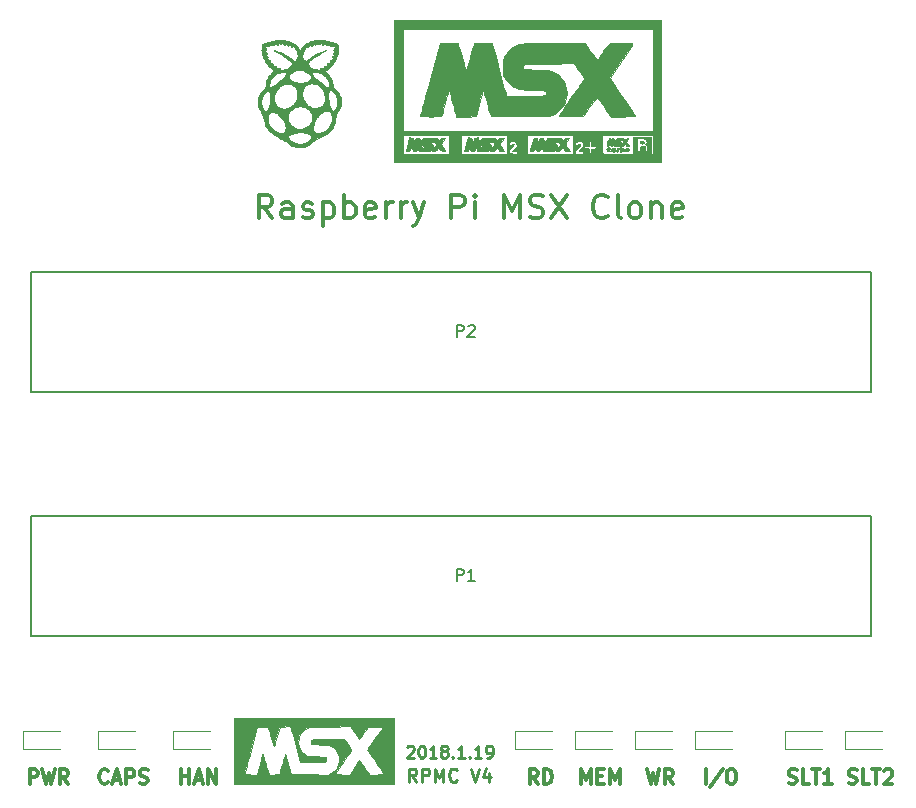
<source format=gbr>
G04 #@! TF.FileFunction,Legend,Top*
%FSLAX46Y46*%
G04 Gerber Fmt 4.6, Leading zero omitted, Abs format (unit mm)*
G04 Created by KiCad (PCBNEW 4.0.7) date 01/19/18 22:00:22*
%MOMM*%
%LPD*%
G01*
G04 APERTURE LIST*
%ADD10C,0.100000*%
%ADD11C,0.375000*%
%ADD12C,0.250000*%
%ADD13C,0.300000*%
%ADD14C,0.275000*%
%ADD15C,0.150000*%
%ADD16C,0.120000*%
%ADD17C,0.010000*%
G04 APERTURE END LIST*
D10*
D11*
X156110494Y-82845162D02*
X155443827Y-81892781D01*
X154967636Y-82845162D02*
X154967636Y-80845162D01*
X155729541Y-80845162D01*
X155920017Y-80940400D01*
X156015256Y-81035638D01*
X156110494Y-81226114D01*
X156110494Y-81511829D01*
X156015256Y-81702305D01*
X155920017Y-81797543D01*
X155729541Y-81892781D01*
X154967636Y-81892781D01*
X157824779Y-82845162D02*
X157824779Y-81797543D01*
X157729541Y-81607067D01*
X157539065Y-81511829D01*
X157158113Y-81511829D01*
X156967636Y-81607067D01*
X157824779Y-82749924D02*
X157634303Y-82845162D01*
X157158113Y-82845162D01*
X156967636Y-82749924D01*
X156872398Y-82559448D01*
X156872398Y-82368971D01*
X156967636Y-82178495D01*
X157158113Y-82083257D01*
X157634303Y-82083257D01*
X157824779Y-81988019D01*
X158681922Y-82749924D02*
X158872399Y-82845162D01*
X159253351Y-82845162D01*
X159443827Y-82749924D01*
X159539065Y-82559448D01*
X159539065Y-82464210D01*
X159443827Y-82273733D01*
X159253351Y-82178495D01*
X158967637Y-82178495D01*
X158777160Y-82083257D01*
X158681922Y-81892781D01*
X158681922Y-81797543D01*
X158777160Y-81607067D01*
X158967637Y-81511829D01*
X159253351Y-81511829D01*
X159443827Y-81607067D01*
X160396208Y-81511829D02*
X160396208Y-83511829D01*
X160396208Y-81607067D02*
X160586685Y-81511829D01*
X160967637Y-81511829D01*
X161158113Y-81607067D01*
X161253351Y-81702305D01*
X161348589Y-81892781D01*
X161348589Y-82464210D01*
X161253351Y-82654686D01*
X161158113Y-82749924D01*
X160967637Y-82845162D01*
X160586685Y-82845162D01*
X160396208Y-82749924D01*
X162205732Y-82845162D02*
X162205732Y-80845162D01*
X162205732Y-81607067D02*
X162396209Y-81511829D01*
X162777161Y-81511829D01*
X162967637Y-81607067D01*
X163062875Y-81702305D01*
X163158113Y-81892781D01*
X163158113Y-82464210D01*
X163062875Y-82654686D01*
X162967637Y-82749924D01*
X162777161Y-82845162D01*
X162396209Y-82845162D01*
X162205732Y-82749924D01*
X164777161Y-82749924D02*
X164586685Y-82845162D01*
X164205733Y-82845162D01*
X164015256Y-82749924D01*
X163920018Y-82559448D01*
X163920018Y-81797543D01*
X164015256Y-81607067D01*
X164205733Y-81511829D01*
X164586685Y-81511829D01*
X164777161Y-81607067D01*
X164872399Y-81797543D01*
X164872399Y-81988019D01*
X163920018Y-82178495D01*
X165729542Y-82845162D02*
X165729542Y-81511829D01*
X165729542Y-81892781D02*
X165824781Y-81702305D01*
X165920019Y-81607067D01*
X166110495Y-81511829D01*
X166300971Y-81511829D01*
X166967637Y-82845162D02*
X166967637Y-81511829D01*
X166967637Y-81892781D02*
X167062876Y-81702305D01*
X167158114Y-81607067D01*
X167348590Y-81511829D01*
X167539066Y-81511829D01*
X168015256Y-81511829D02*
X168491447Y-82845162D01*
X168967637Y-81511829D02*
X168491447Y-82845162D01*
X168300971Y-83321352D01*
X168205732Y-83416590D01*
X168015256Y-83511829D01*
X171253352Y-82845162D02*
X171253352Y-80845162D01*
X172015257Y-80845162D01*
X172205733Y-80940400D01*
X172300972Y-81035638D01*
X172396210Y-81226114D01*
X172396210Y-81511829D01*
X172300972Y-81702305D01*
X172205733Y-81797543D01*
X172015257Y-81892781D01*
X171253352Y-81892781D01*
X173253352Y-82845162D02*
X173253352Y-81511829D01*
X173253352Y-80845162D02*
X173158114Y-80940400D01*
X173253352Y-81035638D01*
X173348591Y-80940400D01*
X173253352Y-80845162D01*
X173253352Y-81035638D01*
X175729543Y-82845162D02*
X175729543Y-80845162D01*
X176396210Y-82273733D01*
X177062877Y-80845162D01*
X177062877Y-82845162D01*
X177920019Y-82749924D02*
X178205734Y-82845162D01*
X178681924Y-82845162D01*
X178872400Y-82749924D01*
X178967638Y-82654686D01*
X179062877Y-82464210D01*
X179062877Y-82273733D01*
X178967638Y-82083257D01*
X178872400Y-81988019D01*
X178681924Y-81892781D01*
X178300972Y-81797543D01*
X178110496Y-81702305D01*
X178015257Y-81607067D01*
X177920019Y-81416590D01*
X177920019Y-81226114D01*
X178015257Y-81035638D01*
X178110496Y-80940400D01*
X178300972Y-80845162D01*
X178777162Y-80845162D01*
X179062877Y-80940400D01*
X179729543Y-80845162D02*
X181062877Y-82845162D01*
X181062877Y-80845162D02*
X179729543Y-82845162D01*
X184491449Y-82654686D02*
X184396211Y-82749924D01*
X184110496Y-82845162D01*
X183920020Y-82845162D01*
X183634306Y-82749924D01*
X183443830Y-82559448D01*
X183348591Y-82368971D01*
X183253353Y-81988019D01*
X183253353Y-81702305D01*
X183348591Y-81321352D01*
X183443830Y-81130876D01*
X183634306Y-80940400D01*
X183920020Y-80845162D01*
X184110496Y-80845162D01*
X184396211Y-80940400D01*
X184491449Y-81035638D01*
X185634306Y-82845162D02*
X185443830Y-82749924D01*
X185348591Y-82559448D01*
X185348591Y-80845162D01*
X186681925Y-82845162D02*
X186491449Y-82749924D01*
X186396210Y-82654686D01*
X186300972Y-82464210D01*
X186300972Y-81892781D01*
X186396210Y-81702305D01*
X186491449Y-81607067D01*
X186681925Y-81511829D01*
X186967639Y-81511829D01*
X187158115Y-81607067D01*
X187253353Y-81702305D01*
X187348591Y-81892781D01*
X187348591Y-82464210D01*
X187253353Y-82654686D01*
X187158115Y-82749924D01*
X186967639Y-82845162D01*
X186681925Y-82845162D01*
X188205734Y-81511829D02*
X188205734Y-82845162D01*
X188205734Y-81702305D02*
X188300973Y-81607067D01*
X188491449Y-81511829D01*
X188777163Y-81511829D01*
X188967639Y-81607067D01*
X189062877Y-81797543D01*
X189062877Y-82845162D01*
X190777163Y-82749924D02*
X190586687Y-82845162D01*
X190205735Y-82845162D01*
X190015258Y-82749924D01*
X189920020Y-82559448D01*
X189920020Y-81797543D01*
X190015258Y-81607067D01*
X190205735Y-81511829D01*
X190586687Y-81511829D01*
X190777163Y-81607067D01*
X190872401Y-81797543D01*
X190872401Y-81988019D01*
X189920020Y-82178495D01*
D12*
X167526153Y-127614419D02*
X167573772Y-127566800D01*
X167669010Y-127519181D01*
X167907106Y-127519181D01*
X168002344Y-127566800D01*
X168049963Y-127614419D01*
X168097582Y-127709657D01*
X168097582Y-127804895D01*
X168049963Y-127947752D01*
X167478534Y-128519181D01*
X168097582Y-128519181D01*
X168716629Y-127519181D02*
X168811868Y-127519181D01*
X168907106Y-127566800D01*
X168954725Y-127614419D01*
X169002344Y-127709657D01*
X169049963Y-127900133D01*
X169049963Y-128138229D01*
X169002344Y-128328705D01*
X168954725Y-128423943D01*
X168907106Y-128471562D01*
X168811868Y-128519181D01*
X168716629Y-128519181D01*
X168621391Y-128471562D01*
X168573772Y-128423943D01*
X168526153Y-128328705D01*
X168478534Y-128138229D01*
X168478534Y-127900133D01*
X168526153Y-127709657D01*
X168573772Y-127614419D01*
X168621391Y-127566800D01*
X168716629Y-127519181D01*
X170002344Y-128519181D02*
X169430915Y-128519181D01*
X169716629Y-128519181D02*
X169716629Y-127519181D01*
X169621391Y-127662038D01*
X169526153Y-127757276D01*
X169430915Y-127804895D01*
X170573772Y-127947752D02*
X170478534Y-127900133D01*
X170430915Y-127852514D01*
X170383296Y-127757276D01*
X170383296Y-127709657D01*
X170430915Y-127614419D01*
X170478534Y-127566800D01*
X170573772Y-127519181D01*
X170764249Y-127519181D01*
X170859487Y-127566800D01*
X170907106Y-127614419D01*
X170954725Y-127709657D01*
X170954725Y-127757276D01*
X170907106Y-127852514D01*
X170859487Y-127900133D01*
X170764249Y-127947752D01*
X170573772Y-127947752D01*
X170478534Y-127995371D01*
X170430915Y-128042990D01*
X170383296Y-128138229D01*
X170383296Y-128328705D01*
X170430915Y-128423943D01*
X170478534Y-128471562D01*
X170573772Y-128519181D01*
X170764249Y-128519181D01*
X170859487Y-128471562D01*
X170907106Y-128423943D01*
X170954725Y-128328705D01*
X170954725Y-128138229D01*
X170907106Y-128042990D01*
X170859487Y-127995371D01*
X170764249Y-127947752D01*
X171383296Y-128423943D02*
X171430915Y-128471562D01*
X171383296Y-128519181D01*
X171335677Y-128471562D01*
X171383296Y-128423943D01*
X171383296Y-128519181D01*
X172383296Y-128519181D02*
X171811867Y-128519181D01*
X172097581Y-128519181D02*
X172097581Y-127519181D01*
X172002343Y-127662038D01*
X171907105Y-127757276D01*
X171811867Y-127804895D01*
X172811867Y-128423943D02*
X172859486Y-128471562D01*
X172811867Y-128519181D01*
X172764248Y-128471562D01*
X172811867Y-128423943D01*
X172811867Y-128519181D01*
X173811867Y-128519181D02*
X173240438Y-128519181D01*
X173526152Y-128519181D02*
X173526152Y-127519181D01*
X173430914Y-127662038D01*
X173335676Y-127757276D01*
X173240438Y-127804895D01*
X174288057Y-128519181D02*
X174478533Y-128519181D01*
X174573772Y-128471562D01*
X174621391Y-128423943D01*
X174716629Y-128281086D01*
X174764248Y-128090610D01*
X174764248Y-127709657D01*
X174716629Y-127614419D01*
X174669010Y-127566800D01*
X174573772Y-127519181D01*
X174383295Y-127519181D01*
X174288057Y-127566800D01*
X174240438Y-127614419D01*
X174192819Y-127709657D01*
X174192819Y-127947752D01*
X174240438Y-128042990D01*
X174288057Y-128090610D01*
X174383295Y-128138229D01*
X174573772Y-128138229D01*
X174669010Y-128090610D01*
X174716629Y-128042990D01*
X174764248Y-127947752D01*
D13*
X204898857Y-130660714D02*
X205070286Y-130717857D01*
X205356000Y-130717857D01*
X205470286Y-130660714D01*
X205527429Y-130603571D01*
X205584572Y-130489286D01*
X205584572Y-130375000D01*
X205527429Y-130260714D01*
X205470286Y-130203571D01*
X205356000Y-130146429D01*
X205127429Y-130089286D01*
X205013143Y-130032143D01*
X204956000Y-129975000D01*
X204898857Y-129860714D01*
X204898857Y-129746429D01*
X204956000Y-129632143D01*
X205013143Y-129575000D01*
X205127429Y-129517857D01*
X205413143Y-129517857D01*
X205584572Y-129575000D01*
X206670286Y-130717857D02*
X206098857Y-130717857D01*
X206098857Y-129517857D01*
X206898858Y-129517857D02*
X207584572Y-129517857D01*
X207241715Y-130717857D02*
X207241715Y-129517857D01*
X207927429Y-129632143D02*
X207984572Y-129575000D01*
X208098858Y-129517857D01*
X208384572Y-129517857D01*
X208498858Y-129575000D01*
X208556001Y-129632143D01*
X208613144Y-129746429D01*
X208613144Y-129860714D01*
X208556001Y-130032143D01*
X207870287Y-130717857D01*
X208613144Y-130717857D01*
X199818857Y-130660714D02*
X199990286Y-130717857D01*
X200276000Y-130717857D01*
X200390286Y-130660714D01*
X200447429Y-130603571D01*
X200504572Y-130489286D01*
X200504572Y-130375000D01*
X200447429Y-130260714D01*
X200390286Y-130203571D01*
X200276000Y-130146429D01*
X200047429Y-130089286D01*
X199933143Y-130032143D01*
X199876000Y-129975000D01*
X199818857Y-129860714D01*
X199818857Y-129746429D01*
X199876000Y-129632143D01*
X199933143Y-129575000D01*
X200047429Y-129517857D01*
X200333143Y-129517857D01*
X200504572Y-129575000D01*
X201590286Y-130717857D02*
X201018857Y-130717857D01*
X201018857Y-129517857D01*
X201818858Y-129517857D02*
X202504572Y-129517857D01*
X202161715Y-130717857D02*
X202161715Y-129517857D01*
X203533144Y-130717857D02*
X202847429Y-130717857D01*
X203190287Y-130717857D02*
X203190287Y-129517857D01*
X203076001Y-129689286D01*
X202961715Y-129803571D01*
X202847429Y-129860714D01*
X192798857Y-130717857D02*
X192798857Y-129517857D01*
X194227429Y-129460714D02*
X193198858Y-131003571D01*
X194856001Y-129517857D02*
X195084572Y-129517857D01*
X195198858Y-129575000D01*
X195313144Y-129689286D01*
X195370286Y-129917857D01*
X195370286Y-130317857D01*
X195313144Y-130546429D01*
X195198858Y-130660714D01*
X195084572Y-130717857D01*
X194856001Y-130717857D01*
X194741715Y-130660714D01*
X194627429Y-130546429D01*
X194570286Y-130317857D01*
X194570286Y-129917857D01*
X194627429Y-129689286D01*
X194741715Y-129575000D01*
X194856001Y-129517857D01*
X187861715Y-129517857D02*
X188147429Y-130717857D01*
X188376000Y-129860714D01*
X188604572Y-130717857D01*
X188890286Y-129517857D01*
X190033144Y-130717857D02*
X189633144Y-130146429D01*
X189347429Y-130717857D02*
X189347429Y-129517857D01*
X189804572Y-129517857D01*
X189918858Y-129575000D01*
X189976001Y-129632143D01*
X190033144Y-129746429D01*
X190033144Y-129917857D01*
X189976001Y-130032143D01*
X189918858Y-130089286D01*
X189804572Y-130146429D01*
X189347429Y-130146429D01*
X182267428Y-130717857D02*
X182267428Y-129517857D01*
X182667428Y-130375000D01*
X183067428Y-129517857D01*
X183067428Y-130717857D01*
X183638857Y-130089286D02*
X184038857Y-130089286D01*
X184210286Y-130717857D02*
X183638857Y-130717857D01*
X183638857Y-129517857D01*
X184210286Y-129517857D01*
X184724571Y-130717857D02*
X184724571Y-129517857D01*
X185124571Y-130375000D01*
X185524571Y-129517857D01*
X185524571Y-130717857D01*
X178587429Y-130717857D02*
X178187429Y-130146429D01*
X177901714Y-130717857D02*
X177901714Y-129517857D01*
X178358857Y-129517857D01*
X178473143Y-129575000D01*
X178530286Y-129632143D01*
X178587429Y-129746429D01*
X178587429Y-129917857D01*
X178530286Y-130032143D01*
X178473143Y-130089286D01*
X178358857Y-130146429D01*
X177901714Y-130146429D01*
X179101714Y-130717857D02*
X179101714Y-129517857D01*
X179387429Y-129517857D01*
X179558857Y-129575000D01*
X179673143Y-129689286D01*
X179730286Y-129803571D01*
X179787429Y-130032143D01*
X179787429Y-130203571D01*
X179730286Y-130432143D01*
X179673143Y-130546429D01*
X179558857Y-130660714D01*
X179387429Y-130717857D01*
X179101714Y-130717857D01*
X148374286Y-130717857D02*
X148374286Y-129517857D01*
X148374286Y-130089286D02*
X149060001Y-130089286D01*
X149060001Y-130717857D02*
X149060001Y-129517857D01*
X149574286Y-130375000D02*
X150145715Y-130375000D01*
X149460001Y-130717857D02*
X149860001Y-129517857D01*
X150260001Y-130717857D01*
X150660000Y-130717857D02*
X150660000Y-129517857D01*
X151345715Y-130717857D01*
X151345715Y-129517857D01*
X142195715Y-130603571D02*
X142138572Y-130660714D01*
X141967143Y-130717857D01*
X141852857Y-130717857D01*
X141681429Y-130660714D01*
X141567143Y-130546429D01*
X141510000Y-130432143D01*
X141452857Y-130203571D01*
X141452857Y-130032143D01*
X141510000Y-129803571D01*
X141567143Y-129689286D01*
X141681429Y-129575000D01*
X141852857Y-129517857D01*
X141967143Y-129517857D01*
X142138572Y-129575000D01*
X142195715Y-129632143D01*
X142652857Y-130375000D02*
X143224286Y-130375000D01*
X142538572Y-130717857D02*
X142938572Y-129517857D01*
X143338572Y-130717857D01*
X143738571Y-130717857D02*
X143738571Y-129517857D01*
X144195714Y-129517857D01*
X144310000Y-129575000D01*
X144367143Y-129632143D01*
X144424286Y-129746429D01*
X144424286Y-129917857D01*
X144367143Y-130032143D01*
X144310000Y-130089286D01*
X144195714Y-130146429D01*
X143738571Y-130146429D01*
X144881428Y-130660714D02*
X145052857Y-130717857D01*
X145338571Y-130717857D01*
X145452857Y-130660714D01*
X145510000Y-130603571D01*
X145567143Y-130489286D01*
X145567143Y-130375000D01*
X145510000Y-130260714D01*
X145452857Y-130203571D01*
X145338571Y-130146429D01*
X145110000Y-130089286D01*
X144995714Y-130032143D01*
X144938571Y-129975000D01*
X144881428Y-129860714D01*
X144881428Y-129746429D01*
X144938571Y-129632143D01*
X144995714Y-129575000D01*
X145110000Y-129517857D01*
X145395714Y-129517857D01*
X145567143Y-129575000D01*
X135560000Y-130717857D02*
X135560000Y-129517857D01*
X136017143Y-129517857D01*
X136131429Y-129575000D01*
X136188572Y-129632143D01*
X136245715Y-129746429D01*
X136245715Y-129917857D01*
X136188572Y-130032143D01*
X136131429Y-130089286D01*
X136017143Y-130146429D01*
X135560000Y-130146429D01*
X136645715Y-129517857D02*
X136931429Y-130717857D01*
X137160000Y-129860714D01*
X137388572Y-130717857D01*
X137674286Y-129517857D01*
X138817144Y-130717857D02*
X138417144Y-130146429D01*
X138131429Y-130717857D02*
X138131429Y-129517857D01*
X138588572Y-129517857D01*
X138702858Y-129575000D01*
X138760001Y-129632143D01*
X138817144Y-129746429D01*
X138817144Y-129917857D01*
X138760001Y-130032143D01*
X138702858Y-130089286D01*
X138588572Y-130146429D01*
X138131429Y-130146429D01*
D14*
X168292019Y-130545619D02*
X167925353Y-130021810D01*
X167663448Y-130545619D02*
X167663448Y-129445619D01*
X168082495Y-129445619D01*
X168187257Y-129498000D01*
X168239638Y-129550381D01*
X168292019Y-129655143D01*
X168292019Y-129812286D01*
X168239638Y-129917048D01*
X168187257Y-129969429D01*
X168082495Y-130021810D01*
X167663448Y-130021810D01*
X168763448Y-130545619D02*
X168763448Y-129445619D01*
X169182495Y-129445619D01*
X169287257Y-129498000D01*
X169339638Y-129550381D01*
X169392019Y-129655143D01*
X169392019Y-129812286D01*
X169339638Y-129917048D01*
X169287257Y-129969429D01*
X169182495Y-130021810D01*
X168763448Y-130021810D01*
X169863448Y-130545619D02*
X169863448Y-129445619D01*
X170230114Y-130231333D01*
X170596781Y-129445619D01*
X170596781Y-130545619D01*
X171749162Y-130440857D02*
X171696781Y-130493238D01*
X171539638Y-130545619D01*
X171434876Y-130545619D01*
X171277734Y-130493238D01*
X171172972Y-130388476D01*
X171120591Y-130283714D01*
X171068210Y-130074190D01*
X171068210Y-129917048D01*
X171120591Y-129707524D01*
X171172972Y-129602762D01*
X171277734Y-129498000D01*
X171434876Y-129445619D01*
X171539638Y-129445619D01*
X171696781Y-129498000D01*
X171749162Y-129550381D01*
X172901543Y-129445619D02*
X173268210Y-130545619D01*
X173634876Y-129445619D01*
X174472971Y-129812286D02*
X174472971Y-130545619D01*
X174211067Y-129393238D02*
X173949162Y-130178952D01*
X174630114Y-130178952D01*
D15*
X135636000Y-108021000D02*
X206756000Y-108021000D01*
X206756000Y-108021000D02*
X206756000Y-118181000D01*
X206756000Y-118181000D02*
X135636000Y-118181000D01*
X135636000Y-118181000D02*
X135636000Y-108021000D01*
X135636000Y-87376000D02*
X206756000Y-87376000D01*
X206756000Y-87376000D02*
X206756000Y-97536000D01*
X206756000Y-97536000D02*
X135636000Y-97536000D01*
X135636000Y-97536000D02*
X135636000Y-87376000D01*
D16*
X207756000Y-127750000D02*
X204556000Y-127750000D01*
X204556000Y-126250000D02*
X207756000Y-126250000D01*
X204556000Y-126250000D02*
X204556000Y-127750000D01*
X202676000Y-127750000D02*
X199476000Y-127750000D01*
X199476000Y-126250000D02*
X202676000Y-126250000D01*
X199476000Y-126250000D02*
X199476000Y-127750000D01*
X195056000Y-127750000D02*
X191856000Y-127750000D01*
X191856000Y-126250000D02*
X195056000Y-126250000D01*
X191856000Y-126250000D02*
X191856000Y-127750000D01*
X189976000Y-127750000D02*
X186776000Y-127750000D01*
X186776000Y-126250000D02*
X189976000Y-126250000D01*
X186776000Y-126250000D02*
X186776000Y-127750000D01*
X184896000Y-127750000D02*
X181696000Y-127750000D01*
X181696000Y-126250000D02*
X184896000Y-126250000D01*
X181696000Y-126250000D02*
X181696000Y-127750000D01*
X179816000Y-127750000D02*
X176616000Y-127750000D01*
X176616000Y-126250000D02*
X179816000Y-126250000D01*
X176616000Y-126250000D02*
X176616000Y-127750000D01*
X150860000Y-127750000D02*
X147660000Y-127750000D01*
X147660000Y-126250000D02*
X150860000Y-126250000D01*
X147660000Y-126250000D02*
X147660000Y-127750000D01*
X144510000Y-127750000D02*
X141310000Y-127750000D01*
X141310000Y-126250000D02*
X144510000Y-126250000D01*
X141310000Y-126250000D02*
X141310000Y-127750000D01*
X138160000Y-127750000D02*
X134960000Y-127750000D01*
X134960000Y-126250000D02*
X138160000Y-126250000D01*
X134960000Y-126250000D02*
X134960000Y-127750000D01*
D17*
G36*
X166412333Y-130750733D02*
X152865667Y-130750733D01*
X152865667Y-129893483D01*
X153764541Y-129893483D01*
X153776332Y-129916182D01*
X153837308Y-129931802D01*
X153957355Y-129941334D01*
X154146359Y-129945770D01*
X154291934Y-129946400D01*
X154838260Y-129946400D01*
X155047880Y-129079135D01*
X155111068Y-128821811D01*
X155168715Y-128594782D01*
X155217608Y-128410079D01*
X155254536Y-128279735D01*
X155276285Y-128215784D01*
X155279586Y-128211301D01*
X155297903Y-128249626D01*
X155333564Y-128355524D01*
X155382136Y-128514750D01*
X155439184Y-128713060D01*
X155467188Y-128813983D01*
X155533618Y-129054456D01*
X155599653Y-129290638D01*
X155658565Y-129498648D01*
X155703626Y-129654606D01*
X155711686Y-129681816D01*
X155790667Y-129946400D01*
X156254333Y-129946400D01*
X156441041Y-129945498D01*
X156591820Y-129943056D01*
X156689542Y-129939462D01*
X156718096Y-129935816D01*
X156728705Y-129888527D01*
X156757719Y-129775103D01*
X156801169Y-129610151D01*
X156855089Y-129408278D01*
X156915511Y-129184092D01*
X156978467Y-128952198D01*
X157039991Y-128727205D01*
X157096114Y-128523719D01*
X157142869Y-128356348D01*
X157176289Y-128239698D01*
X157192406Y-128188376D01*
X157193020Y-128187268D01*
X157207834Y-128221620D01*
X157240693Y-128326313D01*
X157288256Y-128489768D01*
X157347185Y-128700404D01*
X157414141Y-128946641D01*
X157441387Y-129048614D01*
X157674481Y-129925233D01*
X159258490Y-129936341D01*
X160842498Y-129947448D01*
X161062462Y-129839830D01*
X161337523Y-129661160D01*
X161549747Y-129428462D01*
X161694639Y-129149063D01*
X161767707Y-128830287D01*
X161775957Y-128676400D01*
X161739164Y-128344297D01*
X161626724Y-128050166D01*
X161438451Y-127793587D01*
X161348775Y-127707418D01*
X161215468Y-127600797D01*
X161081811Y-127522035D01*
X160931860Y-127467185D01*
X160749673Y-127432305D01*
X160519307Y-127413448D01*
X160224819Y-127406670D01*
X160132209Y-127406399D01*
X159852698Y-127403655D01*
X159646907Y-127393260D01*
X159504003Y-127371971D01*
X159413155Y-127336546D01*
X159363529Y-127283741D01*
X159344294Y-127210314D01*
X159342666Y-127170029D01*
X159344642Y-127109513D01*
X159356045Y-127060706D01*
X159385094Y-127022349D01*
X159440006Y-126993183D01*
X159528998Y-126971951D01*
X159660288Y-126957393D01*
X159842092Y-126948251D01*
X160082628Y-126943266D01*
X160390114Y-126941181D01*
X160772765Y-126940736D01*
X160839813Y-126940733D01*
X162203913Y-126940733D01*
X162511430Y-127390590D01*
X162627422Y-127567252D01*
X162719020Y-127720400D01*
X162778100Y-127835467D01*
X162796540Y-127897887D01*
X162795851Y-127900634D01*
X162766338Y-127949940D01*
X162694587Y-128059007D01*
X162587060Y-128218335D01*
X162450221Y-128418425D01*
X162290530Y-128649779D01*
X162114452Y-128902899D01*
X162094878Y-128930923D01*
X161918929Y-129183501D01*
X161759967Y-129413192D01*
X161624163Y-129610957D01*
X161517690Y-129767755D01*
X161446720Y-129874549D01*
X161417425Y-129922297D01*
X161417000Y-129923713D01*
X161456878Y-129931654D01*
X161566696Y-129938381D01*
X161731732Y-129943363D01*
X161937261Y-129946067D01*
X162044227Y-129946400D01*
X162671455Y-129946400D01*
X163485237Y-128753642D01*
X163713171Y-129064271D01*
X163849225Y-129250978D01*
X163997582Y-129456572D01*
X164128832Y-129640272D01*
X164143268Y-129660650D01*
X164345432Y-129946399D01*
X164955549Y-129946400D01*
X165171875Y-129944669D01*
X165354458Y-129939911D01*
X165488372Y-129932772D01*
X165558687Y-129923902D01*
X165565667Y-129919904D01*
X165542187Y-129879800D01*
X165475868Y-129779657D01*
X165372890Y-129628466D01*
X165239433Y-129435223D01*
X165081677Y-129208919D01*
X164905804Y-128958548D01*
X164874724Y-128914488D01*
X164694817Y-128659312D01*
X164530287Y-128425405D01*
X164387643Y-128222063D01*
X164273394Y-128058582D01*
X164194048Y-127944259D01*
X164156114Y-127888388D01*
X164154411Y-127885647D01*
X164170018Y-127838109D01*
X164230862Y-127730155D01*
X164331945Y-127569522D01*
X164468266Y-127363945D01*
X164634825Y-127121160D01*
X164803021Y-126882060D01*
X164979962Y-126632370D01*
X165139682Y-126405445D01*
X165275903Y-126210332D01*
X165382344Y-126056078D01*
X165452724Y-125951729D01*
X165480766Y-125906331D01*
X165481000Y-125905396D01*
X165441128Y-125897421D01*
X165331350Y-125890842D01*
X165166423Y-125886169D01*
X164961101Y-125883911D01*
X164856583Y-125883825D01*
X164232167Y-125885251D01*
X163943756Y-126299216D01*
X163820792Y-126474240D01*
X163706426Y-126634401D01*
X163614369Y-126760652D01*
X163562756Y-126828508D01*
X163470167Y-126943834D01*
X163089167Y-126412548D01*
X162708167Y-125881261D01*
X161014833Y-125892413D01*
X159321500Y-125903566D01*
X159083586Y-126015121D01*
X158783350Y-126192119D01*
X158558153Y-126407510D01*
X158406362Y-126663770D01*
X158326348Y-126963371D01*
X158312063Y-127185232D01*
X158318573Y-127366770D01*
X158343473Y-127508539D01*
X158396850Y-127651533D01*
X158457433Y-127776021D01*
X158627619Y-128037850D01*
X158834775Y-128236005D01*
X159069136Y-128361632D01*
X159121486Y-128378135D01*
X159218947Y-128393523D01*
X159381730Y-128406578D01*
X159590500Y-128416257D01*
X159825920Y-128421516D01*
X159937450Y-128422163D01*
X160229176Y-128425119D01*
X160441039Y-128433970D01*
X160577661Y-128449048D01*
X160643662Y-128470685D01*
X160646533Y-128473200D01*
X160691497Y-128565700D01*
X160695836Y-128685060D01*
X160662875Y-128793221D01*
X160614037Y-128844999D01*
X160539845Y-128860346D01*
X160385119Y-128871430D01*
X160153888Y-128878133D01*
X159850185Y-128880331D01*
X159507255Y-128878239D01*
X158483768Y-128866900D01*
X158108642Y-127533400D01*
X158016003Y-127203984D01*
X157928951Y-126894243D01*
X157850610Y-126615303D01*
X157784101Y-126378289D01*
X157732547Y-126194324D01*
X157699070Y-126074534D01*
X157689413Y-126039738D01*
X157645309Y-125879576D01*
X156741057Y-125903566D01*
X156505953Y-126707900D01*
X156432485Y-126958469D01*
X156366122Y-127183345D01*
X156310874Y-127369049D01*
X156270754Y-127502105D01*
X156249774Y-127569037D01*
X156248693Y-127572095D01*
X156231319Y-127552115D01*
X156195763Y-127461511D01*
X156145715Y-127311454D01*
X156084866Y-127113112D01*
X156016904Y-126877655D01*
X156003941Y-126831262D01*
X155933958Y-126579660D01*
X155870772Y-126352753D01*
X155818258Y-126164433D01*
X155780290Y-126028591D01*
X155760743Y-125959119D01*
X155759987Y-125956483D01*
X155741238Y-125923988D01*
X155697462Y-125902533D01*
X155613851Y-125889918D01*
X155475594Y-125883941D01*
X155267883Y-125882400D01*
X154784549Y-125882400D01*
X154284011Y-127861483D01*
X154183613Y-128258006D01*
X154089162Y-128630186D01*
X154002755Y-128969824D01*
X153926487Y-129268722D01*
X153862455Y-129518680D01*
X153812754Y-129711499D01*
X153779481Y-129838982D01*
X153764731Y-129892928D01*
X153764541Y-129893483D01*
X152865667Y-129893483D01*
X152865667Y-125120400D01*
X166412333Y-125120400D01*
X166412333Y-130750733D01*
X166412333Y-130750733D01*
G37*
X166412333Y-130750733D02*
X152865667Y-130750733D01*
X152865667Y-129893483D01*
X153764541Y-129893483D01*
X153776332Y-129916182D01*
X153837308Y-129931802D01*
X153957355Y-129941334D01*
X154146359Y-129945770D01*
X154291934Y-129946400D01*
X154838260Y-129946400D01*
X155047880Y-129079135D01*
X155111068Y-128821811D01*
X155168715Y-128594782D01*
X155217608Y-128410079D01*
X155254536Y-128279735D01*
X155276285Y-128215784D01*
X155279586Y-128211301D01*
X155297903Y-128249626D01*
X155333564Y-128355524D01*
X155382136Y-128514750D01*
X155439184Y-128713060D01*
X155467188Y-128813983D01*
X155533618Y-129054456D01*
X155599653Y-129290638D01*
X155658565Y-129498648D01*
X155703626Y-129654606D01*
X155711686Y-129681816D01*
X155790667Y-129946400D01*
X156254333Y-129946400D01*
X156441041Y-129945498D01*
X156591820Y-129943056D01*
X156689542Y-129939462D01*
X156718096Y-129935816D01*
X156728705Y-129888527D01*
X156757719Y-129775103D01*
X156801169Y-129610151D01*
X156855089Y-129408278D01*
X156915511Y-129184092D01*
X156978467Y-128952198D01*
X157039991Y-128727205D01*
X157096114Y-128523719D01*
X157142869Y-128356348D01*
X157176289Y-128239698D01*
X157192406Y-128188376D01*
X157193020Y-128187268D01*
X157207834Y-128221620D01*
X157240693Y-128326313D01*
X157288256Y-128489768D01*
X157347185Y-128700404D01*
X157414141Y-128946641D01*
X157441387Y-129048614D01*
X157674481Y-129925233D01*
X159258490Y-129936341D01*
X160842498Y-129947448D01*
X161062462Y-129839830D01*
X161337523Y-129661160D01*
X161549747Y-129428462D01*
X161694639Y-129149063D01*
X161767707Y-128830287D01*
X161775957Y-128676400D01*
X161739164Y-128344297D01*
X161626724Y-128050166D01*
X161438451Y-127793587D01*
X161348775Y-127707418D01*
X161215468Y-127600797D01*
X161081811Y-127522035D01*
X160931860Y-127467185D01*
X160749673Y-127432305D01*
X160519307Y-127413448D01*
X160224819Y-127406670D01*
X160132209Y-127406399D01*
X159852698Y-127403655D01*
X159646907Y-127393260D01*
X159504003Y-127371971D01*
X159413155Y-127336546D01*
X159363529Y-127283741D01*
X159344294Y-127210314D01*
X159342666Y-127170029D01*
X159344642Y-127109513D01*
X159356045Y-127060706D01*
X159385094Y-127022349D01*
X159440006Y-126993183D01*
X159528998Y-126971951D01*
X159660288Y-126957393D01*
X159842092Y-126948251D01*
X160082628Y-126943266D01*
X160390114Y-126941181D01*
X160772765Y-126940736D01*
X160839813Y-126940733D01*
X162203913Y-126940733D01*
X162511430Y-127390590D01*
X162627422Y-127567252D01*
X162719020Y-127720400D01*
X162778100Y-127835467D01*
X162796540Y-127897887D01*
X162795851Y-127900634D01*
X162766338Y-127949940D01*
X162694587Y-128059007D01*
X162587060Y-128218335D01*
X162450221Y-128418425D01*
X162290530Y-128649779D01*
X162114452Y-128902899D01*
X162094878Y-128930923D01*
X161918929Y-129183501D01*
X161759967Y-129413192D01*
X161624163Y-129610957D01*
X161517690Y-129767755D01*
X161446720Y-129874549D01*
X161417425Y-129922297D01*
X161417000Y-129923713D01*
X161456878Y-129931654D01*
X161566696Y-129938381D01*
X161731732Y-129943363D01*
X161937261Y-129946067D01*
X162044227Y-129946400D01*
X162671455Y-129946400D01*
X163485237Y-128753642D01*
X163713171Y-129064271D01*
X163849225Y-129250978D01*
X163997582Y-129456572D01*
X164128832Y-129640272D01*
X164143268Y-129660650D01*
X164345432Y-129946399D01*
X164955549Y-129946400D01*
X165171875Y-129944669D01*
X165354458Y-129939911D01*
X165488372Y-129932772D01*
X165558687Y-129923902D01*
X165565667Y-129919904D01*
X165542187Y-129879800D01*
X165475868Y-129779657D01*
X165372890Y-129628466D01*
X165239433Y-129435223D01*
X165081677Y-129208919D01*
X164905804Y-128958548D01*
X164874724Y-128914488D01*
X164694817Y-128659312D01*
X164530287Y-128425405D01*
X164387643Y-128222063D01*
X164273394Y-128058582D01*
X164194048Y-127944259D01*
X164156114Y-127888388D01*
X164154411Y-127885647D01*
X164170018Y-127838109D01*
X164230862Y-127730155D01*
X164331945Y-127569522D01*
X164468266Y-127363945D01*
X164634825Y-127121160D01*
X164803021Y-126882060D01*
X164979962Y-126632370D01*
X165139682Y-126405445D01*
X165275903Y-126210332D01*
X165382344Y-126056078D01*
X165452724Y-125951729D01*
X165480766Y-125906331D01*
X165481000Y-125905396D01*
X165441128Y-125897421D01*
X165331350Y-125890842D01*
X165166423Y-125886169D01*
X164961101Y-125883911D01*
X164856583Y-125883825D01*
X164232167Y-125885251D01*
X163943756Y-126299216D01*
X163820792Y-126474240D01*
X163706426Y-126634401D01*
X163614369Y-126760652D01*
X163562756Y-126828508D01*
X163470167Y-126943834D01*
X163089167Y-126412548D01*
X162708167Y-125881261D01*
X161014833Y-125892413D01*
X159321500Y-125903566D01*
X159083586Y-126015121D01*
X158783350Y-126192119D01*
X158558153Y-126407510D01*
X158406362Y-126663770D01*
X158326348Y-126963371D01*
X158312063Y-127185232D01*
X158318573Y-127366770D01*
X158343473Y-127508539D01*
X158396850Y-127651533D01*
X158457433Y-127776021D01*
X158627619Y-128037850D01*
X158834775Y-128236005D01*
X159069136Y-128361632D01*
X159121486Y-128378135D01*
X159218947Y-128393523D01*
X159381730Y-128406578D01*
X159590500Y-128416257D01*
X159825920Y-128421516D01*
X159937450Y-128422163D01*
X160229176Y-128425119D01*
X160441039Y-128433970D01*
X160577661Y-128449048D01*
X160643662Y-128470685D01*
X160646533Y-128473200D01*
X160691497Y-128565700D01*
X160695836Y-128685060D01*
X160662875Y-128793221D01*
X160614037Y-128844999D01*
X160539845Y-128860346D01*
X160385119Y-128871430D01*
X160153888Y-128878133D01*
X159850185Y-128880331D01*
X159507255Y-128878239D01*
X158483768Y-128866900D01*
X158108642Y-127533400D01*
X158016003Y-127203984D01*
X157928951Y-126894243D01*
X157850610Y-126615303D01*
X157784101Y-126378289D01*
X157732547Y-126194324D01*
X157699070Y-126074534D01*
X157689413Y-126039738D01*
X157645309Y-125879576D01*
X156741057Y-125903566D01*
X156505953Y-126707900D01*
X156432485Y-126958469D01*
X156366122Y-127183345D01*
X156310874Y-127369049D01*
X156270754Y-127502105D01*
X156249774Y-127569037D01*
X156248693Y-127572095D01*
X156231319Y-127552115D01*
X156195763Y-127461511D01*
X156145715Y-127311454D01*
X156084866Y-127113112D01*
X156016904Y-126877655D01*
X156003941Y-126831262D01*
X155933958Y-126579660D01*
X155870772Y-126352753D01*
X155818258Y-126164433D01*
X155780290Y-126028591D01*
X155760743Y-125959119D01*
X155759987Y-125956483D01*
X155741238Y-125923988D01*
X155697462Y-125902533D01*
X155613851Y-125889918D01*
X155475594Y-125883941D01*
X155267883Y-125882400D01*
X154784549Y-125882400D01*
X154284011Y-127861483D01*
X154183613Y-128258006D01*
X154089162Y-128630186D01*
X154002755Y-128969824D01*
X153926487Y-129268722D01*
X153862455Y-129518680D01*
X153812754Y-129711499D01*
X153779481Y-129838982D01*
X153764731Y-129892928D01*
X153764541Y-129893483D01*
X152865667Y-129893483D01*
X152865667Y-125120400D01*
X166412333Y-125120400D01*
X166412333Y-130750733D01*
G36*
X160147026Y-67748071D02*
X160193520Y-67766389D01*
X160219012Y-67780055D01*
X160241631Y-67784519D01*
X160271461Y-67780382D01*
X160301470Y-67772842D01*
X160388788Y-67757111D01*
X160469270Y-67757071D01*
X160537035Y-67772562D01*
X160553044Y-67779718D01*
X160585275Y-67798056D01*
X160606944Y-67813861D01*
X160610437Y-67817818D01*
X160626270Y-67824275D01*
X160660198Y-67828897D01*
X160704933Y-67830699D01*
X160705722Y-67830699D01*
X160778811Y-67834518D01*
X160833625Y-67847131D01*
X160876290Y-67870278D01*
X160892106Y-67883602D01*
X160912891Y-67897832D01*
X160942438Y-67906713D01*
X160987325Y-67911793D01*
X161019106Y-67913453D01*
X161107353Y-67919936D01*
X161175875Y-67932400D01*
X161229980Y-67952542D01*
X161274979Y-67982059D01*
X161297185Y-68002316D01*
X161330349Y-68032955D01*
X161355265Y-68047767D01*
X161379652Y-68050681D01*
X161389975Y-68049547D01*
X161469132Y-68049413D01*
X161542061Y-68071212D01*
X161604151Y-68112698D01*
X161650791Y-68171627D01*
X161654396Y-68178330D01*
X161670338Y-68229696D01*
X161674630Y-68291632D01*
X161667250Y-68352123D01*
X161654794Y-68387842D01*
X161641735Y-68417355D01*
X161641781Y-68437818D01*
X161655966Y-68462363D01*
X161661256Y-68469852D01*
X161682784Y-68515324D01*
X161693290Y-68578119D01*
X161693810Y-68585809D01*
X161694527Y-68634507D01*
X161687840Y-68673632D01*
X161670945Y-68716001D01*
X161660859Y-68736417D01*
X161640208Y-68780142D01*
X161630849Y-68811595D01*
X161630797Y-68840160D01*
X161634587Y-68860616D01*
X161638774Y-68928377D01*
X161620305Y-68997350D01*
X161578414Y-69069832D01*
X161554850Y-69100418D01*
X161532825Y-69131866D01*
X161521941Y-69163685D01*
X161518657Y-69207263D01*
X161518600Y-69217066D01*
X161515569Y-69276892D01*
X161503908Y-69323304D01*
X161479760Y-69365758D01*
X161439269Y-69413708D01*
X161437719Y-69415375D01*
X161403909Y-69455422D01*
X161384632Y-69490528D01*
X161374404Y-69531382D01*
X161372891Y-69541703D01*
X161357101Y-69602994D01*
X161325432Y-69659161D01*
X161274942Y-69714262D01*
X161208847Y-69767860D01*
X161164373Y-69802430D01*
X161138139Y-69828392D01*
X161126433Y-69849907D01*
X161124834Y-69861974D01*
X161115754Y-69900857D01*
X161092275Y-69946457D01*
X161059849Y-69989644D01*
X161034044Y-70014098D01*
X161004790Y-70033348D01*
X160962162Y-70057265D01*
X160921202Y-70077850D01*
X160874840Y-70102081D01*
X160845554Y-70124683D01*
X160826232Y-70151772D01*
X160819765Y-70165087D01*
X160781708Y-70220216D01*
X160721674Y-70267623D01*
X160642317Y-70305782D01*
X160546292Y-70333169D01*
X160517768Y-70338532D01*
X160485151Y-70346017D01*
X160466330Y-70354159D01*
X160464500Y-70356899D01*
X160474520Y-70367405D01*
X160501331Y-70387600D01*
X160540054Y-70413916D01*
X160560302Y-70426955D01*
X160636010Y-70480825D01*
X160718576Y-70549479D01*
X160801008Y-70626407D01*
X160876313Y-70705103D01*
X160934737Y-70775385D01*
X160990578Y-70858738D01*
X161046218Y-70958641D01*
X161097566Y-71066542D01*
X161140532Y-71173890D01*
X161169464Y-71266050D01*
X161184628Y-71334271D01*
X161198879Y-71416109D01*
X161210316Y-71499800D01*
X161215446Y-71550892D01*
X161224327Y-71637980D01*
X161236399Y-71704895D01*
X161254002Y-71756850D01*
X161279477Y-71799058D01*
X161315165Y-71836731D01*
X161359850Y-71872470D01*
X161492180Y-71985103D01*
X161611154Y-72116760D01*
X161713707Y-72263248D01*
X161796775Y-72420371D01*
X161840309Y-72530388D01*
X161888113Y-72708197D01*
X161911569Y-72889408D01*
X161911051Y-73071588D01*
X161886932Y-73252304D01*
X161839585Y-73429122D01*
X161769382Y-73599609D01*
X161676697Y-73761331D01*
X161644454Y-73807927D01*
X161613415Y-73852116D01*
X161590402Y-73889306D01*
X161572522Y-73926169D01*
X161556880Y-73969374D01*
X161540584Y-74025594D01*
X161526020Y-74080977D01*
X161508134Y-74148687D01*
X161490520Y-74212588D01*
X161475048Y-74266069D01*
X161463589Y-74302518D01*
X161462327Y-74306121D01*
X161451644Y-74349353D01*
X161444411Y-74404338D01*
X161442400Y-74447333D01*
X161431888Y-74593654D01*
X161401516Y-74747989D01*
X161353029Y-74904996D01*
X161288172Y-75059334D01*
X161208692Y-75205660D01*
X161179871Y-75250799D01*
X161080117Y-75380730D01*
X160960014Y-75503320D01*
X160824345Y-75614901D01*
X160677895Y-75711806D01*
X160525448Y-75790366D01*
X160423944Y-75830360D01*
X160386762Y-75846813D01*
X160335653Y-75874372D01*
X160277262Y-75909244D01*
X160218233Y-75947633D01*
X160216316Y-75948940D01*
X159992262Y-76088804D01*
X159754659Y-76212438D01*
X159697954Y-76238533D01*
X159634034Y-76268837D01*
X159584786Y-76297271D01*
X159540873Y-76330247D01*
X159492955Y-76374179D01*
X159475704Y-76391147D01*
X159326310Y-76523324D01*
X159168087Y-76631698D01*
X159000844Y-76716352D01*
X158824394Y-76777367D01*
X158638546Y-76814826D01*
X158470600Y-76828275D01*
X158403673Y-76829651D01*
X158342843Y-76830037D01*
X158294206Y-76829453D01*
X158263857Y-76827919D01*
X158261050Y-76827579D01*
X158227339Y-76822322D01*
X158180763Y-76814522D01*
X158146750Y-76808583D01*
X157973600Y-76765547D01*
X157803014Y-76699590D01*
X157639562Y-76613113D01*
X157487816Y-76508515D01*
X157359350Y-76395232D01*
X157317030Y-76355624D01*
X157277263Y-76325878D01*
X157231405Y-76300528D01*
X157170815Y-76274110D01*
X157162500Y-76270752D01*
X157053582Y-76223442D01*
X156936296Y-76166290D01*
X156816334Y-76102523D01*
X156699388Y-76035372D01*
X156638771Y-75997676D01*
X157430665Y-75997676D01*
X157433608Y-76012636D01*
X157449745Y-76046343D01*
X157482131Y-76091199D01*
X157526837Y-76142926D01*
X157579935Y-76197243D01*
X157637496Y-76249873D01*
X157691360Y-76293381D01*
X157840373Y-76391117D01*
X157994931Y-76464467D01*
X158156682Y-76514141D01*
X158238356Y-76529943D01*
X158319213Y-76537542D01*
X158415251Y-76538451D01*
X158517304Y-76533223D01*
X158616207Y-76522409D01*
X158702796Y-76506563D01*
X158726296Y-76500550D01*
X158892382Y-76441182D01*
X159047267Y-76359573D01*
X159188825Y-76257156D01*
X159314927Y-76135365D01*
X159374089Y-76064330D01*
X159414519Y-75998129D01*
X159430436Y-75935914D01*
X159421728Y-75877529D01*
X159388285Y-75822820D01*
X159329996Y-75771632D01*
X159246750Y-75723811D01*
X159138438Y-75679200D01*
X159086550Y-75661735D01*
X158989190Y-75633951D01*
X158891209Y-75613139D01*
X158787232Y-75598649D01*
X158671886Y-75589835D01*
X158539795Y-75586046D01*
X158457900Y-75585871D01*
X158355477Y-75587009D01*
X158272335Y-75589506D01*
X158202370Y-75593794D01*
X158139478Y-75600306D01*
X158077556Y-75609476D01*
X158045150Y-75615175D01*
X157905212Y-75645798D01*
X157780507Y-75683153D01*
X157672437Y-75726332D01*
X157582404Y-75774421D01*
X157511808Y-75826511D01*
X157462052Y-75881691D01*
X157434537Y-75939050D01*
X157430665Y-75997676D01*
X156638771Y-75997676D01*
X156591153Y-75968064D01*
X156497319Y-75903829D01*
X156444950Y-75863798D01*
X156408635Y-75838598D01*
X156358566Y-75809226D01*
X156304427Y-75781292D01*
X156294053Y-75776413D01*
X156126218Y-75685216D01*
X155972752Y-75573954D01*
X155835022Y-75444382D01*
X155714395Y-75298257D01*
X155612237Y-75137334D01*
X155529916Y-74963367D01*
X155468798Y-74778112D01*
X155448349Y-74690414D01*
X155433757Y-74627377D01*
X155416356Y-74564897D01*
X155399050Y-74513025D01*
X155392274Y-74496289D01*
X155372379Y-74446692D01*
X155362764Y-74419953D01*
X155716144Y-74419953D01*
X155719140Y-74509001D01*
X155726806Y-74588512D01*
X155732889Y-74624722D01*
X155780345Y-74798224D01*
X155849351Y-74959870D01*
X155938619Y-75108095D01*
X156046858Y-75241336D01*
X156172781Y-75358028D01*
X156315098Y-75456609D01*
X156472521Y-75535515D01*
X156489128Y-75542296D01*
X156597468Y-75579527D01*
X156706436Y-75605696D01*
X156811305Y-75620321D01*
X156907345Y-75622920D01*
X156989829Y-75613009D01*
X157037298Y-75598232D01*
X157081422Y-75570586D01*
X157128734Y-75527064D01*
X157172844Y-75475107D01*
X157207361Y-75422154D01*
X157224939Y-75379799D01*
X157245727Y-75245277D01*
X157241992Y-75104360D01*
X157213757Y-74957185D01*
X157161046Y-74803892D01*
X157110498Y-74694782D01*
X157060890Y-74600538D01*
X157015633Y-74522671D01*
X156969706Y-74453950D01*
X156918087Y-74387144D01*
X156865889Y-74326750D01*
X157423138Y-74326750D01*
X157424625Y-74420800D01*
X157430476Y-74497021D01*
X157442259Y-74562827D01*
X157461542Y-74625634D01*
X157489895Y-74692859D01*
X157508963Y-74732468D01*
X157583747Y-74855653D01*
X157678892Y-74967392D01*
X157791036Y-75065310D01*
X157916815Y-75147030D01*
X158052864Y-75210175D01*
X158195822Y-75252369D01*
X158261050Y-75263825D01*
X158321561Y-75269082D01*
X158396769Y-75271079D01*
X158478149Y-75270031D01*
X158557173Y-75266151D01*
X158625316Y-75259654D01*
X158661582Y-75253748D01*
X158817237Y-75209262D01*
X158929537Y-75158809D01*
X159564608Y-75158809D01*
X159567129Y-75222653D01*
X159572051Y-75283609D01*
X159579270Y-75339674D01*
X159587653Y-75383062D01*
X159593049Y-75400453D01*
X159641068Y-75486141D01*
X159704699Y-75551795D01*
X159783935Y-75597409D01*
X159838827Y-75615122D01*
X159890112Y-75621486D01*
X159959167Y-75621260D01*
X160039386Y-75614992D01*
X160124163Y-75603227D01*
X160206892Y-75586514D01*
X160218359Y-75583703D01*
X160386591Y-75528801D01*
X160542206Y-75452459D01*
X160683826Y-75356012D01*
X160810074Y-75240799D01*
X160919572Y-75108157D01*
X161010943Y-74959423D01*
X161082810Y-74795934D01*
X161107665Y-74720450D01*
X161120699Y-74674326D01*
X161129982Y-74633562D01*
X161136173Y-74592086D01*
X161139931Y-74543826D01*
X161141915Y-74482713D01*
X161142785Y-74402673D01*
X161142819Y-74396600D01*
X161142805Y-74313221D01*
X161141384Y-74249220D01*
X161138025Y-74198586D01*
X161132198Y-74155313D01*
X161123374Y-74113391D01*
X161114972Y-74081058D01*
X161078686Y-73970583D01*
X161035792Y-73883446D01*
X160984628Y-73818068D01*
X160923531Y-73772873D01*
X160850837Y-73746284D01*
X160764884Y-73736722D01*
X160751828Y-73736652D01*
X160628982Y-73749968D01*
X160504988Y-73788260D01*
X160380592Y-73851176D01*
X160256535Y-73938363D01*
X160172400Y-74011663D01*
X160144647Y-74036199D01*
X160124350Y-74051300D01*
X160119091Y-74053589D01*
X160102606Y-74063807D01*
X160074666Y-74092033D01*
X160037693Y-74134999D01*
X159994104Y-74189436D01*
X159946318Y-74252075D01*
X159896753Y-74319647D01*
X159847830Y-74388885D01*
X159801966Y-74456517D01*
X159761580Y-74519277D01*
X159729091Y-74573895D01*
X159715835Y-74598554D01*
X159672319Y-74694945D01*
X159631802Y-74805254D01*
X159598303Y-74918020D01*
X159586238Y-74968100D01*
X159572861Y-75036470D01*
X159565949Y-75096064D01*
X159564608Y-75158809D01*
X158929537Y-75158809D01*
X158960857Y-75144738D01*
X159090695Y-75061918D01*
X159205007Y-74962545D01*
X159302046Y-74848360D01*
X159380066Y-74721106D01*
X159437322Y-74582524D01*
X159470094Y-74446911D01*
X159479051Y-74388442D01*
X159483574Y-74342882D01*
X159483637Y-74300942D01*
X159479216Y-74253329D01*
X159470285Y-74190755D01*
X159469381Y-74184863D01*
X159434175Y-74037114D01*
X159375912Y-73899542D01*
X159295246Y-73773225D01*
X159192836Y-73659239D01*
X159102910Y-73583064D01*
X158979023Y-73500789D01*
X158852289Y-73440355D01*
X158718363Y-73400380D01*
X158572899Y-73379477D01*
X158451550Y-73375498D01*
X158334644Y-73380132D01*
X158232979Y-73393554D01*
X158137488Y-73417940D01*
X158039108Y-73455467D01*
X157956250Y-73494404D01*
X157825248Y-73569634D01*
X157714933Y-73655551D01*
X157621577Y-73755842D01*
X157541451Y-73874194D01*
X157506140Y-73939400D01*
X157473990Y-74006662D01*
X157451231Y-74065427D01*
X157436316Y-74122907D01*
X157427701Y-74186319D01*
X157423839Y-74262874D01*
X157423138Y-74326750D01*
X156865889Y-74326750D01*
X156855753Y-74315023D01*
X156817886Y-74273506D01*
X156698055Y-74152442D01*
X156583005Y-74054677D01*
X156470659Y-73979054D01*
X156358938Y-73924415D01*
X156245763Y-73889602D01*
X156129058Y-73873460D01*
X156097202Y-73872163D01*
X156036429Y-73871721D01*
X155993702Y-73874194D01*
X155961732Y-73880643D01*
X155933232Y-73892130D01*
X155922621Y-73897594D01*
X155860678Y-73942183D01*
X155804483Y-74003403D01*
X155761345Y-74072534D01*
X155747060Y-74107037D01*
X155733275Y-74164909D01*
X155723401Y-74240974D01*
X155717628Y-74328300D01*
X155716144Y-74419953D01*
X155362764Y-74419953D01*
X155348225Y-74379524D01*
X155322055Y-74301766D01*
X155296108Y-74220402D01*
X155272626Y-74142415D01*
X155253850Y-74074787D01*
X155244115Y-74034650D01*
X155224425Y-73972144D01*
X155196949Y-73923090D01*
X155192501Y-73917603D01*
X155110925Y-73808779D01*
X155036216Y-73682265D01*
X154972336Y-73545604D01*
X154923248Y-73406341D01*
X154922403Y-73403435D01*
X154884338Y-73227331D01*
X154869935Y-73046818D01*
X154872563Y-72992180D01*
X155160753Y-72992180D01*
X155164107Y-73120258D01*
X155167277Y-73146545D01*
X155198743Y-73300210D01*
X155248196Y-73446351D01*
X155313701Y-73580795D01*
X155393323Y-73699368D01*
X155456708Y-73770976D01*
X155496402Y-73806307D01*
X155528753Y-73821780D01*
X155560637Y-73818583D01*
X155598928Y-73797905D01*
X155601696Y-73796056D01*
X155637064Y-73764258D01*
X155676909Y-73716008D01*
X155716304Y-73658452D01*
X155750323Y-73598732D01*
X155772502Y-73548397D01*
X155788536Y-73503894D01*
X155808511Y-73448793D01*
X155824800Y-73404083D01*
X155860796Y-73286856D01*
X155891067Y-73150994D01*
X155915031Y-73002737D01*
X155932102Y-72848324D01*
X155941696Y-72693994D01*
X155942148Y-72650350D01*
X156268546Y-72650350D01*
X156269444Y-72751591D01*
X156274723Y-72834467D01*
X156285779Y-72905838D01*
X156304010Y-72972563D01*
X156330812Y-73041501D01*
X156361665Y-73107550D01*
X156434612Y-73228316D01*
X156525435Y-73332603D01*
X156631769Y-73419274D01*
X156751250Y-73487195D01*
X156881512Y-73535230D01*
X157020192Y-73562244D01*
X157164923Y-73567101D01*
X157289826Y-73553160D01*
X157431470Y-73515456D01*
X157570081Y-73454596D01*
X157702862Y-73372820D01*
X157827019Y-73272371D01*
X157939755Y-73155492D01*
X158038275Y-73024423D01*
X158114744Y-72891650D01*
X158149175Y-72818259D01*
X158175085Y-72751354D01*
X158195185Y-72682141D01*
X158212184Y-72601824D01*
X158222388Y-72542400D01*
X158238498Y-72397711D01*
X158237865Y-72344942D01*
X158640463Y-72344942D01*
X158641472Y-72364600D01*
X158651023Y-72474963D01*
X158667113Y-72570582D01*
X158692193Y-72660874D01*
X158728715Y-72755260D01*
X158762083Y-72828150D01*
X158845711Y-72981630D01*
X158940075Y-73113793D01*
X159047628Y-73227336D01*
X159170825Y-73324952D01*
X159270982Y-73387108D01*
X159347363Y-73428448D01*
X159411160Y-73458510D01*
X159470803Y-73480289D01*
X159534717Y-73496781D01*
X159611330Y-73510980D01*
X159626300Y-73513394D01*
X159700178Y-73524214D01*
X159757330Y-73529699D01*
X159805860Y-73529863D01*
X159853871Y-73524716D01*
X159909469Y-73514272D01*
X159911559Y-73513831D01*
X160053076Y-73472916D01*
X160177594Y-73413421D01*
X160286130Y-73334666D01*
X160379702Y-73235973D01*
X160426662Y-73170647D01*
X160491240Y-73051065D01*
X160535784Y-72920396D01*
X160560919Y-72776312D01*
X160567484Y-72647158D01*
X160556405Y-72487939D01*
X160832817Y-72487939D01*
X160835275Y-72559773D01*
X160842185Y-72650395D01*
X160852824Y-72753726D01*
X160866470Y-72863685D01*
X160882398Y-72974195D01*
X160899886Y-73079174D01*
X160908776Y-73126600D01*
X160935933Y-73246118D01*
X160969444Y-73362322D01*
X161007771Y-73471582D01*
X161049379Y-73570269D01*
X161092732Y-73654753D01*
X161136295Y-73721404D01*
X161178531Y-73766593D01*
X161180108Y-73767853D01*
X161210925Y-73790412D01*
X161232504Y-73797728D01*
X161254945Y-73791026D01*
X161275340Y-73779394D01*
X161305387Y-73754740D01*
X161344041Y-73713672D01*
X161386954Y-73661623D01*
X161429779Y-73604028D01*
X161468169Y-73546320D01*
X161486231Y-73515763D01*
X161510401Y-73467435D01*
X161537454Y-73405540D01*
X161562806Y-73340792D01*
X161571236Y-73317100D01*
X161586897Y-73270367D01*
X161598036Y-73231986D01*
X161605439Y-73195910D01*
X161609889Y-73156094D01*
X161612171Y-73106492D01*
X161613071Y-73041058D01*
X161613269Y-72993250D01*
X161612213Y-72892744D01*
X161607633Y-72810999D01*
X161598375Y-72741486D01*
X161583283Y-72677675D01*
X161561202Y-72613037D01*
X161534765Y-72549591D01*
X161465130Y-72418626D01*
X161376180Y-72294398D01*
X161272650Y-72182514D01*
X161159273Y-72088577D01*
X161126544Y-72066342D01*
X161065718Y-72029303D01*
X161019934Y-72007597D01*
X160984991Y-71999979D01*
X160956687Y-72005202D01*
X160943801Y-72012182D01*
X160918986Y-72040661D01*
X160895521Y-72090307D01*
X160874393Y-72156888D01*
X160856588Y-72236172D01*
X160843094Y-72323929D01*
X160834897Y-72415927D01*
X160832817Y-72487939D01*
X160556405Y-72487939D01*
X160555553Y-72475708D01*
X160519510Y-72308172D01*
X160460612Y-72147152D01*
X160380113Y-71995253D01*
X160279269Y-71855077D01*
X160159335Y-71729227D01*
X160100495Y-71678784D01*
X159978792Y-71590666D01*
X159856772Y-71523453D01*
X159727120Y-71473634D01*
X159609594Y-71443217D01*
X159480061Y-71425637D01*
X159354974Y-71429972D01*
X159230001Y-71456806D01*
X159100808Y-71506725D01*
X159085667Y-71513884D01*
X159020607Y-71546847D01*
X158971537Y-71576596D01*
X158930594Y-71608647D01*
X158889917Y-71648518D01*
X158882467Y-71656465D01*
X158788529Y-71774225D01*
X158717725Y-71900878D01*
X158669690Y-72037499D01*
X158644058Y-72185162D01*
X158640463Y-72344942D01*
X158237865Y-72344942D01*
X158236913Y-72265652D01*
X158217012Y-72140048D01*
X158178173Y-72014723D01*
X158166281Y-71984767D01*
X158099834Y-71855168D01*
X158014981Y-71741387D01*
X157913965Y-71644944D01*
X157799031Y-71567355D01*
X157672421Y-71510140D01*
X157536380Y-71474816D01*
X157394883Y-71462900D01*
X157236306Y-71475354D01*
X157082879Y-71512508D01*
X156935326Y-71574051D01*
X156794375Y-71659670D01*
X156660752Y-71769053D01*
X156643588Y-71785359D01*
X156523275Y-71918877D01*
X156423830Y-72066836D01*
X156345190Y-72229339D01*
X156303532Y-72348320D01*
X156289903Y-72396515D01*
X156280416Y-72439606D01*
X156274290Y-72484321D01*
X156270746Y-72537387D01*
X156269006Y-72605531D01*
X156268546Y-72650350D01*
X155942148Y-72650350D01*
X155943230Y-72545988D01*
X155936120Y-72410545D01*
X155925666Y-72326422D01*
X155910290Y-72246478D01*
X155892213Y-72185612D01*
X155868901Y-72137502D01*
X155837821Y-72095827D01*
X155829706Y-72086911D01*
X155797637Y-72060053D01*
X155764604Y-72050577D01*
X155725772Y-72058842D01*
X155676307Y-72085208D01*
X155653775Y-72100008D01*
X155522864Y-72202193D01*
X155411768Y-72318192D01*
X155316981Y-72451749D01*
X155303522Y-72474265D01*
X155247392Y-72589832D01*
X155203890Y-72719590D01*
X155174513Y-72856165D01*
X155160753Y-72992180D01*
X154872563Y-72992180D01*
X154878670Y-72865240D01*
X154910016Y-72685943D01*
X154963448Y-72512271D01*
X155038442Y-72347569D01*
X155105713Y-72236090D01*
X155149677Y-72177277D01*
X155206412Y-72110586D01*
X155269770Y-72042506D01*
X155333607Y-71979524D01*
X155391775Y-71928127D01*
X155413607Y-71911135D01*
X155465678Y-71865400D01*
X155502903Y-71813508D01*
X155527385Y-71750547D01*
X155541228Y-71671604D01*
X155544942Y-71615204D01*
X155837778Y-71615204D01*
X155837815Y-71666505D01*
X155840033Y-71708814D01*
X155843989Y-71735115D01*
X155845624Y-71739125D01*
X155868600Y-71752957D01*
X155909908Y-71751082D01*
X155970185Y-71733433D01*
X155997148Y-71723003D01*
X156084556Y-71681651D01*
X156186313Y-71623360D01*
X156299761Y-71550054D01*
X156422239Y-71463657D01*
X156551087Y-71366094D01*
X156683645Y-71259288D01*
X156817254Y-71145164D01*
X156906340Y-71065288D01*
X156997583Y-70978684D01*
X157080317Y-70893968D01*
X157085227Y-70888507D01*
X157493839Y-70888507D01*
X157497951Y-70921543D01*
X157510792Y-70957731D01*
X157531472Y-71000675D01*
X157570996Y-71065341D01*
X157617156Y-71120424D01*
X157631695Y-71133948D01*
X157687863Y-71174835D01*
X157762127Y-71218028D01*
X157847804Y-71260249D01*
X157938210Y-71298222D01*
X158026663Y-71328672D01*
X158032450Y-71330390D01*
X158146612Y-71356282D01*
X158277593Y-71373110D01*
X158418423Y-71380712D01*
X158562129Y-71378926D01*
X158701743Y-71367590D01*
X158819850Y-71348736D01*
X158916574Y-71323331D01*
X159014155Y-71287800D01*
X159106370Y-71245092D01*
X159187000Y-71198153D01*
X159249824Y-71149933D01*
X159259912Y-71140185D01*
X159317882Y-71072220D01*
X159353678Y-71006562D01*
X159369464Y-70938237D01*
X159369835Y-70887179D01*
X159362054Y-70826393D01*
X159345565Y-70774272D01*
X159317022Y-70724409D01*
X159273078Y-70670397D01*
X159236535Y-70631916D01*
X159151961Y-70557814D01*
X159451046Y-70557814D01*
X159461438Y-70595171D01*
X159486740Y-70644754D01*
X159525472Y-70703652D01*
X159575324Y-70767959D01*
X159654559Y-70858636D01*
X159744379Y-70953084D01*
X159842641Y-71049645D01*
X159947204Y-71146658D01*
X160055924Y-71242464D01*
X160166662Y-71335404D01*
X160277273Y-71423816D01*
X160385617Y-71506043D01*
X160489551Y-71580424D01*
X160586933Y-71645299D01*
X160675622Y-71699010D01*
X160753474Y-71739895D01*
X160818348Y-71766297D01*
X160868103Y-71776554D01*
X160876968Y-71776469D01*
X160900792Y-71772417D01*
X160913970Y-71759514D01*
X160922173Y-71730683D01*
X160924679Y-71716900D01*
X160928248Y-71667359D01*
X160926154Y-71600411D01*
X160919160Y-71523221D01*
X160908029Y-71442955D01*
X160893525Y-71366779D01*
X160882752Y-71323220D01*
X160830029Y-71178036D01*
X160755157Y-71038121D01*
X160661364Y-70907719D01*
X160551880Y-70791074D01*
X160429934Y-70692431D01*
X160376393Y-70657760D01*
X160248872Y-70592433D01*
X160109859Y-70541445D01*
X159965983Y-70506434D01*
X159823870Y-70489038D01*
X159698329Y-70490169D01*
X159628999Y-70497402D01*
X159564726Y-70506744D01*
X159510845Y-70517190D01*
X159472690Y-70527735D01*
X159457047Y-70535593D01*
X159451046Y-70557814D01*
X159151961Y-70557814D01*
X159108083Y-70519369D01*
X158965705Y-70427841D01*
X158811012Y-70358261D01*
X158702891Y-70324797D01*
X158651038Y-70312100D01*
X158607049Y-70303518D01*
X158564034Y-70298471D01*
X158515105Y-70296377D01*
X158453373Y-70296657D01*
X158388050Y-70298259D01*
X158289442Y-70302477D01*
X158209116Y-70309837D01*
X158140000Y-70321877D01*
X158075026Y-70340129D01*
X158007126Y-70366131D01*
X157943056Y-70394896D01*
X157837969Y-70450051D01*
X157741255Y-70512246D01*
X157656743Y-70578405D01*
X157588266Y-70645447D01*
X157539653Y-70710295D01*
X157530935Y-70726034D01*
X157512886Y-70772409D01*
X157499406Y-70826609D01*
X157496167Y-70848772D01*
X157493839Y-70888507D01*
X157085227Y-70888507D01*
X157152902Y-70813247D01*
X157213700Y-70738625D01*
X157261071Y-70672209D01*
X157293375Y-70616104D01*
X157308974Y-70572417D01*
X157308566Y-70548551D01*
X157289244Y-70528607D01*
X157245943Y-70512754D01*
X157179781Y-70501189D01*
X157091880Y-70494109D01*
X156984700Y-70491711D01*
X156859686Y-70496089D01*
X156749895Y-70510570D01*
X156646523Y-70537005D01*
X156540771Y-70577245D01*
X156507750Y-70592062D01*
X156360553Y-70673666D01*
X156228575Y-70774400D01*
X156113269Y-70892045D01*
X156016085Y-71024388D01*
X155938474Y-71169212D01*
X155881887Y-71324302D01*
X155847774Y-71487441D01*
X155837778Y-71615204D01*
X155544942Y-71615204D01*
X155545773Y-71602600D01*
X155565213Y-71406981D01*
X155609446Y-71215919D01*
X155678018Y-71031183D01*
X155709247Y-70965226D01*
X155782667Y-70841349D01*
X155876427Y-70718575D01*
X155985764Y-70601856D01*
X156105910Y-70496147D01*
X156232102Y-70406400D01*
X156267437Y-70385057D01*
X156352383Y-70335777D01*
X156290028Y-70320818D01*
X156207374Y-70292762D01*
X156138827Y-70252851D01*
X156088675Y-70203937D01*
X156070905Y-70175100D01*
X156053670Y-70144348D01*
X156032750Y-70120897D01*
X156001723Y-70099291D01*
X155954165Y-70074077D01*
X155948838Y-70071436D01*
X155869453Y-70025157D01*
X155812720Y-69974996D01*
X155775915Y-69918153D01*
X155762342Y-69879974D01*
X155746176Y-69837921D01*
X155719255Y-69804361D01*
X155689557Y-69780065D01*
X155612198Y-69716667D01*
X155557879Y-69657070D01*
X155524981Y-69598981D01*
X155511885Y-69540105D01*
X155511500Y-69527595D01*
X155506519Y-69497816D01*
X155489016Y-69466673D01*
X155455148Y-69427439D01*
X155453035Y-69425227D01*
X155403118Y-69365464D01*
X155373457Y-69308945D01*
X155361058Y-69248689D01*
X155360571Y-69209857D01*
X155360510Y-69171410D01*
X155354159Y-69142328D01*
X155337892Y-69112927D01*
X155310855Y-69077019D01*
X155269973Y-69015296D01*
X155249287Y-68955217D01*
X155246070Y-68887488D01*
X155248201Y-68863419D01*
X155249459Y-68824753D01*
X155242195Y-68787076D01*
X155224190Y-68740639D01*
X155216359Y-68723537D01*
X155195290Y-68674668D01*
X155185017Y-68637480D01*
X155183967Y-68614553D01*
X155422600Y-68614553D01*
X155431816Y-68638734D01*
X155456820Y-68674572D01*
X155493643Y-68717760D01*
X155538315Y-68763991D01*
X155586868Y-68808958D01*
X155635332Y-68848354D01*
X155643735Y-68854518D01*
X155669289Y-68878741D01*
X155673046Y-68900740D01*
X155672061Y-68903708D01*
X155664176Y-68915510D01*
X155648149Y-68921405D01*
X155618060Y-68922385D01*
X155575046Y-68919955D01*
X155486692Y-68913633D01*
X155508621Y-68951466D01*
X155526572Y-68975267D01*
X155558583Y-69011046D01*
X155599912Y-69053704D01*
X155639944Y-69092624D01*
X155682877Y-69134044D01*
X155718239Y-69169811D01*
X155742293Y-69196029D01*
X155751284Y-69208650D01*
X155740791Y-69216124D01*
X155711485Y-69223111D01*
X155673640Y-69227716D01*
X155594050Y-69234083D01*
X155657550Y-69294842D01*
X155699325Y-69331667D01*
X155752328Y-69374053D01*
X155806366Y-69413912D01*
X155816300Y-69420799D01*
X155858964Y-69450086D01*
X155893179Y-69473726D01*
X155913885Y-69488218D01*
X155917532Y-69490889D01*
X155917413Y-69500628D01*
X155897538Y-69509738D01*
X155863531Y-69516596D01*
X155821015Y-69519583D01*
X155817919Y-69519605D01*
X155779342Y-69520436D01*
X155761703Y-69523892D01*
X155760553Y-69531852D01*
X155767119Y-69541040D01*
X155790904Y-69562565D01*
X155831871Y-69592244D01*
X155884594Y-69626660D01*
X155943645Y-69662397D01*
X156003596Y-69696038D01*
X156055042Y-69722278D01*
X156097735Y-69743832D01*
X156129785Y-69762184D01*
X156145688Y-69774115D01*
X156146500Y-69775806D01*
X156134813Y-69791378D01*
X156103806Y-69804434D01*
X156059556Y-69812687D01*
X156045452Y-69813835D01*
X155991167Y-69817038D01*
X156022708Y-69844169D01*
X156045268Y-69857252D01*
X156086293Y-69875538D01*
X156139921Y-69896927D01*
X156200288Y-69919319D01*
X156261530Y-69940617D01*
X156317786Y-69958719D01*
X156363193Y-69971529D01*
X156391886Y-69976945D01*
X156393711Y-69977000D01*
X156410667Y-69982315D01*
X156407492Y-69996037D01*
X156386576Y-70014823D01*
X156352807Y-70034150D01*
X156322192Y-70051665D01*
X156304986Y-70067064D01*
X156303483Y-70072250D01*
X156318280Y-70083506D01*
X156353887Y-70096061D01*
X156405816Y-70108931D01*
X156469580Y-70121136D01*
X156540690Y-70131692D01*
X156609146Y-70139140D01*
X156665192Y-70144758D01*
X156711460Y-70150632D01*
X156742325Y-70155972D01*
X156752038Y-70159204D01*
X156750862Y-70173697D01*
X156733522Y-70196040D01*
X156705395Y-70220629D01*
X156673579Y-70240964D01*
X156635450Y-70261028D01*
X156667200Y-70270148D01*
X156718891Y-70278295D01*
X156790549Y-70279715D01*
X156877679Y-70274522D01*
X156975787Y-70262832D01*
X156980669Y-70262113D01*
X157156490Y-70228621D01*
X157310161Y-70183485D01*
X157442276Y-70126371D01*
X157553427Y-70056950D01*
X157644206Y-69974887D01*
X157715206Y-69879852D01*
X157738537Y-69837461D01*
X157764302Y-69784037D01*
X157779327Y-69742937D01*
X157782214Y-69709006D01*
X157771563Y-69677087D01*
X157745978Y-69642022D01*
X157704060Y-69598655D01*
X157663207Y-69559610D01*
X157536569Y-69447232D01*
X157388993Y-69329391D01*
X157223759Y-69208298D01*
X157044142Y-69086161D01*
X156853421Y-68965190D01*
X156654871Y-68847596D01*
X156451770Y-68735588D01*
X156403675Y-68710284D01*
X156342629Y-68678208D01*
X156290375Y-68650258D01*
X156250684Y-68628491D01*
X156227331Y-68614966D01*
X156222700Y-68611566D01*
X156233859Y-68613248D01*
X156264928Y-68623166D01*
X156312294Y-68639976D01*
X156372343Y-68662333D01*
X156441462Y-68688892D01*
X156516036Y-68718308D01*
X156591000Y-68748640D01*
X156743826Y-68814653D01*
X156901789Y-68889066D01*
X157061373Y-68969845D01*
X157219059Y-69054953D01*
X157371332Y-69142355D01*
X157514674Y-69230015D01*
X157645568Y-69315898D01*
X157760498Y-69397967D01*
X157855947Y-69474187D01*
X157878126Y-69493684D01*
X157927003Y-69537717D01*
X157995050Y-69502090D01*
X158083010Y-69442596D01*
X158154361Y-69366747D01*
X158207225Y-69278273D01*
X158239727Y-69180904D01*
X158244416Y-69134048D01*
X158638853Y-69134048D01*
X158659749Y-69237709D01*
X158703716Y-69330967D01*
X158770715Y-69413626D01*
X158772693Y-69415563D01*
X158815163Y-69452889D01*
X158861243Y-69487313D01*
X158892195Y-69506443D01*
X158949731Y-69536966D01*
X159043540Y-69460407D01*
X159200758Y-69340874D01*
X159379502Y-69220638D01*
X159576042Y-69101720D01*
X159786650Y-68986139D01*
X160007599Y-68875916D01*
X160235158Y-68773069D01*
X160465601Y-68679620D01*
X160528149Y-68656144D01*
X160573891Y-68639816D01*
X160608918Y-68628337D01*
X160627791Y-68623445D01*
X160629600Y-68623713D01*
X160619044Y-68631166D01*
X160590133Y-68648090D01*
X160546997Y-68672146D01*
X160493771Y-68700996D01*
X160480375Y-68708149D01*
X160302567Y-68805842D01*
X160124853Y-68909206D01*
X159951540Y-69015495D01*
X159786936Y-69121963D01*
X159635347Y-69225865D01*
X159501082Y-69324454D01*
X159446000Y-69367523D01*
X159377658Y-69423805D01*
X159310659Y-69481862D01*
X159247838Y-69538946D01*
X159192032Y-69592307D01*
X159146077Y-69639196D01*
X159112811Y-69676864D01*
X159095069Y-69702561D01*
X159092900Y-69709776D01*
X159099887Y-69739888D01*
X159118550Y-69784126D01*
X159145441Y-69836212D01*
X159177111Y-69889866D01*
X159210114Y-69938806D01*
X159237258Y-69972699D01*
X159307656Y-70040585D01*
X159388124Y-70097921D01*
X159482503Y-70146707D01*
X159594639Y-70188947D01*
X159721543Y-70224942D01*
X159862792Y-70255717D01*
X159991174Y-70274379D01*
X160103762Y-70280632D01*
X160197626Y-70274180D01*
X160202109Y-70273464D01*
X160250869Y-70265408D01*
X160192584Y-70229130D01*
X160159981Y-70205602D01*
X160138828Y-70184126D01*
X160134300Y-70174068D01*
X160137606Y-70162828D01*
X160150126Y-70154413D01*
X160175761Y-70147883D01*
X160218411Y-70142300D01*
X160281978Y-70136726D01*
X160293050Y-70135872D01*
X160357384Y-70129101D01*
X160424321Y-70118956D01*
X160487063Y-70106775D01*
X160538815Y-70093893D01*
X160572782Y-70081646D01*
X160575087Y-70080424D01*
X160580805Y-70071400D01*
X160567753Y-70058659D01*
X160533403Y-70039760D01*
X160532444Y-70039284D01*
X160491456Y-70016461D01*
X160473901Y-69999341D01*
X160478941Y-69986142D01*
X160502600Y-69975996D01*
X160618098Y-69940345D01*
X160713608Y-69908347D01*
X160788462Y-69880337D01*
X160841991Y-69856653D01*
X160873525Y-69837631D01*
X160882395Y-69823607D01*
X160867933Y-69814918D01*
X160829470Y-69811900D01*
X160828877Y-69811900D01*
X160794119Y-69808117D01*
X160761316Y-69798695D01*
X160737263Y-69786524D01*
X160728755Y-69774493D01*
X160731219Y-69770373D01*
X160745247Y-69762694D01*
X160775740Y-69747995D01*
X160813750Y-69730524D01*
X160873915Y-69700855D01*
X160938008Y-69665044D01*
X160999749Y-69627015D01*
X161052859Y-69590688D01*
X161091058Y-69559989D01*
X161098538Y-69552605D01*
X161129327Y-69519800D01*
X161060438Y-69519605D01*
X161018345Y-69516869D01*
X160984483Y-69510074D01*
X160963666Y-69500959D01*
X160960707Y-69491266D01*
X160968402Y-69486332D01*
X160994110Y-69471912D01*
X161033718Y-69445284D01*
X161081684Y-69410588D01*
X161132466Y-69371959D01*
X161180523Y-69333537D01*
X161220311Y-69299460D01*
X161227448Y-69292917D01*
X161296350Y-69228668D01*
X161224363Y-69228184D01*
X161181212Y-69226686D01*
X161146832Y-69223348D01*
X161133449Y-69220436D01*
X161131772Y-69211348D01*
X161145515Y-69190145D01*
X161175761Y-69155525D01*
X161223594Y-69106189D01*
X161253060Y-69076957D01*
X161301060Y-69028972D01*
X161341845Y-68986691D01*
X161372270Y-68953498D01*
X161389186Y-68932774D01*
X161391600Y-68928043D01*
X161379710Y-68921677D01*
X161346745Y-68919365D01*
X161308052Y-68920666D01*
X161259636Y-68921612D01*
X161224710Y-68918069D01*
X161211114Y-68912594D01*
X161212157Y-68899974D01*
X161229569Y-68874917D01*
X161264357Y-68836211D01*
X161317529Y-68782646D01*
X161326411Y-68773976D01*
X161372999Y-68727058D01*
X161412038Y-68684722D01*
X161440203Y-68650805D01*
X161454171Y-68629143D01*
X161455100Y-68625433D01*
X161452833Y-68613449D01*
X161442443Y-68607461D01*
X161418543Y-68606588D01*
X161375749Y-68609948D01*
X161366200Y-68610878D01*
X161322512Y-68614126D01*
X161290789Y-68614471D01*
X161277390Y-68611868D01*
X161277300Y-68611510D01*
X161282735Y-68589547D01*
X161297098Y-68551597D01*
X161317477Y-68504141D01*
X161340957Y-68453662D01*
X161364626Y-68406642D01*
X161385571Y-68369565D01*
X161387165Y-68367028D01*
X161409357Y-68331210D01*
X161424746Y-68304646D01*
X161429700Y-68294003D01*
X161417841Y-68291586D01*
X161385627Y-68289622D01*
X161338104Y-68288323D01*
X161285422Y-68287900D01*
X161220319Y-68287161D01*
X161158091Y-68285165D01*
X161106982Y-68282243D01*
X161081385Y-68279708D01*
X161021625Y-68271517D01*
X161075467Y-68216656D01*
X161104410Y-68185724D01*
X161116729Y-68167417D01*
X161114643Y-68157328D01*
X161107340Y-68153364D01*
X161078221Y-68148700D01*
X161030660Y-68147941D01*
X160971223Y-68150550D01*
X160906476Y-68155990D01*
X160842986Y-68163722D01*
X160787318Y-68173210D01*
X160749934Y-68182611D01*
X160707542Y-68194745D01*
X160673804Y-68201653D01*
X160657859Y-68202069D01*
X160643209Y-68186619D01*
X160646292Y-68159664D01*
X160665595Y-68126277D01*
X160687654Y-68102074D01*
X160733008Y-68059300D01*
X160690574Y-68059300D01*
X160653745Y-68063288D01*
X160600220Y-68074041D01*
X160537209Y-68089740D01*
X160471920Y-68108569D01*
X160411564Y-68128710D01*
X160403585Y-68131655D01*
X160360804Y-68143619D01*
X160337361Y-68140348D01*
X160336438Y-68139518D01*
X160329990Y-68116659D01*
X160342052Y-68084404D01*
X160370113Y-68047609D01*
X160396855Y-68022639D01*
X160445450Y-67982530D01*
X160401000Y-67990323D01*
X160319720Y-68009813D01*
X160230197Y-68039755D01*
X160144806Y-68075770D01*
X160110153Y-68093261D01*
X160065561Y-68115931D01*
X160037827Y-68126002D01*
X160022549Y-68124777D01*
X160018273Y-68120440D01*
X160008279Y-68089876D01*
X160016797Y-68054133D01*
X160038044Y-68017540D01*
X160068788Y-67972236D01*
X160020437Y-67989295D01*
X159965375Y-68011166D01*
X159916094Y-68037222D01*
X159864135Y-68072448D01*
X159815620Y-68110051D01*
X159776828Y-68139408D01*
X159744710Y-68160470D01*
X159724861Y-68169664D01*
X159722322Y-68169644D01*
X159704476Y-68151929D01*
X159694134Y-68119164D01*
X159693389Y-68081116D01*
X159698642Y-68059221D01*
X159712708Y-68021954D01*
X159666329Y-68045736D01*
X159636923Y-68065356D01*
X159596898Y-68098050D01*
X159552874Y-68138242D01*
X159531591Y-68159244D01*
X159490944Y-68199941D01*
X159463722Y-68224779D01*
X159445841Y-68236295D01*
X159433218Y-68237032D01*
X159421767Y-68229529D01*
X159420466Y-68228366D01*
X159402310Y-68195357D01*
X159397700Y-68152581D01*
X159395459Y-68119183D01*
X159389811Y-68099568D01*
X159386788Y-68097399D01*
X159368193Y-68106559D01*
X159336993Y-68131686D01*
X159296863Y-68169254D01*
X159251482Y-68215736D01*
X159204525Y-68267605D01*
X159182617Y-68293246D01*
X159145453Y-68337244D01*
X159120940Y-68364157D01*
X159105527Y-68376462D01*
X159095664Y-68376636D01*
X159087801Y-68367157D01*
X159084642Y-68361618D01*
X159071706Y-68327953D01*
X159067950Y-68304524D01*
X159064066Y-68279674D01*
X159052128Y-68272786D01*
X159030074Y-68284566D01*
X158995840Y-68315718D01*
X158976328Y-68335805D01*
X158871286Y-68463929D01*
X158781186Y-68610493D01*
X158707864Y-68772180D01*
X158666435Y-68896288D01*
X158641069Y-69020176D01*
X158638853Y-69134048D01*
X158244416Y-69134048D01*
X158249988Y-69078369D01*
X158243453Y-69008445D01*
X158209869Y-68869508D01*
X158158512Y-68728454D01*
X158092551Y-68591629D01*
X158015153Y-68465375D01*
X157929486Y-68356039D01*
X157904291Y-68329159D01*
X157832790Y-68256150D01*
X157814943Y-68315850D01*
X157799718Y-68359557D01*
X157785928Y-68379751D01*
X157771176Y-68378031D01*
X157753576Y-68356770D01*
X157731723Y-68328428D01*
X157696713Y-68288328D01*
X157653825Y-68241975D01*
X157608333Y-68194875D01*
X157565517Y-68152534D01*
X157530652Y-68120456D01*
X157515090Y-68107956D01*
X157478882Y-68082174D01*
X157487167Y-68115187D01*
X157489560Y-68166046D01*
X157473617Y-68212315D01*
X157460146Y-68229738D01*
X157448890Y-68237755D01*
X157436076Y-68236178D01*
X157417419Y-68222288D01*
X157388635Y-68193366D01*
X157368090Y-68171317D01*
X157325915Y-68128826D01*
X157281416Y-68089039D01*
X157243405Y-68059772D01*
X157239388Y-68057140D01*
X157202254Y-68035335D01*
X157175912Y-68023321D01*
X157163782Y-68022159D01*
X157169285Y-68032909D01*
X157172659Y-68036439D01*
X157183861Y-68059661D01*
X157187859Y-68093530D01*
X157185372Y-68129471D01*
X157177115Y-68158910D01*
X157163804Y-68173273D01*
X157161205Y-68173600D01*
X157146560Y-68166130D01*
X157118045Y-68146362D01*
X157081304Y-68118258D01*
X157073767Y-68112228D01*
X157007187Y-68063952D01*
X156935751Y-68021119D01*
X156868137Y-67988632D01*
X156832952Y-67976129D01*
X156801854Y-67967086D01*
X156836127Y-68007817D01*
X156857485Y-68042329D01*
X156869266Y-68079516D01*
X156869845Y-68111147D01*
X156859804Y-68127849D01*
X156844430Y-68125357D01*
X156812724Y-68113010D01*
X156770599Y-68093213D01*
X156755029Y-68085252D01*
X156662566Y-68042669D01*
X156564538Y-68009809D01*
X156483050Y-67989690D01*
X156444950Y-67981363D01*
X156498925Y-68036687D01*
X156529066Y-68072151D01*
X156548416Y-68103981D01*
X156552900Y-68120105D01*
X156549750Y-68142186D01*
X156544688Y-68148200D01*
X156529817Y-68144551D01*
X156496401Y-68134728D01*
X156450052Y-68120412D01*
X156416560Y-68109787D01*
X156354196Y-68091621D01*
X156290421Y-68076027D01*
X156235779Y-68065487D01*
X156218731Y-68063231D01*
X156140818Y-68055087D01*
X156188109Y-68096609D01*
X156219207Y-68130892D01*
X156234604Y-68162495D01*
X156234179Y-68187038D01*
X156217811Y-68200137D01*
X156190950Y-68198922D01*
X156173087Y-68194321D01*
X156138003Y-68185109D01*
X156093019Y-68173210D01*
X156089350Y-68172236D01*
X156042528Y-68162586D01*
X155986509Y-68155181D01*
X155927121Y-68150261D01*
X155870190Y-68148066D01*
X155821547Y-68148835D01*
X155787018Y-68152807D01*
X155772877Y-68159237D01*
X155777134Y-68173701D01*
X155795356Y-68199116D01*
X155813402Y-68219241D01*
X155860750Y-68268206D01*
X155809950Y-68277321D01*
X155777134Y-68280975D01*
X155726084Y-68284064D01*
X155663966Y-68286247D01*
X155602327Y-68287168D01*
X155445505Y-68287900D01*
X155473051Y-68329175D01*
X155496518Y-68368337D01*
X155523657Y-68419566D01*
X155550834Y-68475271D01*
X155574417Y-68527861D01*
X155590772Y-68569746D01*
X155595057Y-68584102D01*
X155603619Y-68619955D01*
X155513109Y-68611036D01*
X155462413Y-68607689D01*
X155431383Y-68609316D01*
X155422600Y-68614553D01*
X155183967Y-68614553D01*
X155183383Y-68601804D01*
X155185501Y-68578149D01*
X155195513Y-68530662D01*
X155211821Y-68486137D01*
X155218936Y-68472799D01*
X155235077Y-68442986D01*
X155237551Y-68419768D01*
X155227446Y-68389194D01*
X155225781Y-68385183D01*
X155209168Y-68317873D01*
X155210287Y-68245856D01*
X155228821Y-68180308D01*
X155231745Y-68174294D01*
X155276121Y-68112815D01*
X155335689Y-68071313D01*
X155409159Y-68050440D01*
X155479423Y-68049220D01*
X155519508Y-68051274D01*
X155543292Y-68047013D01*
X155559643Y-68033537D01*
X155569643Y-68019721D01*
X155596694Y-67990153D01*
X155632888Y-67962583D01*
X155639417Y-67958710D01*
X155679189Y-67942780D01*
X155735317Y-67928205D01*
X155798760Y-67916618D01*
X155860477Y-67909653D01*
X155911427Y-67908944D01*
X155913828Y-67909126D01*
X155951998Y-67904963D01*
X155977328Y-67892160D01*
X156026615Y-67858233D01*
X156083958Y-67838549D01*
X156156309Y-67830960D01*
X156176064Y-67830700D01*
X156231070Y-67829009D01*
X156265762Y-67823352D01*
X156285039Y-67812848D01*
X156286894Y-67810812D01*
X156330420Y-67777645D01*
X156392165Y-67759046D01*
X156469281Y-67755398D01*
X156558918Y-67767082D01*
X156579259Y-67771566D01*
X156621997Y-67780361D01*
X156650724Y-67781311D01*
X156675773Y-67773822D01*
X156693361Y-67765017D01*
X156753458Y-67745580D01*
X156826409Y-67742364D01*
X156905705Y-67755151D01*
X156962727Y-67774005D01*
X157008159Y-67791245D01*
X157040718Y-67798876D01*
X157070468Y-67798196D01*
X157101614Y-67791923D01*
X157156429Y-67783941D01*
X157208866Y-67789005D01*
X157266788Y-67808583D01*
X157314900Y-67831758D01*
X157357973Y-67852313D01*
X157389328Y-67861022D01*
X157418482Y-67859974D01*
X157431474Y-67857333D01*
X157493565Y-67850434D01*
X157553075Y-67860869D01*
X157614043Y-67890230D01*
X157680512Y-67940110D01*
X157710977Y-67967502D01*
X157747653Y-67999451D01*
X157776920Y-68016932D01*
X157808190Y-68024514D01*
X157831940Y-68026216D01*
X157891939Y-68034768D01*
X157946997Y-68057241D01*
X158002426Y-68096614D01*
X158063539Y-68155865D01*
X158063997Y-68156355D01*
X158170501Y-68284625D01*
X158267359Y-68429500D01*
X158349845Y-68583052D01*
X158413233Y-68737350D01*
X158417089Y-68748743D01*
X158441573Y-68822236D01*
X158476445Y-68723343D01*
X158547877Y-68552512D01*
X158637119Y-68392401D01*
X158741326Y-68247665D01*
X158821654Y-68157993D01*
X158874942Y-68105954D01*
X158917931Y-68070128D01*
X158956422Y-68047081D01*
X158996215Y-68033382D01*
X159043112Y-68025598D01*
X159045957Y-68025280D01*
X159097474Y-68014768D01*
X159137679Y-67992882D01*
X159156400Y-67977088D01*
X159228932Y-67916435D01*
X159293795Y-67876537D01*
X159355159Y-67855677D01*
X159417200Y-67852141D01*
X159450055Y-67856384D01*
X159485769Y-67860339D01*
X159516523Y-67855275D01*
X159553400Y-67838784D01*
X159568402Y-67830645D01*
X159634190Y-67799291D01*
X159691302Y-67785123D01*
X159748225Y-67786606D01*
X159778643Y-67792586D01*
X159814447Y-67799743D01*
X159843636Y-67800067D01*
X159876021Y-67792342D01*
X159921412Y-67775352D01*
X159923123Y-67774668D01*
X160003031Y-67750407D01*
X160079586Y-67741483D01*
X160147026Y-67748071D01*
X160147026Y-67748071D01*
G37*
X160147026Y-67748071D02*
X160193520Y-67766389D01*
X160219012Y-67780055D01*
X160241631Y-67784519D01*
X160271461Y-67780382D01*
X160301470Y-67772842D01*
X160388788Y-67757111D01*
X160469270Y-67757071D01*
X160537035Y-67772562D01*
X160553044Y-67779718D01*
X160585275Y-67798056D01*
X160606944Y-67813861D01*
X160610437Y-67817818D01*
X160626270Y-67824275D01*
X160660198Y-67828897D01*
X160704933Y-67830699D01*
X160705722Y-67830699D01*
X160778811Y-67834518D01*
X160833625Y-67847131D01*
X160876290Y-67870278D01*
X160892106Y-67883602D01*
X160912891Y-67897832D01*
X160942438Y-67906713D01*
X160987325Y-67911793D01*
X161019106Y-67913453D01*
X161107353Y-67919936D01*
X161175875Y-67932400D01*
X161229980Y-67952542D01*
X161274979Y-67982059D01*
X161297185Y-68002316D01*
X161330349Y-68032955D01*
X161355265Y-68047767D01*
X161379652Y-68050681D01*
X161389975Y-68049547D01*
X161469132Y-68049413D01*
X161542061Y-68071212D01*
X161604151Y-68112698D01*
X161650791Y-68171627D01*
X161654396Y-68178330D01*
X161670338Y-68229696D01*
X161674630Y-68291632D01*
X161667250Y-68352123D01*
X161654794Y-68387842D01*
X161641735Y-68417355D01*
X161641781Y-68437818D01*
X161655966Y-68462363D01*
X161661256Y-68469852D01*
X161682784Y-68515324D01*
X161693290Y-68578119D01*
X161693810Y-68585809D01*
X161694527Y-68634507D01*
X161687840Y-68673632D01*
X161670945Y-68716001D01*
X161660859Y-68736417D01*
X161640208Y-68780142D01*
X161630849Y-68811595D01*
X161630797Y-68840160D01*
X161634587Y-68860616D01*
X161638774Y-68928377D01*
X161620305Y-68997350D01*
X161578414Y-69069832D01*
X161554850Y-69100418D01*
X161532825Y-69131866D01*
X161521941Y-69163685D01*
X161518657Y-69207263D01*
X161518600Y-69217066D01*
X161515569Y-69276892D01*
X161503908Y-69323304D01*
X161479760Y-69365758D01*
X161439269Y-69413708D01*
X161437719Y-69415375D01*
X161403909Y-69455422D01*
X161384632Y-69490528D01*
X161374404Y-69531382D01*
X161372891Y-69541703D01*
X161357101Y-69602994D01*
X161325432Y-69659161D01*
X161274942Y-69714262D01*
X161208847Y-69767860D01*
X161164373Y-69802430D01*
X161138139Y-69828392D01*
X161126433Y-69849907D01*
X161124834Y-69861974D01*
X161115754Y-69900857D01*
X161092275Y-69946457D01*
X161059849Y-69989644D01*
X161034044Y-70014098D01*
X161004790Y-70033348D01*
X160962162Y-70057265D01*
X160921202Y-70077850D01*
X160874840Y-70102081D01*
X160845554Y-70124683D01*
X160826232Y-70151772D01*
X160819765Y-70165087D01*
X160781708Y-70220216D01*
X160721674Y-70267623D01*
X160642317Y-70305782D01*
X160546292Y-70333169D01*
X160517768Y-70338532D01*
X160485151Y-70346017D01*
X160466330Y-70354159D01*
X160464500Y-70356899D01*
X160474520Y-70367405D01*
X160501331Y-70387600D01*
X160540054Y-70413916D01*
X160560302Y-70426955D01*
X160636010Y-70480825D01*
X160718576Y-70549479D01*
X160801008Y-70626407D01*
X160876313Y-70705103D01*
X160934737Y-70775385D01*
X160990578Y-70858738D01*
X161046218Y-70958641D01*
X161097566Y-71066542D01*
X161140532Y-71173890D01*
X161169464Y-71266050D01*
X161184628Y-71334271D01*
X161198879Y-71416109D01*
X161210316Y-71499800D01*
X161215446Y-71550892D01*
X161224327Y-71637980D01*
X161236399Y-71704895D01*
X161254002Y-71756850D01*
X161279477Y-71799058D01*
X161315165Y-71836731D01*
X161359850Y-71872470D01*
X161492180Y-71985103D01*
X161611154Y-72116760D01*
X161713707Y-72263248D01*
X161796775Y-72420371D01*
X161840309Y-72530388D01*
X161888113Y-72708197D01*
X161911569Y-72889408D01*
X161911051Y-73071588D01*
X161886932Y-73252304D01*
X161839585Y-73429122D01*
X161769382Y-73599609D01*
X161676697Y-73761331D01*
X161644454Y-73807927D01*
X161613415Y-73852116D01*
X161590402Y-73889306D01*
X161572522Y-73926169D01*
X161556880Y-73969374D01*
X161540584Y-74025594D01*
X161526020Y-74080977D01*
X161508134Y-74148687D01*
X161490520Y-74212588D01*
X161475048Y-74266069D01*
X161463589Y-74302518D01*
X161462327Y-74306121D01*
X161451644Y-74349353D01*
X161444411Y-74404338D01*
X161442400Y-74447333D01*
X161431888Y-74593654D01*
X161401516Y-74747989D01*
X161353029Y-74904996D01*
X161288172Y-75059334D01*
X161208692Y-75205660D01*
X161179871Y-75250799D01*
X161080117Y-75380730D01*
X160960014Y-75503320D01*
X160824345Y-75614901D01*
X160677895Y-75711806D01*
X160525448Y-75790366D01*
X160423944Y-75830360D01*
X160386762Y-75846813D01*
X160335653Y-75874372D01*
X160277262Y-75909244D01*
X160218233Y-75947633D01*
X160216316Y-75948940D01*
X159992262Y-76088804D01*
X159754659Y-76212438D01*
X159697954Y-76238533D01*
X159634034Y-76268837D01*
X159584786Y-76297271D01*
X159540873Y-76330247D01*
X159492955Y-76374179D01*
X159475704Y-76391147D01*
X159326310Y-76523324D01*
X159168087Y-76631698D01*
X159000844Y-76716352D01*
X158824394Y-76777367D01*
X158638546Y-76814826D01*
X158470600Y-76828275D01*
X158403673Y-76829651D01*
X158342843Y-76830037D01*
X158294206Y-76829453D01*
X158263857Y-76827919D01*
X158261050Y-76827579D01*
X158227339Y-76822322D01*
X158180763Y-76814522D01*
X158146750Y-76808583D01*
X157973600Y-76765547D01*
X157803014Y-76699590D01*
X157639562Y-76613113D01*
X157487816Y-76508515D01*
X157359350Y-76395232D01*
X157317030Y-76355624D01*
X157277263Y-76325878D01*
X157231405Y-76300528D01*
X157170815Y-76274110D01*
X157162500Y-76270752D01*
X157053582Y-76223442D01*
X156936296Y-76166290D01*
X156816334Y-76102523D01*
X156699388Y-76035372D01*
X156638771Y-75997676D01*
X157430665Y-75997676D01*
X157433608Y-76012636D01*
X157449745Y-76046343D01*
X157482131Y-76091199D01*
X157526837Y-76142926D01*
X157579935Y-76197243D01*
X157637496Y-76249873D01*
X157691360Y-76293381D01*
X157840373Y-76391117D01*
X157994931Y-76464467D01*
X158156682Y-76514141D01*
X158238356Y-76529943D01*
X158319213Y-76537542D01*
X158415251Y-76538451D01*
X158517304Y-76533223D01*
X158616207Y-76522409D01*
X158702796Y-76506563D01*
X158726296Y-76500550D01*
X158892382Y-76441182D01*
X159047267Y-76359573D01*
X159188825Y-76257156D01*
X159314927Y-76135365D01*
X159374089Y-76064330D01*
X159414519Y-75998129D01*
X159430436Y-75935914D01*
X159421728Y-75877529D01*
X159388285Y-75822820D01*
X159329996Y-75771632D01*
X159246750Y-75723811D01*
X159138438Y-75679200D01*
X159086550Y-75661735D01*
X158989190Y-75633951D01*
X158891209Y-75613139D01*
X158787232Y-75598649D01*
X158671886Y-75589835D01*
X158539795Y-75586046D01*
X158457900Y-75585871D01*
X158355477Y-75587009D01*
X158272335Y-75589506D01*
X158202370Y-75593794D01*
X158139478Y-75600306D01*
X158077556Y-75609476D01*
X158045150Y-75615175D01*
X157905212Y-75645798D01*
X157780507Y-75683153D01*
X157672437Y-75726332D01*
X157582404Y-75774421D01*
X157511808Y-75826511D01*
X157462052Y-75881691D01*
X157434537Y-75939050D01*
X157430665Y-75997676D01*
X156638771Y-75997676D01*
X156591153Y-75968064D01*
X156497319Y-75903829D01*
X156444950Y-75863798D01*
X156408635Y-75838598D01*
X156358566Y-75809226D01*
X156304427Y-75781292D01*
X156294053Y-75776413D01*
X156126218Y-75685216D01*
X155972752Y-75573954D01*
X155835022Y-75444382D01*
X155714395Y-75298257D01*
X155612237Y-75137334D01*
X155529916Y-74963367D01*
X155468798Y-74778112D01*
X155448349Y-74690414D01*
X155433757Y-74627377D01*
X155416356Y-74564897D01*
X155399050Y-74513025D01*
X155392274Y-74496289D01*
X155372379Y-74446692D01*
X155362764Y-74419953D01*
X155716144Y-74419953D01*
X155719140Y-74509001D01*
X155726806Y-74588512D01*
X155732889Y-74624722D01*
X155780345Y-74798224D01*
X155849351Y-74959870D01*
X155938619Y-75108095D01*
X156046858Y-75241336D01*
X156172781Y-75358028D01*
X156315098Y-75456609D01*
X156472521Y-75535515D01*
X156489128Y-75542296D01*
X156597468Y-75579527D01*
X156706436Y-75605696D01*
X156811305Y-75620321D01*
X156907345Y-75622920D01*
X156989829Y-75613009D01*
X157037298Y-75598232D01*
X157081422Y-75570586D01*
X157128734Y-75527064D01*
X157172844Y-75475107D01*
X157207361Y-75422154D01*
X157224939Y-75379799D01*
X157245727Y-75245277D01*
X157241992Y-75104360D01*
X157213757Y-74957185D01*
X157161046Y-74803892D01*
X157110498Y-74694782D01*
X157060890Y-74600538D01*
X157015633Y-74522671D01*
X156969706Y-74453950D01*
X156918087Y-74387144D01*
X156865889Y-74326750D01*
X157423138Y-74326750D01*
X157424625Y-74420800D01*
X157430476Y-74497021D01*
X157442259Y-74562827D01*
X157461542Y-74625634D01*
X157489895Y-74692859D01*
X157508963Y-74732468D01*
X157583747Y-74855653D01*
X157678892Y-74967392D01*
X157791036Y-75065310D01*
X157916815Y-75147030D01*
X158052864Y-75210175D01*
X158195822Y-75252369D01*
X158261050Y-75263825D01*
X158321561Y-75269082D01*
X158396769Y-75271079D01*
X158478149Y-75270031D01*
X158557173Y-75266151D01*
X158625316Y-75259654D01*
X158661582Y-75253748D01*
X158817237Y-75209262D01*
X158929537Y-75158809D01*
X159564608Y-75158809D01*
X159567129Y-75222653D01*
X159572051Y-75283609D01*
X159579270Y-75339674D01*
X159587653Y-75383062D01*
X159593049Y-75400453D01*
X159641068Y-75486141D01*
X159704699Y-75551795D01*
X159783935Y-75597409D01*
X159838827Y-75615122D01*
X159890112Y-75621486D01*
X159959167Y-75621260D01*
X160039386Y-75614992D01*
X160124163Y-75603227D01*
X160206892Y-75586514D01*
X160218359Y-75583703D01*
X160386591Y-75528801D01*
X160542206Y-75452459D01*
X160683826Y-75356012D01*
X160810074Y-75240799D01*
X160919572Y-75108157D01*
X161010943Y-74959423D01*
X161082810Y-74795934D01*
X161107665Y-74720450D01*
X161120699Y-74674326D01*
X161129982Y-74633562D01*
X161136173Y-74592086D01*
X161139931Y-74543826D01*
X161141915Y-74482713D01*
X161142785Y-74402673D01*
X161142819Y-74396600D01*
X161142805Y-74313221D01*
X161141384Y-74249220D01*
X161138025Y-74198586D01*
X161132198Y-74155313D01*
X161123374Y-74113391D01*
X161114972Y-74081058D01*
X161078686Y-73970583D01*
X161035792Y-73883446D01*
X160984628Y-73818068D01*
X160923531Y-73772873D01*
X160850837Y-73746284D01*
X160764884Y-73736722D01*
X160751828Y-73736652D01*
X160628982Y-73749968D01*
X160504988Y-73788260D01*
X160380592Y-73851176D01*
X160256535Y-73938363D01*
X160172400Y-74011663D01*
X160144647Y-74036199D01*
X160124350Y-74051300D01*
X160119091Y-74053589D01*
X160102606Y-74063807D01*
X160074666Y-74092033D01*
X160037693Y-74134999D01*
X159994104Y-74189436D01*
X159946318Y-74252075D01*
X159896753Y-74319647D01*
X159847830Y-74388885D01*
X159801966Y-74456517D01*
X159761580Y-74519277D01*
X159729091Y-74573895D01*
X159715835Y-74598554D01*
X159672319Y-74694945D01*
X159631802Y-74805254D01*
X159598303Y-74918020D01*
X159586238Y-74968100D01*
X159572861Y-75036470D01*
X159565949Y-75096064D01*
X159564608Y-75158809D01*
X158929537Y-75158809D01*
X158960857Y-75144738D01*
X159090695Y-75061918D01*
X159205007Y-74962545D01*
X159302046Y-74848360D01*
X159380066Y-74721106D01*
X159437322Y-74582524D01*
X159470094Y-74446911D01*
X159479051Y-74388442D01*
X159483574Y-74342882D01*
X159483637Y-74300942D01*
X159479216Y-74253329D01*
X159470285Y-74190755D01*
X159469381Y-74184863D01*
X159434175Y-74037114D01*
X159375912Y-73899542D01*
X159295246Y-73773225D01*
X159192836Y-73659239D01*
X159102910Y-73583064D01*
X158979023Y-73500789D01*
X158852289Y-73440355D01*
X158718363Y-73400380D01*
X158572899Y-73379477D01*
X158451550Y-73375498D01*
X158334644Y-73380132D01*
X158232979Y-73393554D01*
X158137488Y-73417940D01*
X158039108Y-73455467D01*
X157956250Y-73494404D01*
X157825248Y-73569634D01*
X157714933Y-73655551D01*
X157621577Y-73755842D01*
X157541451Y-73874194D01*
X157506140Y-73939400D01*
X157473990Y-74006662D01*
X157451231Y-74065427D01*
X157436316Y-74122907D01*
X157427701Y-74186319D01*
X157423839Y-74262874D01*
X157423138Y-74326750D01*
X156865889Y-74326750D01*
X156855753Y-74315023D01*
X156817886Y-74273506D01*
X156698055Y-74152442D01*
X156583005Y-74054677D01*
X156470659Y-73979054D01*
X156358938Y-73924415D01*
X156245763Y-73889602D01*
X156129058Y-73873460D01*
X156097202Y-73872163D01*
X156036429Y-73871721D01*
X155993702Y-73874194D01*
X155961732Y-73880643D01*
X155933232Y-73892130D01*
X155922621Y-73897594D01*
X155860678Y-73942183D01*
X155804483Y-74003403D01*
X155761345Y-74072534D01*
X155747060Y-74107037D01*
X155733275Y-74164909D01*
X155723401Y-74240974D01*
X155717628Y-74328300D01*
X155716144Y-74419953D01*
X155362764Y-74419953D01*
X155348225Y-74379524D01*
X155322055Y-74301766D01*
X155296108Y-74220402D01*
X155272626Y-74142415D01*
X155253850Y-74074787D01*
X155244115Y-74034650D01*
X155224425Y-73972144D01*
X155196949Y-73923090D01*
X155192501Y-73917603D01*
X155110925Y-73808779D01*
X155036216Y-73682265D01*
X154972336Y-73545604D01*
X154923248Y-73406341D01*
X154922403Y-73403435D01*
X154884338Y-73227331D01*
X154869935Y-73046818D01*
X154872563Y-72992180D01*
X155160753Y-72992180D01*
X155164107Y-73120258D01*
X155167277Y-73146545D01*
X155198743Y-73300210D01*
X155248196Y-73446351D01*
X155313701Y-73580795D01*
X155393323Y-73699368D01*
X155456708Y-73770976D01*
X155496402Y-73806307D01*
X155528753Y-73821780D01*
X155560637Y-73818583D01*
X155598928Y-73797905D01*
X155601696Y-73796056D01*
X155637064Y-73764258D01*
X155676909Y-73716008D01*
X155716304Y-73658452D01*
X155750323Y-73598732D01*
X155772502Y-73548397D01*
X155788536Y-73503894D01*
X155808511Y-73448793D01*
X155824800Y-73404083D01*
X155860796Y-73286856D01*
X155891067Y-73150994D01*
X155915031Y-73002737D01*
X155932102Y-72848324D01*
X155941696Y-72693994D01*
X155942148Y-72650350D01*
X156268546Y-72650350D01*
X156269444Y-72751591D01*
X156274723Y-72834467D01*
X156285779Y-72905838D01*
X156304010Y-72972563D01*
X156330812Y-73041501D01*
X156361665Y-73107550D01*
X156434612Y-73228316D01*
X156525435Y-73332603D01*
X156631769Y-73419274D01*
X156751250Y-73487195D01*
X156881512Y-73535230D01*
X157020192Y-73562244D01*
X157164923Y-73567101D01*
X157289826Y-73553160D01*
X157431470Y-73515456D01*
X157570081Y-73454596D01*
X157702862Y-73372820D01*
X157827019Y-73272371D01*
X157939755Y-73155492D01*
X158038275Y-73024423D01*
X158114744Y-72891650D01*
X158149175Y-72818259D01*
X158175085Y-72751354D01*
X158195185Y-72682141D01*
X158212184Y-72601824D01*
X158222388Y-72542400D01*
X158238498Y-72397711D01*
X158237865Y-72344942D01*
X158640463Y-72344942D01*
X158641472Y-72364600D01*
X158651023Y-72474963D01*
X158667113Y-72570582D01*
X158692193Y-72660874D01*
X158728715Y-72755260D01*
X158762083Y-72828150D01*
X158845711Y-72981630D01*
X158940075Y-73113793D01*
X159047628Y-73227336D01*
X159170825Y-73324952D01*
X159270982Y-73387108D01*
X159347363Y-73428448D01*
X159411160Y-73458510D01*
X159470803Y-73480289D01*
X159534717Y-73496781D01*
X159611330Y-73510980D01*
X159626300Y-73513394D01*
X159700178Y-73524214D01*
X159757330Y-73529699D01*
X159805860Y-73529863D01*
X159853871Y-73524716D01*
X159909469Y-73514272D01*
X159911559Y-73513831D01*
X160053076Y-73472916D01*
X160177594Y-73413421D01*
X160286130Y-73334666D01*
X160379702Y-73235973D01*
X160426662Y-73170647D01*
X160491240Y-73051065D01*
X160535784Y-72920396D01*
X160560919Y-72776312D01*
X160567484Y-72647158D01*
X160556405Y-72487939D01*
X160832817Y-72487939D01*
X160835275Y-72559773D01*
X160842185Y-72650395D01*
X160852824Y-72753726D01*
X160866470Y-72863685D01*
X160882398Y-72974195D01*
X160899886Y-73079174D01*
X160908776Y-73126600D01*
X160935933Y-73246118D01*
X160969444Y-73362322D01*
X161007771Y-73471582D01*
X161049379Y-73570269D01*
X161092732Y-73654753D01*
X161136295Y-73721404D01*
X161178531Y-73766593D01*
X161180108Y-73767853D01*
X161210925Y-73790412D01*
X161232504Y-73797728D01*
X161254945Y-73791026D01*
X161275340Y-73779394D01*
X161305387Y-73754740D01*
X161344041Y-73713672D01*
X161386954Y-73661623D01*
X161429779Y-73604028D01*
X161468169Y-73546320D01*
X161486231Y-73515763D01*
X161510401Y-73467435D01*
X161537454Y-73405540D01*
X161562806Y-73340792D01*
X161571236Y-73317100D01*
X161586897Y-73270367D01*
X161598036Y-73231986D01*
X161605439Y-73195910D01*
X161609889Y-73156094D01*
X161612171Y-73106492D01*
X161613071Y-73041058D01*
X161613269Y-72993250D01*
X161612213Y-72892744D01*
X161607633Y-72810999D01*
X161598375Y-72741486D01*
X161583283Y-72677675D01*
X161561202Y-72613037D01*
X161534765Y-72549591D01*
X161465130Y-72418626D01*
X161376180Y-72294398D01*
X161272650Y-72182514D01*
X161159273Y-72088577D01*
X161126544Y-72066342D01*
X161065718Y-72029303D01*
X161019934Y-72007597D01*
X160984991Y-71999979D01*
X160956687Y-72005202D01*
X160943801Y-72012182D01*
X160918986Y-72040661D01*
X160895521Y-72090307D01*
X160874393Y-72156888D01*
X160856588Y-72236172D01*
X160843094Y-72323929D01*
X160834897Y-72415927D01*
X160832817Y-72487939D01*
X160556405Y-72487939D01*
X160555553Y-72475708D01*
X160519510Y-72308172D01*
X160460612Y-72147152D01*
X160380113Y-71995253D01*
X160279269Y-71855077D01*
X160159335Y-71729227D01*
X160100495Y-71678784D01*
X159978792Y-71590666D01*
X159856772Y-71523453D01*
X159727120Y-71473634D01*
X159609594Y-71443217D01*
X159480061Y-71425637D01*
X159354974Y-71429972D01*
X159230001Y-71456806D01*
X159100808Y-71506725D01*
X159085667Y-71513884D01*
X159020607Y-71546847D01*
X158971537Y-71576596D01*
X158930594Y-71608647D01*
X158889917Y-71648518D01*
X158882467Y-71656465D01*
X158788529Y-71774225D01*
X158717725Y-71900878D01*
X158669690Y-72037499D01*
X158644058Y-72185162D01*
X158640463Y-72344942D01*
X158237865Y-72344942D01*
X158236913Y-72265652D01*
X158217012Y-72140048D01*
X158178173Y-72014723D01*
X158166281Y-71984767D01*
X158099834Y-71855168D01*
X158014981Y-71741387D01*
X157913965Y-71644944D01*
X157799031Y-71567355D01*
X157672421Y-71510140D01*
X157536380Y-71474816D01*
X157394883Y-71462900D01*
X157236306Y-71475354D01*
X157082879Y-71512508D01*
X156935326Y-71574051D01*
X156794375Y-71659670D01*
X156660752Y-71769053D01*
X156643588Y-71785359D01*
X156523275Y-71918877D01*
X156423830Y-72066836D01*
X156345190Y-72229339D01*
X156303532Y-72348320D01*
X156289903Y-72396515D01*
X156280416Y-72439606D01*
X156274290Y-72484321D01*
X156270746Y-72537387D01*
X156269006Y-72605531D01*
X156268546Y-72650350D01*
X155942148Y-72650350D01*
X155943230Y-72545988D01*
X155936120Y-72410545D01*
X155925666Y-72326422D01*
X155910290Y-72246478D01*
X155892213Y-72185612D01*
X155868901Y-72137502D01*
X155837821Y-72095827D01*
X155829706Y-72086911D01*
X155797637Y-72060053D01*
X155764604Y-72050577D01*
X155725772Y-72058842D01*
X155676307Y-72085208D01*
X155653775Y-72100008D01*
X155522864Y-72202193D01*
X155411768Y-72318192D01*
X155316981Y-72451749D01*
X155303522Y-72474265D01*
X155247392Y-72589832D01*
X155203890Y-72719590D01*
X155174513Y-72856165D01*
X155160753Y-72992180D01*
X154872563Y-72992180D01*
X154878670Y-72865240D01*
X154910016Y-72685943D01*
X154963448Y-72512271D01*
X155038442Y-72347569D01*
X155105713Y-72236090D01*
X155149677Y-72177277D01*
X155206412Y-72110586D01*
X155269770Y-72042506D01*
X155333607Y-71979524D01*
X155391775Y-71928127D01*
X155413607Y-71911135D01*
X155465678Y-71865400D01*
X155502903Y-71813508D01*
X155527385Y-71750547D01*
X155541228Y-71671604D01*
X155544942Y-71615204D01*
X155837778Y-71615204D01*
X155837815Y-71666505D01*
X155840033Y-71708814D01*
X155843989Y-71735115D01*
X155845624Y-71739125D01*
X155868600Y-71752957D01*
X155909908Y-71751082D01*
X155970185Y-71733433D01*
X155997148Y-71723003D01*
X156084556Y-71681651D01*
X156186313Y-71623360D01*
X156299761Y-71550054D01*
X156422239Y-71463657D01*
X156551087Y-71366094D01*
X156683645Y-71259288D01*
X156817254Y-71145164D01*
X156906340Y-71065288D01*
X156997583Y-70978684D01*
X157080317Y-70893968D01*
X157085227Y-70888507D01*
X157493839Y-70888507D01*
X157497951Y-70921543D01*
X157510792Y-70957731D01*
X157531472Y-71000675D01*
X157570996Y-71065341D01*
X157617156Y-71120424D01*
X157631695Y-71133948D01*
X157687863Y-71174835D01*
X157762127Y-71218028D01*
X157847804Y-71260249D01*
X157938210Y-71298222D01*
X158026663Y-71328672D01*
X158032450Y-71330390D01*
X158146612Y-71356282D01*
X158277593Y-71373110D01*
X158418423Y-71380712D01*
X158562129Y-71378926D01*
X158701743Y-71367590D01*
X158819850Y-71348736D01*
X158916574Y-71323331D01*
X159014155Y-71287800D01*
X159106370Y-71245092D01*
X159187000Y-71198153D01*
X159249824Y-71149933D01*
X159259912Y-71140185D01*
X159317882Y-71072220D01*
X159353678Y-71006562D01*
X159369464Y-70938237D01*
X159369835Y-70887179D01*
X159362054Y-70826393D01*
X159345565Y-70774272D01*
X159317022Y-70724409D01*
X159273078Y-70670397D01*
X159236535Y-70631916D01*
X159151961Y-70557814D01*
X159451046Y-70557814D01*
X159461438Y-70595171D01*
X159486740Y-70644754D01*
X159525472Y-70703652D01*
X159575324Y-70767959D01*
X159654559Y-70858636D01*
X159744379Y-70953084D01*
X159842641Y-71049645D01*
X159947204Y-71146658D01*
X160055924Y-71242464D01*
X160166662Y-71335404D01*
X160277273Y-71423816D01*
X160385617Y-71506043D01*
X160489551Y-71580424D01*
X160586933Y-71645299D01*
X160675622Y-71699010D01*
X160753474Y-71739895D01*
X160818348Y-71766297D01*
X160868103Y-71776554D01*
X160876968Y-71776469D01*
X160900792Y-71772417D01*
X160913970Y-71759514D01*
X160922173Y-71730683D01*
X160924679Y-71716900D01*
X160928248Y-71667359D01*
X160926154Y-71600411D01*
X160919160Y-71523221D01*
X160908029Y-71442955D01*
X160893525Y-71366779D01*
X160882752Y-71323220D01*
X160830029Y-71178036D01*
X160755157Y-71038121D01*
X160661364Y-70907719D01*
X160551880Y-70791074D01*
X160429934Y-70692431D01*
X160376393Y-70657760D01*
X160248872Y-70592433D01*
X160109859Y-70541445D01*
X159965983Y-70506434D01*
X159823870Y-70489038D01*
X159698329Y-70490169D01*
X159628999Y-70497402D01*
X159564726Y-70506744D01*
X159510845Y-70517190D01*
X159472690Y-70527735D01*
X159457047Y-70535593D01*
X159451046Y-70557814D01*
X159151961Y-70557814D01*
X159108083Y-70519369D01*
X158965705Y-70427841D01*
X158811012Y-70358261D01*
X158702891Y-70324797D01*
X158651038Y-70312100D01*
X158607049Y-70303518D01*
X158564034Y-70298471D01*
X158515105Y-70296377D01*
X158453373Y-70296657D01*
X158388050Y-70298259D01*
X158289442Y-70302477D01*
X158209116Y-70309837D01*
X158140000Y-70321877D01*
X158075026Y-70340129D01*
X158007126Y-70366131D01*
X157943056Y-70394896D01*
X157837969Y-70450051D01*
X157741255Y-70512246D01*
X157656743Y-70578405D01*
X157588266Y-70645447D01*
X157539653Y-70710295D01*
X157530935Y-70726034D01*
X157512886Y-70772409D01*
X157499406Y-70826609D01*
X157496167Y-70848772D01*
X157493839Y-70888507D01*
X157085227Y-70888507D01*
X157152902Y-70813247D01*
X157213700Y-70738625D01*
X157261071Y-70672209D01*
X157293375Y-70616104D01*
X157308974Y-70572417D01*
X157308566Y-70548551D01*
X157289244Y-70528607D01*
X157245943Y-70512754D01*
X157179781Y-70501189D01*
X157091880Y-70494109D01*
X156984700Y-70491711D01*
X156859686Y-70496089D01*
X156749895Y-70510570D01*
X156646523Y-70537005D01*
X156540771Y-70577245D01*
X156507750Y-70592062D01*
X156360553Y-70673666D01*
X156228575Y-70774400D01*
X156113269Y-70892045D01*
X156016085Y-71024388D01*
X155938474Y-71169212D01*
X155881887Y-71324302D01*
X155847774Y-71487441D01*
X155837778Y-71615204D01*
X155544942Y-71615204D01*
X155545773Y-71602600D01*
X155565213Y-71406981D01*
X155609446Y-71215919D01*
X155678018Y-71031183D01*
X155709247Y-70965226D01*
X155782667Y-70841349D01*
X155876427Y-70718575D01*
X155985764Y-70601856D01*
X156105910Y-70496147D01*
X156232102Y-70406400D01*
X156267437Y-70385057D01*
X156352383Y-70335777D01*
X156290028Y-70320818D01*
X156207374Y-70292762D01*
X156138827Y-70252851D01*
X156088675Y-70203937D01*
X156070905Y-70175100D01*
X156053670Y-70144348D01*
X156032750Y-70120897D01*
X156001723Y-70099291D01*
X155954165Y-70074077D01*
X155948838Y-70071436D01*
X155869453Y-70025157D01*
X155812720Y-69974996D01*
X155775915Y-69918153D01*
X155762342Y-69879974D01*
X155746176Y-69837921D01*
X155719255Y-69804361D01*
X155689557Y-69780065D01*
X155612198Y-69716667D01*
X155557879Y-69657070D01*
X155524981Y-69598981D01*
X155511885Y-69540105D01*
X155511500Y-69527595D01*
X155506519Y-69497816D01*
X155489016Y-69466673D01*
X155455148Y-69427439D01*
X155453035Y-69425227D01*
X155403118Y-69365464D01*
X155373457Y-69308945D01*
X155361058Y-69248689D01*
X155360571Y-69209857D01*
X155360510Y-69171410D01*
X155354159Y-69142328D01*
X155337892Y-69112927D01*
X155310855Y-69077019D01*
X155269973Y-69015296D01*
X155249287Y-68955217D01*
X155246070Y-68887488D01*
X155248201Y-68863419D01*
X155249459Y-68824753D01*
X155242195Y-68787076D01*
X155224190Y-68740639D01*
X155216359Y-68723537D01*
X155195290Y-68674668D01*
X155185017Y-68637480D01*
X155183967Y-68614553D01*
X155422600Y-68614553D01*
X155431816Y-68638734D01*
X155456820Y-68674572D01*
X155493643Y-68717760D01*
X155538315Y-68763991D01*
X155586868Y-68808958D01*
X155635332Y-68848354D01*
X155643735Y-68854518D01*
X155669289Y-68878741D01*
X155673046Y-68900740D01*
X155672061Y-68903708D01*
X155664176Y-68915510D01*
X155648149Y-68921405D01*
X155618060Y-68922385D01*
X155575046Y-68919955D01*
X155486692Y-68913633D01*
X155508621Y-68951466D01*
X155526572Y-68975267D01*
X155558583Y-69011046D01*
X155599912Y-69053704D01*
X155639944Y-69092624D01*
X155682877Y-69134044D01*
X155718239Y-69169811D01*
X155742293Y-69196029D01*
X155751284Y-69208650D01*
X155740791Y-69216124D01*
X155711485Y-69223111D01*
X155673640Y-69227716D01*
X155594050Y-69234083D01*
X155657550Y-69294842D01*
X155699325Y-69331667D01*
X155752328Y-69374053D01*
X155806366Y-69413912D01*
X155816300Y-69420799D01*
X155858964Y-69450086D01*
X155893179Y-69473726D01*
X155913885Y-69488218D01*
X155917532Y-69490889D01*
X155917413Y-69500628D01*
X155897538Y-69509738D01*
X155863531Y-69516596D01*
X155821015Y-69519583D01*
X155817919Y-69519605D01*
X155779342Y-69520436D01*
X155761703Y-69523892D01*
X155760553Y-69531852D01*
X155767119Y-69541040D01*
X155790904Y-69562565D01*
X155831871Y-69592244D01*
X155884594Y-69626660D01*
X155943645Y-69662397D01*
X156003596Y-69696038D01*
X156055042Y-69722278D01*
X156097735Y-69743832D01*
X156129785Y-69762184D01*
X156145688Y-69774115D01*
X156146500Y-69775806D01*
X156134813Y-69791378D01*
X156103806Y-69804434D01*
X156059556Y-69812687D01*
X156045452Y-69813835D01*
X155991167Y-69817038D01*
X156022708Y-69844169D01*
X156045268Y-69857252D01*
X156086293Y-69875538D01*
X156139921Y-69896927D01*
X156200288Y-69919319D01*
X156261530Y-69940617D01*
X156317786Y-69958719D01*
X156363193Y-69971529D01*
X156391886Y-69976945D01*
X156393711Y-69977000D01*
X156410667Y-69982315D01*
X156407492Y-69996037D01*
X156386576Y-70014823D01*
X156352807Y-70034150D01*
X156322192Y-70051665D01*
X156304986Y-70067064D01*
X156303483Y-70072250D01*
X156318280Y-70083506D01*
X156353887Y-70096061D01*
X156405816Y-70108931D01*
X156469580Y-70121136D01*
X156540690Y-70131692D01*
X156609146Y-70139140D01*
X156665192Y-70144758D01*
X156711460Y-70150632D01*
X156742325Y-70155972D01*
X156752038Y-70159204D01*
X156750862Y-70173697D01*
X156733522Y-70196040D01*
X156705395Y-70220629D01*
X156673579Y-70240964D01*
X156635450Y-70261028D01*
X156667200Y-70270148D01*
X156718891Y-70278295D01*
X156790549Y-70279715D01*
X156877679Y-70274522D01*
X156975787Y-70262832D01*
X156980669Y-70262113D01*
X157156490Y-70228621D01*
X157310161Y-70183485D01*
X157442276Y-70126371D01*
X157553427Y-70056950D01*
X157644206Y-69974887D01*
X157715206Y-69879852D01*
X157738537Y-69837461D01*
X157764302Y-69784037D01*
X157779327Y-69742937D01*
X157782214Y-69709006D01*
X157771563Y-69677087D01*
X157745978Y-69642022D01*
X157704060Y-69598655D01*
X157663207Y-69559610D01*
X157536569Y-69447232D01*
X157388993Y-69329391D01*
X157223759Y-69208298D01*
X157044142Y-69086161D01*
X156853421Y-68965190D01*
X156654871Y-68847596D01*
X156451770Y-68735588D01*
X156403675Y-68710284D01*
X156342629Y-68678208D01*
X156290375Y-68650258D01*
X156250684Y-68628491D01*
X156227331Y-68614966D01*
X156222700Y-68611566D01*
X156233859Y-68613248D01*
X156264928Y-68623166D01*
X156312294Y-68639976D01*
X156372343Y-68662333D01*
X156441462Y-68688892D01*
X156516036Y-68718308D01*
X156591000Y-68748640D01*
X156743826Y-68814653D01*
X156901789Y-68889066D01*
X157061373Y-68969845D01*
X157219059Y-69054953D01*
X157371332Y-69142355D01*
X157514674Y-69230015D01*
X157645568Y-69315898D01*
X157760498Y-69397967D01*
X157855947Y-69474187D01*
X157878126Y-69493684D01*
X157927003Y-69537717D01*
X157995050Y-69502090D01*
X158083010Y-69442596D01*
X158154361Y-69366747D01*
X158207225Y-69278273D01*
X158239727Y-69180904D01*
X158244416Y-69134048D01*
X158638853Y-69134048D01*
X158659749Y-69237709D01*
X158703716Y-69330967D01*
X158770715Y-69413626D01*
X158772693Y-69415563D01*
X158815163Y-69452889D01*
X158861243Y-69487313D01*
X158892195Y-69506443D01*
X158949731Y-69536966D01*
X159043540Y-69460407D01*
X159200758Y-69340874D01*
X159379502Y-69220638D01*
X159576042Y-69101720D01*
X159786650Y-68986139D01*
X160007599Y-68875916D01*
X160235158Y-68773069D01*
X160465601Y-68679620D01*
X160528149Y-68656144D01*
X160573891Y-68639816D01*
X160608918Y-68628337D01*
X160627791Y-68623445D01*
X160629600Y-68623713D01*
X160619044Y-68631166D01*
X160590133Y-68648090D01*
X160546997Y-68672146D01*
X160493771Y-68700996D01*
X160480375Y-68708149D01*
X160302567Y-68805842D01*
X160124853Y-68909206D01*
X159951540Y-69015495D01*
X159786936Y-69121963D01*
X159635347Y-69225865D01*
X159501082Y-69324454D01*
X159446000Y-69367523D01*
X159377658Y-69423805D01*
X159310659Y-69481862D01*
X159247838Y-69538946D01*
X159192032Y-69592307D01*
X159146077Y-69639196D01*
X159112811Y-69676864D01*
X159095069Y-69702561D01*
X159092900Y-69709776D01*
X159099887Y-69739888D01*
X159118550Y-69784126D01*
X159145441Y-69836212D01*
X159177111Y-69889866D01*
X159210114Y-69938806D01*
X159237258Y-69972699D01*
X159307656Y-70040585D01*
X159388124Y-70097921D01*
X159482503Y-70146707D01*
X159594639Y-70188947D01*
X159721543Y-70224942D01*
X159862792Y-70255717D01*
X159991174Y-70274379D01*
X160103762Y-70280632D01*
X160197626Y-70274180D01*
X160202109Y-70273464D01*
X160250869Y-70265408D01*
X160192584Y-70229130D01*
X160159981Y-70205602D01*
X160138828Y-70184126D01*
X160134300Y-70174068D01*
X160137606Y-70162828D01*
X160150126Y-70154413D01*
X160175761Y-70147883D01*
X160218411Y-70142300D01*
X160281978Y-70136726D01*
X160293050Y-70135872D01*
X160357384Y-70129101D01*
X160424321Y-70118956D01*
X160487063Y-70106775D01*
X160538815Y-70093893D01*
X160572782Y-70081646D01*
X160575087Y-70080424D01*
X160580805Y-70071400D01*
X160567753Y-70058659D01*
X160533403Y-70039760D01*
X160532444Y-70039284D01*
X160491456Y-70016461D01*
X160473901Y-69999341D01*
X160478941Y-69986142D01*
X160502600Y-69975996D01*
X160618098Y-69940345D01*
X160713608Y-69908347D01*
X160788462Y-69880337D01*
X160841991Y-69856653D01*
X160873525Y-69837631D01*
X160882395Y-69823607D01*
X160867933Y-69814918D01*
X160829470Y-69811900D01*
X160828877Y-69811900D01*
X160794119Y-69808117D01*
X160761316Y-69798695D01*
X160737263Y-69786524D01*
X160728755Y-69774493D01*
X160731219Y-69770373D01*
X160745247Y-69762694D01*
X160775740Y-69747995D01*
X160813750Y-69730524D01*
X160873915Y-69700855D01*
X160938008Y-69665044D01*
X160999749Y-69627015D01*
X161052859Y-69590688D01*
X161091058Y-69559989D01*
X161098538Y-69552605D01*
X161129327Y-69519800D01*
X161060438Y-69519605D01*
X161018345Y-69516869D01*
X160984483Y-69510074D01*
X160963666Y-69500959D01*
X160960707Y-69491266D01*
X160968402Y-69486332D01*
X160994110Y-69471912D01*
X161033718Y-69445284D01*
X161081684Y-69410588D01*
X161132466Y-69371959D01*
X161180523Y-69333537D01*
X161220311Y-69299460D01*
X161227448Y-69292917D01*
X161296350Y-69228668D01*
X161224363Y-69228184D01*
X161181212Y-69226686D01*
X161146832Y-69223348D01*
X161133449Y-69220436D01*
X161131772Y-69211348D01*
X161145515Y-69190145D01*
X161175761Y-69155525D01*
X161223594Y-69106189D01*
X161253060Y-69076957D01*
X161301060Y-69028972D01*
X161341845Y-68986691D01*
X161372270Y-68953498D01*
X161389186Y-68932774D01*
X161391600Y-68928043D01*
X161379710Y-68921677D01*
X161346745Y-68919365D01*
X161308052Y-68920666D01*
X161259636Y-68921612D01*
X161224710Y-68918069D01*
X161211114Y-68912594D01*
X161212157Y-68899974D01*
X161229569Y-68874917D01*
X161264357Y-68836211D01*
X161317529Y-68782646D01*
X161326411Y-68773976D01*
X161372999Y-68727058D01*
X161412038Y-68684722D01*
X161440203Y-68650805D01*
X161454171Y-68629143D01*
X161455100Y-68625433D01*
X161452833Y-68613449D01*
X161442443Y-68607461D01*
X161418543Y-68606588D01*
X161375749Y-68609948D01*
X161366200Y-68610878D01*
X161322512Y-68614126D01*
X161290789Y-68614471D01*
X161277390Y-68611868D01*
X161277300Y-68611510D01*
X161282735Y-68589547D01*
X161297098Y-68551597D01*
X161317477Y-68504141D01*
X161340957Y-68453662D01*
X161364626Y-68406642D01*
X161385571Y-68369565D01*
X161387165Y-68367028D01*
X161409357Y-68331210D01*
X161424746Y-68304646D01*
X161429700Y-68294003D01*
X161417841Y-68291586D01*
X161385627Y-68289622D01*
X161338104Y-68288323D01*
X161285422Y-68287900D01*
X161220319Y-68287161D01*
X161158091Y-68285165D01*
X161106982Y-68282243D01*
X161081385Y-68279708D01*
X161021625Y-68271517D01*
X161075467Y-68216656D01*
X161104410Y-68185724D01*
X161116729Y-68167417D01*
X161114643Y-68157328D01*
X161107340Y-68153364D01*
X161078221Y-68148700D01*
X161030660Y-68147941D01*
X160971223Y-68150550D01*
X160906476Y-68155990D01*
X160842986Y-68163722D01*
X160787318Y-68173210D01*
X160749934Y-68182611D01*
X160707542Y-68194745D01*
X160673804Y-68201653D01*
X160657859Y-68202069D01*
X160643209Y-68186619D01*
X160646292Y-68159664D01*
X160665595Y-68126277D01*
X160687654Y-68102074D01*
X160733008Y-68059300D01*
X160690574Y-68059300D01*
X160653745Y-68063288D01*
X160600220Y-68074041D01*
X160537209Y-68089740D01*
X160471920Y-68108569D01*
X160411564Y-68128710D01*
X160403585Y-68131655D01*
X160360804Y-68143619D01*
X160337361Y-68140348D01*
X160336438Y-68139518D01*
X160329990Y-68116659D01*
X160342052Y-68084404D01*
X160370113Y-68047609D01*
X160396855Y-68022639D01*
X160445450Y-67982530D01*
X160401000Y-67990323D01*
X160319720Y-68009813D01*
X160230197Y-68039755D01*
X160144806Y-68075770D01*
X160110153Y-68093261D01*
X160065561Y-68115931D01*
X160037827Y-68126002D01*
X160022549Y-68124777D01*
X160018273Y-68120440D01*
X160008279Y-68089876D01*
X160016797Y-68054133D01*
X160038044Y-68017540D01*
X160068788Y-67972236D01*
X160020437Y-67989295D01*
X159965375Y-68011166D01*
X159916094Y-68037222D01*
X159864135Y-68072448D01*
X159815620Y-68110051D01*
X159776828Y-68139408D01*
X159744710Y-68160470D01*
X159724861Y-68169664D01*
X159722322Y-68169644D01*
X159704476Y-68151929D01*
X159694134Y-68119164D01*
X159693389Y-68081116D01*
X159698642Y-68059221D01*
X159712708Y-68021954D01*
X159666329Y-68045736D01*
X159636923Y-68065356D01*
X159596898Y-68098050D01*
X159552874Y-68138242D01*
X159531591Y-68159244D01*
X159490944Y-68199941D01*
X159463722Y-68224779D01*
X159445841Y-68236295D01*
X159433218Y-68237032D01*
X159421767Y-68229529D01*
X159420466Y-68228366D01*
X159402310Y-68195357D01*
X159397700Y-68152581D01*
X159395459Y-68119183D01*
X159389811Y-68099568D01*
X159386788Y-68097399D01*
X159368193Y-68106559D01*
X159336993Y-68131686D01*
X159296863Y-68169254D01*
X159251482Y-68215736D01*
X159204525Y-68267605D01*
X159182617Y-68293246D01*
X159145453Y-68337244D01*
X159120940Y-68364157D01*
X159105527Y-68376462D01*
X159095664Y-68376636D01*
X159087801Y-68367157D01*
X159084642Y-68361618D01*
X159071706Y-68327953D01*
X159067950Y-68304524D01*
X159064066Y-68279674D01*
X159052128Y-68272786D01*
X159030074Y-68284566D01*
X158995840Y-68315718D01*
X158976328Y-68335805D01*
X158871286Y-68463929D01*
X158781186Y-68610493D01*
X158707864Y-68772180D01*
X158666435Y-68896288D01*
X158641069Y-69020176D01*
X158638853Y-69134048D01*
X158244416Y-69134048D01*
X158249988Y-69078369D01*
X158243453Y-69008445D01*
X158209869Y-68869508D01*
X158158512Y-68728454D01*
X158092551Y-68591629D01*
X158015153Y-68465375D01*
X157929486Y-68356039D01*
X157904291Y-68329159D01*
X157832790Y-68256150D01*
X157814943Y-68315850D01*
X157799718Y-68359557D01*
X157785928Y-68379751D01*
X157771176Y-68378031D01*
X157753576Y-68356770D01*
X157731723Y-68328428D01*
X157696713Y-68288328D01*
X157653825Y-68241975D01*
X157608333Y-68194875D01*
X157565517Y-68152534D01*
X157530652Y-68120456D01*
X157515090Y-68107956D01*
X157478882Y-68082174D01*
X157487167Y-68115187D01*
X157489560Y-68166046D01*
X157473617Y-68212315D01*
X157460146Y-68229738D01*
X157448890Y-68237755D01*
X157436076Y-68236178D01*
X157417419Y-68222288D01*
X157388635Y-68193366D01*
X157368090Y-68171317D01*
X157325915Y-68128826D01*
X157281416Y-68089039D01*
X157243405Y-68059772D01*
X157239388Y-68057140D01*
X157202254Y-68035335D01*
X157175912Y-68023321D01*
X157163782Y-68022159D01*
X157169285Y-68032909D01*
X157172659Y-68036439D01*
X157183861Y-68059661D01*
X157187859Y-68093530D01*
X157185372Y-68129471D01*
X157177115Y-68158910D01*
X157163804Y-68173273D01*
X157161205Y-68173600D01*
X157146560Y-68166130D01*
X157118045Y-68146362D01*
X157081304Y-68118258D01*
X157073767Y-68112228D01*
X157007187Y-68063952D01*
X156935751Y-68021119D01*
X156868137Y-67988632D01*
X156832952Y-67976129D01*
X156801854Y-67967086D01*
X156836127Y-68007817D01*
X156857485Y-68042329D01*
X156869266Y-68079516D01*
X156869845Y-68111147D01*
X156859804Y-68127849D01*
X156844430Y-68125357D01*
X156812724Y-68113010D01*
X156770599Y-68093213D01*
X156755029Y-68085252D01*
X156662566Y-68042669D01*
X156564538Y-68009809D01*
X156483050Y-67989690D01*
X156444950Y-67981363D01*
X156498925Y-68036687D01*
X156529066Y-68072151D01*
X156548416Y-68103981D01*
X156552900Y-68120105D01*
X156549750Y-68142186D01*
X156544688Y-68148200D01*
X156529817Y-68144551D01*
X156496401Y-68134728D01*
X156450052Y-68120412D01*
X156416560Y-68109787D01*
X156354196Y-68091621D01*
X156290421Y-68076027D01*
X156235779Y-68065487D01*
X156218731Y-68063231D01*
X156140818Y-68055087D01*
X156188109Y-68096609D01*
X156219207Y-68130892D01*
X156234604Y-68162495D01*
X156234179Y-68187038D01*
X156217811Y-68200137D01*
X156190950Y-68198922D01*
X156173087Y-68194321D01*
X156138003Y-68185109D01*
X156093019Y-68173210D01*
X156089350Y-68172236D01*
X156042528Y-68162586D01*
X155986509Y-68155181D01*
X155927121Y-68150261D01*
X155870190Y-68148066D01*
X155821547Y-68148835D01*
X155787018Y-68152807D01*
X155772877Y-68159237D01*
X155777134Y-68173701D01*
X155795356Y-68199116D01*
X155813402Y-68219241D01*
X155860750Y-68268206D01*
X155809950Y-68277321D01*
X155777134Y-68280975D01*
X155726084Y-68284064D01*
X155663966Y-68286247D01*
X155602327Y-68287168D01*
X155445505Y-68287900D01*
X155473051Y-68329175D01*
X155496518Y-68368337D01*
X155523657Y-68419566D01*
X155550834Y-68475271D01*
X155574417Y-68527861D01*
X155590772Y-68569746D01*
X155595057Y-68584102D01*
X155603619Y-68619955D01*
X155513109Y-68611036D01*
X155462413Y-68607689D01*
X155431383Y-68609316D01*
X155422600Y-68614553D01*
X155183967Y-68614553D01*
X155183383Y-68601804D01*
X155185501Y-68578149D01*
X155195513Y-68530662D01*
X155211821Y-68486137D01*
X155218936Y-68472799D01*
X155235077Y-68442986D01*
X155237551Y-68419768D01*
X155227446Y-68389194D01*
X155225781Y-68385183D01*
X155209168Y-68317873D01*
X155210287Y-68245856D01*
X155228821Y-68180308D01*
X155231745Y-68174294D01*
X155276121Y-68112815D01*
X155335689Y-68071313D01*
X155409159Y-68050440D01*
X155479423Y-68049220D01*
X155519508Y-68051274D01*
X155543292Y-68047013D01*
X155559643Y-68033537D01*
X155569643Y-68019721D01*
X155596694Y-67990153D01*
X155632888Y-67962583D01*
X155639417Y-67958710D01*
X155679189Y-67942780D01*
X155735317Y-67928205D01*
X155798760Y-67916618D01*
X155860477Y-67909653D01*
X155911427Y-67908944D01*
X155913828Y-67909126D01*
X155951998Y-67904963D01*
X155977328Y-67892160D01*
X156026615Y-67858233D01*
X156083958Y-67838549D01*
X156156309Y-67830960D01*
X156176064Y-67830700D01*
X156231070Y-67829009D01*
X156265762Y-67823352D01*
X156285039Y-67812848D01*
X156286894Y-67810812D01*
X156330420Y-67777645D01*
X156392165Y-67759046D01*
X156469281Y-67755398D01*
X156558918Y-67767082D01*
X156579259Y-67771566D01*
X156621997Y-67780361D01*
X156650724Y-67781311D01*
X156675773Y-67773822D01*
X156693361Y-67765017D01*
X156753458Y-67745580D01*
X156826409Y-67742364D01*
X156905705Y-67755151D01*
X156962727Y-67774005D01*
X157008159Y-67791245D01*
X157040718Y-67798876D01*
X157070468Y-67798196D01*
X157101614Y-67791923D01*
X157156429Y-67783941D01*
X157208866Y-67789005D01*
X157266788Y-67808583D01*
X157314900Y-67831758D01*
X157357973Y-67852313D01*
X157389328Y-67861022D01*
X157418482Y-67859974D01*
X157431474Y-67857333D01*
X157493565Y-67850434D01*
X157553075Y-67860869D01*
X157614043Y-67890230D01*
X157680512Y-67940110D01*
X157710977Y-67967502D01*
X157747653Y-67999451D01*
X157776920Y-68016932D01*
X157808190Y-68024514D01*
X157831940Y-68026216D01*
X157891939Y-68034768D01*
X157946997Y-68057241D01*
X158002426Y-68096614D01*
X158063539Y-68155865D01*
X158063997Y-68156355D01*
X158170501Y-68284625D01*
X158267359Y-68429500D01*
X158349845Y-68583052D01*
X158413233Y-68737350D01*
X158417089Y-68748743D01*
X158441573Y-68822236D01*
X158476445Y-68723343D01*
X158547877Y-68552512D01*
X158637119Y-68392401D01*
X158741326Y-68247665D01*
X158821654Y-68157993D01*
X158874942Y-68105954D01*
X158917931Y-68070128D01*
X158956422Y-68047081D01*
X158996215Y-68033382D01*
X159043112Y-68025598D01*
X159045957Y-68025280D01*
X159097474Y-68014768D01*
X159137679Y-67992882D01*
X159156400Y-67977088D01*
X159228932Y-67916435D01*
X159293795Y-67876537D01*
X159355159Y-67855677D01*
X159417200Y-67852141D01*
X159450055Y-67856384D01*
X159485769Y-67860339D01*
X159516523Y-67855275D01*
X159553400Y-67838784D01*
X159568402Y-67830645D01*
X159634190Y-67799291D01*
X159691302Y-67785123D01*
X159748225Y-67786606D01*
X159778643Y-67792586D01*
X159814447Y-67799743D01*
X159843636Y-67800067D01*
X159876021Y-67792342D01*
X159921412Y-67775352D01*
X159923123Y-67774668D01*
X160003031Y-67750407D01*
X160079586Y-67741483D01*
X160147026Y-67748071D01*
G36*
X189001400Y-78088067D02*
X166437734Y-78088067D01*
X166437734Y-75802067D01*
X167157400Y-75802067D01*
X167157400Y-77368400D01*
X171052067Y-77368400D01*
X171052067Y-75802067D01*
X172068067Y-75802067D01*
X172068067Y-77368400D01*
X176005067Y-77368400D01*
X176005067Y-76648733D01*
X176089491Y-76648733D01*
X176237779Y-76648733D01*
X176345444Y-76636035D01*
X176385113Y-76593936D01*
X176386067Y-76582129D01*
X176414797Y-76535736D01*
X176476141Y-76533727D01*
X176532831Y-76572686D01*
X176545135Y-76596711D01*
X176526367Y-76652105D01*
X176459720Y-76743622D01*
X176369140Y-76841690D01*
X176262431Y-76960702D01*
X176182122Y-77075736D01*
X176150112Y-77147712D01*
X176125544Y-77252594D01*
X176108693Y-77315483D01*
X176123519Y-77342742D01*
X176195442Y-77359465D01*
X176335063Y-77367291D01*
X176450895Y-77368400D01*
X176809400Y-77368400D01*
X176809400Y-77241400D01*
X176803913Y-77163415D01*
X176772163Y-77126405D01*
X176691214Y-77115140D01*
X176618157Y-77114400D01*
X176426913Y-77114400D01*
X176618157Y-76931156D01*
X176737460Y-76803062D01*
X176796827Y-76699506D01*
X176809400Y-76623076D01*
X176776014Y-76466271D01*
X176688715Y-76355258D01*
X176566795Y-76293289D01*
X176429544Y-76283616D01*
X176296252Y-76329488D01*
X176186211Y-76434158D01*
X176145288Y-76511150D01*
X176089491Y-76648733D01*
X176005067Y-76648733D01*
X176005067Y-75802067D01*
X177656067Y-75802067D01*
X177656067Y-77368400D01*
X181550734Y-77368400D01*
X181713340Y-77368400D01*
X182439734Y-77368400D01*
X182439734Y-77241400D01*
X182434247Y-77163415D01*
X182402496Y-77126405D01*
X182321548Y-77115140D01*
X182248490Y-77114400D01*
X182057247Y-77114400D01*
X182248490Y-76931156D01*
X182372092Y-76790870D01*
X182528822Y-76790870D01*
X182532039Y-76828650D01*
X182552879Y-76888189D01*
X182608778Y-76919827D01*
X182722761Y-76935167D01*
X182746650Y-76936803D01*
X182947734Y-76949705D01*
X182947734Y-77159053D01*
X182952293Y-77285160D01*
X182971602Y-77347722D01*
X183014107Y-77367625D01*
X183032400Y-77368400D01*
X183083184Y-77357256D01*
X183108511Y-77309954D01*
X183116705Y-77205691D01*
X183117067Y-77156733D01*
X183117067Y-76945067D01*
X183328734Y-76945067D01*
X183454356Y-76941635D01*
X183517025Y-76924124D01*
X183538395Y-76881707D01*
X183540400Y-76839233D01*
X183533538Y-76776422D01*
X183498515Y-76745087D01*
X183413680Y-76734402D01*
X183328734Y-76733400D01*
X183117067Y-76733400D01*
X183117067Y-76500567D01*
X183113392Y-76366013D01*
X183097503Y-76295917D01*
X183062104Y-76270216D01*
X183032400Y-76267733D01*
X182983471Y-76277839D01*
X182957982Y-76321534D01*
X182948637Y-76418882D01*
X182947734Y-76500567D01*
X182947734Y-76733400D01*
X182733123Y-76733400D01*
X182606981Y-76736640D01*
X182545521Y-76752652D01*
X182528822Y-76790870D01*
X182372092Y-76790870D01*
X182379009Y-76783020D01*
X182437666Y-76649670D01*
X182430718Y-76513242D01*
X182413437Y-76460130D01*
X182350555Y-76385870D01*
X182239832Y-76317246D01*
X182116934Y-76273851D01*
X182063196Y-76267733D01*
X181960578Y-76301768D01*
X181852006Y-76386329D01*
X181767081Y-76495100D01*
X181741802Y-76553483D01*
X181732555Y-76616784D01*
X181768173Y-76643389D01*
X181865381Y-76648733D01*
X181976092Y-76635495D01*
X182015910Y-76592983D01*
X182016400Y-76585233D01*
X182050287Y-76529109D01*
X182079900Y-76521733D01*
X182130794Y-76553458D01*
X182143174Y-76627344D01*
X182119495Y-76711453D01*
X182062210Y-76773852D01*
X182060454Y-76774812D01*
X181949856Y-76866265D01*
X181843157Y-77005901D01*
X181764143Y-77159603D01*
X181742506Y-77230817D01*
X181713340Y-77368400D01*
X181550734Y-77368400D01*
X181550734Y-75802067D01*
X184048400Y-75802067D01*
X184048400Y-76578178D01*
X184049871Y-76826381D01*
X184053958Y-77044834D01*
X184060175Y-77219654D01*
X184068033Y-77336954D01*
X184076622Y-77382511D01*
X184123279Y-77388053D01*
X184246430Y-77393234D01*
X184437902Y-77397947D01*
X184689524Y-77402084D01*
X184993122Y-77405537D01*
X185340524Y-77408198D01*
X185723559Y-77409959D01*
X186134053Y-77410713D01*
X186214456Y-77410733D01*
X188324067Y-77410733D01*
X188324067Y-75802067D01*
X184048400Y-75802067D01*
X181550734Y-75802067D01*
X177656067Y-75802067D01*
X176005067Y-75802067D01*
X172068067Y-75802067D01*
X171052067Y-75802067D01*
X167157400Y-75802067D01*
X166437734Y-75802067D01*
X166437734Y-66827400D01*
X167157400Y-66827400D01*
X167157400Y-75421067D01*
X188324067Y-75421067D01*
X188324067Y-66827400D01*
X167157400Y-66827400D01*
X166437734Y-66827400D01*
X166437734Y-66023067D01*
X189001400Y-66023067D01*
X189001400Y-78088067D01*
X189001400Y-78088067D01*
G37*
X189001400Y-78088067D02*
X166437734Y-78088067D01*
X166437734Y-75802067D01*
X167157400Y-75802067D01*
X167157400Y-77368400D01*
X171052067Y-77368400D01*
X171052067Y-75802067D01*
X172068067Y-75802067D01*
X172068067Y-77368400D01*
X176005067Y-77368400D01*
X176005067Y-76648733D01*
X176089491Y-76648733D01*
X176237779Y-76648733D01*
X176345444Y-76636035D01*
X176385113Y-76593936D01*
X176386067Y-76582129D01*
X176414797Y-76535736D01*
X176476141Y-76533727D01*
X176532831Y-76572686D01*
X176545135Y-76596711D01*
X176526367Y-76652105D01*
X176459720Y-76743622D01*
X176369140Y-76841690D01*
X176262431Y-76960702D01*
X176182122Y-77075736D01*
X176150112Y-77147712D01*
X176125544Y-77252594D01*
X176108693Y-77315483D01*
X176123519Y-77342742D01*
X176195442Y-77359465D01*
X176335063Y-77367291D01*
X176450895Y-77368400D01*
X176809400Y-77368400D01*
X176809400Y-77241400D01*
X176803913Y-77163415D01*
X176772163Y-77126405D01*
X176691214Y-77115140D01*
X176618157Y-77114400D01*
X176426913Y-77114400D01*
X176618157Y-76931156D01*
X176737460Y-76803062D01*
X176796827Y-76699506D01*
X176809400Y-76623076D01*
X176776014Y-76466271D01*
X176688715Y-76355258D01*
X176566795Y-76293289D01*
X176429544Y-76283616D01*
X176296252Y-76329488D01*
X176186211Y-76434158D01*
X176145288Y-76511150D01*
X176089491Y-76648733D01*
X176005067Y-76648733D01*
X176005067Y-75802067D01*
X177656067Y-75802067D01*
X177656067Y-77368400D01*
X181550734Y-77368400D01*
X181713340Y-77368400D01*
X182439734Y-77368400D01*
X182439734Y-77241400D01*
X182434247Y-77163415D01*
X182402496Y-77126405D01*
X182321548Y-77115140D01*
X182248490Y-77114400D01*
X182057247Y-77114400D01*
X182248490Y-76931156D01*
X182372092Y-76790870D01*
X182528822Y-76790870D01*
X182532039Y-76828650D01*
X182552879Y-76888189D01*
X182608778Y-76919827D01*
X182722761Y-76935167D01*
X182746650Y-76936803D01*
X182947734Y-76949705D01*
X182947734Y-77159053D01*
X182952293Y-77285160D01*
X182971602Y-77347722D01*
X183014107Y-77367625D01*
X183032400Y-77368400D01*
X183083184Y-77357256D01*
X183108511Y-77309954D01*
X183116705Y-77205691D01*
X183117067Y-77156733D01*
X183117067Y-76945067D01*
X183328734Y-76945067D01*
X183454356Y-76941635D01*
X183517025Y-76924124D01*
X183538395Y-76881707D01*
X183540400Y-76839233D01*
X183533538Y-76776422D01*
X183498515Y-76745087D01*
X183413680Y-76734402D01*
X183328734Y-76733400D01*
X183117067Y-76733400D01*
X183117067Y-76500567D01*
X183113392Y-76366013D01*
X183097503Y-76295917D01*
X183062104Y-76270216D01*
X183032400Y-76267733D01*
X182983471Y-76277839D01*
X182957982Y-76321534D01*
X182948637Y-76418882D01*
X182947734Y-76500567D01*
X182947734Y-76733400D01*
X182733123Y-76733400D01*
X182606981Y-76736640D01*
X182545521Y-76752652D01*
X182528822Y-76790870D01*
X182372092Y-76790870D01*
X182379009Y-76783020D01*
X182437666Y-76649670D01*
X182430718Y-76513242D01*
X182413437Y-76460130D01*
X182350555Y-76385870D01*
X182239832Y-76317246D01*
X182116934Y-76273851D01*
X182063196Y-76267733D01*
X181960578Y-76301768D01*
X181852006Y-76386329D01*
X181767081Y-76495100D01*
X181741802Y-76553483D01*
X181732555Y-76616784D01*
X181768173Y-76643389D01*
X181865381Y-76648733D01*
X181976092Y-76635495D01*
X182015910Y-76592983D01*
X182016400Y-76585233D01*
X182050287Y-76529109D01*
X182079900Y-76521733D01*
X182130794Y-76553458D01*
X182143174Y-76627344D01*
X182119495Y-76711453D01*
X182062210Y-76773852D01*
X182060454Y-76774812D01*
X181949856Y-76866265D01*
X181843157Y-77005901D01*
X181764143Y-77159603D01*
X181742506Y-77230817D01*
X181713340Y-77368400D01*
X181550734Y-77368400D01*
X181550734Y-75802067D01*
X184048400Y-75802067D01*
X184048400Y-76578178D01*
X184049871Y-76826381D01*
X184053958Y-77044834D01*
X184060175Y-77219654D01*
X184068033Y-77336954D01*
X184076622Y-77382511D01*
X184123279Y-77388053D01*
X184246430Y-77393234D01*
X184437902Y-77397947D01*
X184689524Y-77402084D01*
X184993122Y-77405537D01*
X185340524Y-77408198D01*
X185723559Y-77409959D01*
X186134053Y-77410713D01*
X186214456Y-77410733D01*
X188324067Y-77410733D01*
X188324067Y-75802067D01*
X184048400Y-75802067D01*
X181550734Y-75802067D01*
X177656067Y-75802067D01*
X176005067Y-75802067D01*
X172068067Y-75802067D01*
X171052067Y-75802067D01*
X167157400Y-75802067D01*
X166437734Y-75802067D01*
X166437734Y-66827400D01*
X167157400Y-66827400D01*
X167157400Y-75421067D01*
X188324067Y-75421067D01*
X188324067Y-66827400D01*
X167157400Y-66827400D01*
X166437734Y-66827400D01*
X166437734Y-66023067D01*
X189001400Y-66023067D01*
X189001400Y-78088067D01*
G36*
X188197067Y-77283733D02*
X186673067Y-77283733D01*
X186673067Y-76056067D01*
X187011734Y-76056067D01*
X187011734Y-77156733D01*
X187113038Y-77156733D01*
X187201392Y-77131757D01*
X187240038Y-77089771D01*
X187257939Y-77001985D01*
X187265723Y-76882305D01*
X187265734Y-76878104D01*
X187269999Y-76789188D01*
X187298153Y-76747083D01*
X187373236Y-76734288D01*
X187456234Y-76733400D01*
X187646734Y-76733400D01*
X187646734Y-76945067D01*
X187650165Y-77070689D01*
X187667676Y-77133358D01*
X187710093Y-77154728D01*
X187752567Y-77156733D01*
X187815155Y-77149957D01*
X187846518Y-77115257D01*
X187857332Y-77031075D01*
X187858400Y-76943036D01*
X187850347Y-76802197D01*
X187817556Y-76710036D01*
X187747078Y-76631390D01*
X187741984Y-76626874D01*
X187668639Y-76559482D01*
X187655953Y-76530609D01*
X187700499Y-76523448D01*
X187720817Y-76523071D01*
X187787544Y-76507301D01*
X187813152Y-76446269D01*
X187815778Y-76384150D01*
X187777559Y-76243021D01*
X187667312Y-76139056D01*
X187490653Y-76075652D01*
X187273697Y-76056067D01*
X187011734Y-76056067D01*
X186673067Y-76056067D01*
X186673067Y-75929067D01*
X188197067Y-75929067D01*
X188197067Y-77283733D01*
X188197067Y-77283733D01*
G37*
X188197067Y-77283733D02*
X186673067Y-77283733D01*
X186673067Y-76056067D01*
X187011734Y-76056067D01*
X187011734Y-77156733D01*
X187113038Y-77156733D01*
X187201392Y-77131757D01*
X187240038Y-77089771D01*
X187257939Y-77001985D01*
X187265723Y-76882305D01*
X187265734Y-76878104D01*
X187269999Y-76789188D01*
X187298153Y-76747083D01*
X187373236Y-76734288D01*
X187456234Y-76733400D01*
X187646734Y-76733400D01*
X187646734Y-76945067D01*
X187650165Y-77070689D01*
X187667676Y-77133358D01*
X187710093Y-77154728D01*
X187752567Y-77156733D01*
X187815155Y-77149957D01*
X187846518Y-77115257D01*
X187857332Y-77031075D01*
X187858400Y-76943036D01*
X187850347Y-76802197D01*
X187817556Y-76710036D01*
X187747078Y-76631390D01*
X187741984Y-76626874D01*
X187668639Y-76559482D01*
X187655953Y-76530609D01*
X187700499Y-76523448D01*
X187720817Y-76523071D01*
X187787544Y-76507301D01*
X187813152Y-76446269D01*
X187815778Y-76384150D01*
X187777559Y-76243021D01*
X187667312Y-76139056D01*
X187490653Y-76075652D01*
X187273697Y-76056067D01*
X187011734Y-76056067D01*
X186673067Y-76056067D01*
X186673067Y-75929067D01*
X188197067Y-75929067D01*
X188197067Y-77283733D01*
G36*
X184598734Y-76860400D02*
X184633022Y-76897957D01*
X184662234Y-76902733D01*
X184718569Y-76925592D01*
X184725734Y-76945067D01*
X184691445Y-76982624D01*
X184662234Y-76987400D01*
X184606109Y-77021286D01*
X184598734Y-77050900D01*
X184632620Y-77107024D01*
X184662234Y-77114400D01*
X184718569Y-77137259D01*
X184725734Y-77156733D01*
X184690966Y-77189176D01*
X184608281Y-77192605D01*
X184524650Y-77171030D01*
X184479613Y-77115865D01*
X184471734Y-77072067D01*
X184446942Y-76997978D01*
X184419195Y-76976942D01*
X184394883Y-76946356D01*
X184437338Y-76888748D01*
X184517915Y-76830254D01*
X184578963Y-76823120D01*
X184598734Y-76860400D01*
X184598734Y-76860400D01*
G37*
X184598734Y-76860400D02*
X184633022Y-76897957D01*
X184662234Y-76902733D01*
X184718569Y-76925592D01*
X184725734Y-76945067D01*
X184691445Y-76982624D01*
X184662234Y-76987400D01*
X184606109Y-77021286D01*
X184598734Y-77050900D01*
X184632620Y-77107024D01*
X184662234Y-77114400D01*
X184718569Y-77137259D01*
X184725734Y-77156733D01*
X184690966Y-77189176D01*
X184608281Y-77192605D01*
X184524650Y-77171030D01*
X184479613Y-77115865D01*
X184471734Y-77072067D01*
X184446942Y-76997978D01*
X184419195Y-76976942D01*
X184394883Y-76946356D01*
X184437338Y-76888748D01*
X184517915Y-76830254D01*
X184578963Y-76823120D01*
X184598734Y-76860400D01*
G36*
X185126189Y-76918732D02*
X185146628Y-76981761D01*
X185149067Y-77047796D01*
X185142770Y-77148508D01*
X185107694Y-77190359D01*
X185019560Y-77199035D01*
X185006084Y-77199067D01*
X184892925Y-77181887D01*
X184814442Y-77140274D01*
X184812088Y-77137600D01*
X184774818Y-77045629D01*
X184795105Y-76958357D01*
X184863803Y-76910699D01*
X184919555Y-76922503D01*
X184940705Y-76998092D01*
X184941620Y-77016046D01*
X184945881Y-77097166D01*
X184955397Y-77097026D01*
X184975226Y-77029955D01*
X185022891Y-76944887D01*
X185076840Y-76910435D01*
X185126189Y-76918732D01*
X185126189Y-76918732D01*
G37*
X185126189Y-76918732D02*
X185146628Y-76981761D01*
X185149067Y-77047796D01*
X185142770Y-77148508D01*
X185107694Y-77190359D01*
X185019560Y-77199035D01*
X185006084Y-77199067D01*
X184892925Y-77181887D01*
X184814442Y-77140274D01*
X184812088Y-77137600D01*
X184774818Y-77045629D01*
X184795105Y-76958357D01*
X184863803Y-76910699D01*
X184919555Y-76922503D01*
X184940705Y-76998092D01*
X184941620Y-77016046D01*
X184945881Y-77097166D01*
X184955397Y-77097026D01*
X184975226Y-77029955D01*
X185022891Y-76944887D01*
X185076840Y-76910435D01*
X185126189Y-76918732D01*
G36*
X185455274Y-76914794D02*
X185487734Y-76942255D01*
X185453490Y-76982290D01*
X185424234Y-76987400D01*
X185373162Y-77024200D01*
X185360734Y-77093233D01*
X185337947Y-77179280D01*
X185294551Y-77199067D01*
X185248894Y-77175128D01*
X185239287Y-77092121D01*
X185241635Y-77061483D01*
X185263743Y-76962731D01*
X185319892Y-76919995D01*
X185371317Y-76910505D01*
X185455274Y-76914794D01*
X185455274Y-76914794D01*
G37*
X185455274Y-76914794D02*
X185487734Y-76942255D01*
X185453490Y-76982290D01*
X185424234Y-76987400D01*
X185373162Y-77024200D01*
X185360734Y-77093233D01*
X185337947Y-77179280D01*
X185294551Y-77199067D01*
X185248894Y-77175128D01*
X185239287Y-77092121D01*
X185241635Y-77061483D01*
X185263743Y-76962731D01*
X185319892Y-76919995D01*
X185371317Y-76910505D01*
X185455274Y-76914794D01*
G36*
X185649903Y-76840925D02*
X185657067Y-76860400D01*
X185693375Y-76891933D01*
X185765582Y-76902733D01*
X185839230Y-76912638D01*
X185864098Y-76959442D01*
X185860832Y-77040317D01*
X185843381Y-77131827D01*
X185796781Y-77173961D01*
X185693751Y-77190625D01*
X185688817Y-77191039D01*
X185530067Y-77204177D01*
X185530067Y-77050900D01*
X185657067Y-77050900D01*
X185679926Y-77107236D01*
X185699400Y-77114400D01*
X185736957Y-77080112D01*
X185741734Y-77050900D01*
X185718875Y-76994564D01*
X185699400Y-76987400D01*
X185661843Y-77021688D01*
X185657067Y-77050900D01*
X185530067Y-77050900D01*
X185530067Y-77011122D01*
X185538166Y-76884636D01*
X185565772Y-76826462D01*
X185593567Y-76818067D01*
X185649903Y-76840925D01*
X185649903Y-76840925D01*
G37*
X185649903Y-76840925D02*
X185657067Y-76860400D01*
X185693375Y-76891933D01*
X185765582Y-76902733D01*
X185839230Y-76912638D01*
X185864098Y-76959442D01*
X185860832Y-77040317D01*
X185843381Y-77131827D01*
X185796781Y-77173961D01*
X185693751Y-77190625D01*
X185688817Y-77191039D01*
X185530067Y-77204177D01*
X185530067Y-77050900D01*
X185657067Y-77050900D01*
X185679926Y-77107236D01*
X185699400Y-77114400D01*
X185736957Y-77080112D01*
X185741734Y-77050900D01*
X185718875Y-76994564D01*
X185699400Y-76987400D01*
X185661843Y-77021688D01*
X185657067Y-77050900D01*
X185530067Y-77050900D01*
X185530067Y-77011122D01*
X185538166Y-76884636D01*
X185565772Y-76826462D01*
X185593567Y-76818067D01*
X185649903Y-76840925D01*
G36*
X186136935Y-76910904D02*
X186230670Y-76930583D01*
X186266326Y-76982524D01*
X186270900Y-77050900D01*
X186257593Y-77144257D01*
X186202907Y-77183431D01*
X186161443Y-77190623D01*
X186058867Y-77177616D01*
X185999196Y-77139738D01*
X185967576Y-77047978D01*
X185969567Y-77030912D01*
X186090692Y-77030912D01*
X186105078Y-77077748D01*
X186137542Y-77109802D01*
X186156060Y-77077919D01*
X186156377Y-77011831D01*
X186148310Y-76998865D01*
X186107597Y-76989001D01*
X186090692Y-77030912D01*
X185969567Y-77030912D01*
X185974688Y-76987019D01*
X186015177Y-76924102D01*
X186097808Y-76908273D01*
X186136935Y-76910904D01*
X186136935Y-76910904D01*
G37*
X186136935Y-76910904D02*
X186230670Y-76930583D01*
X186266326Y-76982524D01*
X186270900Y-77050900D01*
X186257593Y-77144257D01*
X186202907Y-77183431D01*
X186161443Y-77190623D01*
X186058867Y-77177616D01*
X185999196Y-77139738D01*
X185967576Y-77047978D01*
X185969567Y-77030912D01*
X186090692Y-77030912D01*
X186105078Y-77077748D01*
X186137542Y-77109802D01*
X186156060Y-77077919D01*
X186156377Y-77011831D01*
X186148310Y-76998865D01*
X186107597Y-76989001D01*
X186090692Y-77030912D01*
X185969567Y-77030912D01*
X185974688Y-76987019D01*
X186015177Y-76924102D01*
X186097808Y-76908273D01*
X186136935Y-76910904D01*
G36*
X186243631Y-76066760D02*
X186249734Y-76082820D01*
X186229409Y-76132825D01*
X186178946Y-76223630D01*
X186162532Y-76250668D01*
X186075330Y-76391764D01*
X186184647Y-76551998D01*
X186293964Y-76712233D01*
X186200904Y-76726736D01*
X186096377Y-76703335D01*
X186039278Y-76650339D01*
X185970711Y-76559438D01*
X185891995Y-76646419D01*
X185819492Y-76700865D01*
X185736476Y-76732457D01*
X185673276Y-76732982D01*
X185657067Y-76710037D01*
X185676379Y-76662309D01*
X185725034Y-76569475D01*
X185750662Y-76524049D01*
X185806261Y-76415567D01*
X185816990Y-76347846D01*
X185787812Y-76293412D01*
X185715149Y-76252762D01*
X185600182Y-76229420D01*
X185476270Y-76225296D01*
X185376777Y-76242301D01*
X185339567Y-76267733D01*
X185355901Y-76297900D01*
X185437639Y-76310061D01*
X185439878Y-76310067D01*
X185563097Y-76336775D01*
X185658950Y-76403609D01*
X185699336Y-76490636D01*
X185699400Y-76494171D01*
X185676749Y-76564953D01*
X185633500Y-76639314D01*
X185584178Y-76692106D01*
X185513977Y-76720724D01*
X185398389Y-76732046D01*
X185298361Y-76733400D01*
X185150985Y-76730952D01*
X185065755Y-76717975D01*
X185020172Y-76686024D01*
X184991740Y-76626652D01*
X184988307Y-76616983D01*
X184947492Y-76500567D01*
X184901161Y-76616983D01*
X184840978Y-76705225D01*
X184770147Y-76730083D01*
X184711446Y-76688037D01*
X184695666Y-76648733D01*
X184664252Y-76580155D01*
X184641067Y-76564067D01*
X184605581Y-76599229D01*
X184586467Y-76648733D01*
X184537528Y-76717285D01*
X184463379Y-76733922D01*
X184422044Y-76711933D01*
X184422027Y-76663784D01*
X184441327Y-76555554D01*
X184475970Y-76408561D01*
X184485221Y-76373266D01*
X184534653Y-76205017D01*
X184576988Y-76105995D01*
X184619473Y-76061986D01*
X184646992Y-76056067D01*
X184718739Y-76094851D01*
X184752241Y-76168108D01*
X184780362Y-76280150D01*
X184840420Y-76165525D01*
X184909299Y-76077182D01*
X184977370Y-76071996D01*
X185041778Y-76148484D01*
X185098100Y-76299483D01*
X185159910Y-76521733D01*
X185334405Y-76515390D01*
X185432310Y-76510221D01*
X185450149Y-76503245D01*
X185392519Y-76492051D01*
X185381900Y-76490478D01*
X185240625Y-76450015D01*
X185167462Y-76372719D01*
X185149067Y-76264039D01*
X185170899Y-76162942D01*
X185243635Y-76098309D01*
X185378132Y-76064585D01*
X185555700Y-76056067D01*
X185742326Y-76069830D01*
X185858768Y-76112597D01*
X185875983Y-76126128D01*
X185940492Y-76172953D01*
X185993070Y-76158086D01*
X186030817Y-76126128D01*
X186109186Y-76077476D01*
X186190685Y-76055597D01*
X186243631Y-76066760D01*
X186243631Y-76066760D01*
G37*
X186243631Y-76066760D02*
X186249734Y-76082820D01*
X186229409Y-76132825D01*
X186178946Y-76223630D01*
X186162532Y-76250668D01*
X186075330Y-76391764D01*
X186184647Y-76551998D01*
X186293964Y-76712233D01*
X186200904Y-76726736D01*
X186096377Y-76703335D01*
X186039278Y-76650339D01*
X185970711Y-76559438D01*
X185891995Y-76646419D01*
X185819492Y-76700865D01*
X185736476Y-76732457D01*
X185673276Y-76732982D01*
X185657067Y-76710037D01*
X185676379Y-76662309D01*
X185725034Y-76569475D01*
X185750662Y-76524049D01*
X185806261Y-76415567D01*
X185816990Y-76347846D01*
X185787812Y-76293412D01*
X185715149Y-76252762D01*
X185600182Y-76229420D01*
X185476270Y-76225296D01*
X185376777Y-76242301D01*
X185339567Y-76267733D01*
X185355901Y-76297900D01*
X185437639Y-76310061D01*
X185439878Y-76310067D01*
X185563097Y-76336775D01*
X185658950Y-76403609D01*
X185699336Y-76490636D01*
X185699400Y-76494171D01*
X185676749Y-76564953D01*
X185633500Y-76639314D01*
X185584178Y-76692106D01*
X185513977Y-76720724D01*
X185398389Y-76732046D01*
X185298361Y-76733400D01*
X185150985Y-76730952D01*
X185065755Y-76717975D01*
X185020172Y-76686024D01*
X184991740Y-76626652D01*
X184988307Y-76616983D01*
X184947492Y-76500567D01*
X184901161Y-76616983D01*
X184840978Y-76705225D01*
X184770147Y-76730083D01*
X184711446Y-76688037D01*
X184695666Y-76648733D01*
X184664252Y-76580155D01*
X184641067Y-76564067D01*
X184605581Y-76599229D01*
X184586467Y-76648733D01*
X184537528Y-76717285D01*
X184463379Y-76733922D01*
X184422044Y-76711933D01*
X184422027Y-76663784D01*
X184441327Y-76555554D01*
X184475970Y-76408561D01*
X184485221Y-76373266D01*
X184534653Y-76205017D01*
X184576988Y-76105995D01*
X184619473Y-76061986D01*
X184646992Y-76056067D01*
X184718739Y-76094851D01*
X184752241Y-76168108D01*
X184780362Y-76280150D01*
X184840420Y-76165525D01*
X184909299Y-76077182D01*
X184977370Y-76071996D01*
X185041778Y-76148484D01*
X185098100Y-76299483D01*
X185159910Y-76521733D01*
X185334405Y-76515390D01*
X185432310Y-76510221D01*
X185450149Y-76503245D01*
X185392519Y-76492051D01*
X185381900Y-76490478D01*
X185240625Y-76450015D01*
X185167462Y-76372719D01*
X185149067Y-76264039D01*
X185170899Y-76162942D01*
X185243635Y-76098309D01*
X185378132Y-76064585D01*
X185555700Y-76056067D01*
X185742326Y-76069830D01*
X185858768Y-76112597D01*
X185875983Y-76126128D01*
X185940492Y-76172953D01*
X185993070Y-76158086D01*
X186030817Y-76126128D01*
X186109186Y-76077476D01*
X186190685Y-76055597D01*
X186243631Y-76066760D01*
G36*
X167873268Y-76022187D02*
X167985777Y-76046290D01*
X168035757Y-76101062D01*
X168040573Y-76119567D01*
X168068980Y-76225923D01*
X168098446Y-76310067D01*
X168124706Y-76367238D01*
X168145876Y-76369164D01*
X168172273Y-76306209D01*
X168200452Y-76214817D01*
X168241105Y-76094542D01*
X168282916Y-76035173D01*
X168347361Y-76015423D01*
X168403292Y-76013733D01*
X168487952Y-76019168D01*
X168537528Y-76049421D01*
X168570895Y-76125413D01*
X168597627Y-76229125D01*
X168649299Y-76444518D01*
X168671588Y-76394733D01*
X169020067Y-76394733D01*
X169058360Y-76417834D01*
X169157213Y-76433210D01*
X169254824Y-76437067D01*
X169462409Y-76463507D01*
X169604428Y-76543220D01*
X169681592Y-76676796D01*
X169697400Y-76803442D01*
X169699806Y-76888655D01*
X169714087Y-76920311D01*
X169750838Y-76894102D01*
X169820655Y-76805722D01*
X169875545Y-76731027D01*
X169941810Y-76633701D01*
X169961230Y-76569611D01*
X169938978Y-76505189D01*
X169916321Y-76466443D01*
X169880874Y-76414093D01*
X169839175Y-76380854D01*
X169772870Y-76362388D01*
X169663602Y-76354361D01*
X169493019Y-76352436D01*
X169433595Y-76352400D01*
X169240140Y-76356514D01*
X169100693Y-76367999D01*
X169027812Y-76385568D01*
X169020067Y-76394733D01*
X168671588Y-76394733D01*
X168725251Y-76274874D01*
X168791826Y-76158417D01*
X168865688Y-76073979D01*
X168886685Y-76059482D01*
X168962441Y-76041233D01*
X169103987Y-76026582D01*
X169292472Y-76016948D01*
X169494990Y-76013733D01*
X170017812Y-76013733D01*
X170096729Y-76147330D01*
X170175647Y-76280926D01*
X170287041Y-76144440D01*
X170371031Y-76056242D01*
X170453973Y-76021202D01*
X170577089Y-76021427D01*
X170755742Y-76034900D01*
X170586539Y-76288900D01*
X170503411Y-76418205D01*
X170442996Y-76520793D01*
X170417386Y-76576025D01*
X170417202Y-76577903D01*
X170440156Y-76627620D01*
X170500502Y-76724524D01*
X170585243Y-76847761D01*
X170586400Y-76849378D01*
X170671394Y-76972891D01*
X170732176Y-77070416D01*
X170755730Y-77121054D01*
X170755734Y-77121291D01*
X170717912Y-77142543D01*
X170622350Y-77155194D01*
X170567627Y-77156733D01*
X170442683Y-77148766D01*
X170367520Y-77113847D01*
X170307899Y-77035450D01*
X170304499Y-77029733D01*
X170246505Y-76944805D01*
X170202930Y-76903497D01*
X170199155Y-76902733D01*
X170157099Y-76933920D01*
X170092194Y-77010836D01*
X170078400Y-77029733D01*
X170005833Y-77112238D01*
X169921503Y-77148879D01*
X169800351Y-77156733D01*
X169671387Y-77148750D01*
X169619144Y-77120564D01*
X169636816Y-77065820D01*
X169665650Y-77030954D01*
X169671731Y-77014980D01*
X169622655Y-77045564D01*
X169596441Y-77064821D01*
X169533595Y-77105509D01*
X169461862Y-77132168D01*
X169362472Y-77147674D01*
X169216655Y-77154903D01*
X169005641Y-77156732D01*
X168996719Y-77156733D01*
X168519122Y-77156733D01*
X168458047Y-76976817D01*
X168396971Y-76796900D01*
X168343020Y-76973361D01*
X168277526Y-77115147D01*
X168199485Y-77173866D01*
X168110611Y-77194550D01*
X168060683Y-77189736D01*
X168020785Y-77166668D01*
X167979059Y-77109365D01*
X167931952Y-77004249D01*
X167918619Y-76966233D01*
X167863236Y-76796900D01*
X167803123Y-76976817D01*
X167760515Y-77088189D01*
X167712811Y-77140457D01*
X167631497Y-77155881D01*
X167572677Y-77156733D01*
X167457812Y-77147083D01*
X167419295Y-77116671D01*
X167421454Y-77103817D01*
X167439299Y-77044543D01*
X167474199Y-76920979D01*
X167521282Y-76750614D01*
X167575676Y-76550935D01*
X167578319Y-76541159D01*
X168695026Y-76541159D01*
X168711698Y-76642804D01*
X168722583Y-76686793D01*
X168769330Y-76860400D01*
X169011115Y-76857424D01*
X169160560Y-76850018D01*
X169285603Y-76834174D01*
X169337567Y-76820918D01*
X169362212Y-76799769D01*
X169316552Y-76780463D01*
X169194165Y-76760714D01*
X169155157Y-76755948D01*
X168959213Y-76714479D01*
X168814993Y-76646239D01*
X168735357Y-76558658D01*
X168723734Y-76506695D01*
X168706740Y-76484074D01*
X168699784Y-76489238D01*
X168695026Y-76541159D01*
X167578319Y-76541159D01*
X167581286Y-76530187D01*
X167722007Y-76009473D01*
X167873268Y-76022187D01*
X167873268Y-76022187D01*
G37*
X167873268Y-76022187D02*
X167985777Y-76046290D01*
X168035757Y-76101062D01*
X168040573Y-76119567D01*
X168068980Y-76225923D01*
X168098446Y-76310067D01*
X168124706Y-76367238D01*
X168145876Y-76369164D01*
X168172273Y-76306209D01*
X168200452Y-76214817D01*
X168241105Y-76094542D01*
X168282916Y-76035173D01*
X168347361Y-76015423D01*
X168403292Y-76013733D01*
X168487952Y-76019168D01*
X168537528Y-76049421D01*
X168570895Y-76125413D01*
X168597627Y-76229125D01*
X168649299Y-76444518D01*
X168671588Y-76394733D01*
X169020067Y-76394733D01*
X169058360Y-76417834D01*
X169157213Y-76433210D01*
X169254824Y-76437067D01*
X169462409Y-76463507D01*
X169604428Y-76543220D01*
X169681592Y-76676796D01*
X169697400Y-76803442D01*
X169699806Y-76888655D01*
X169714087Y-76920311D01*
X169750838Y-76894102D01*
X169820655Y-76805722D01*
X169875545Y-76731027D01*
X169941810Y-76633701D01*
X169961230Y-76569611D01*
X169938978Y-76505189D01*
X169916321Y-76466443D01*
X169880874Y-76414093D01*
X169839175Y-76380854D01*
X169772870Y-76362388D01*
X169663602Y-76354361D01*
X169493019Y-76352436D01*
X169433595Y-76352400D01*
X169240140Y-76356514D01*
X169100693Y-76367999D01*
X169027812Y-76385568D01*
X169020067Y-76394733D01*
X168671588Y-76394733D01*
X168725251Y-76274874D01*
X168791826Y-76158417D01*
X168865688Y-76073979D01*
X168886685Y-76059482D01*
X168962441Y-76041233D01*
X169103987Y-76026582D01*
X169292472Y-76016948D01*
X169494990Y-76013733D01*
X170017812Y-76013733D01*
X170096729Y-76147330D01*
X170175647Y-76280926D01*
X170287041Y-76144440D01*
X170371031Y-76056242D01*
X170453973Y-76021202D01*
X170577089Y-76021427D01*
X170755742Y-76034900D01*
X170586539Y-76288900D01*
X170503411Y-76418205D01*
X170442996Y-76520793D01*
X170417386Y-76576025D01*
X170417202Y-76577903D01*
X170440156Y-76627620D01*
X170500502Y-76724524D01*
X170585243Y-76847761D01*
X170586400Y-76849378D01*
X170671394Y-76972891D01*
X170732176Y-77070416D01*
X170755730Y-77121054D01*
X170755734Y-77121291D01*
X170717912Y-77142543D01*
X170622350Y-77155194D01*
X170567627Y-77156733D01*
X170442683Y-77148766D01*
X170367520Y-77113847D01*
X170307899Y-77035450D01*
X170304499Y-77029733D01*
X170246505Y-76944805D01*
X170202930Y-76903497D01*
X170199155Y-76902733D01*
X170157099Y-76933920D01*
X170092194Y-77010836D01*
X170078400Y-77029733D01*
X170005833Y-77112238D01*
X169921503Y-77148879D01*
X169800351Y-77156733D01*
X169671387Y-77148750D01*
X169619144Y-77120564D01*
X169636816Y-77065820D01*
X169665650Y-77030954D01*
X169671731Y-77014980D01*
X169622655Y-77045564D01*
X169596441Y-77064821D01*
X169533595Y-77105509D01*
X169461862Y-77132168D01*
X169362472Y-77147674D01*
X169216655Y-77154903D01*
X169005641Y-77156732D01*
X168996719Y-77156733D01*
X168519122Y-77156733D01*
X168458047Y-76976817D01*
X168396971Y-76796900D01*
X168343020Y-76973361D01*
X168277526Y-77115147D01*
X168199485Y-77173866D01*
X168110611Y-77194550D01*
X168060683Y-77189736D01*
X168020785Y-77166668D01*
X167979059Y-77109365D01*
X167931952Y-77004249D01*
X167918619Y-76966233D01*
X167863236Y-76796900D01*
X167803123Y-76976817D01*
X167760515Y-77088189D01*
X167712811Y-77140457D01*
X167631497Y-77155881D01*
X167572677Y-77156733D01*
X167457812Y-77147083D01*
X167419295Y-77116671D01*
X167421454Y-77103817D01*
X167439299Y-77044543D01*
X167474199Y-76920979D01*
X167521282Y-76750614D01*
X167575676Y-76550935D01*
X167578319Y-76541159D01*
X168695026Y-76541159D01*
X168711698Y-76642804D01*
X168722583Y-76686793D01*
X168769330Y-76860400D01*
X169011115Y-76857424D01*
X169160560Y-76850018D01*
X169285603Y-76834174D01*
X169337567Y-76820918D01*
X169362212Y-76799769D01*
X169316552Y-76780463D01*
X169194165Y-76760714D01*
X169155157Y-76755948D01*
X168959213Y-76714479D01*
X168814993Y-76646239D01*
X168735357Y-76558658D01*
X168723734Y-76506695D01*
X168706740Y-76484074D01*
X168699784Y-76489238D01*
X168695026Y-76541159D01*
X167578319Y-76541159D01*
X167581286Y-76530187D01*
X167722007Y-76009473D01*
X167873268Y-76022187D01*
G36*
X172823643Y-76022116D02*
X172918196Y-76037151D01*
X172971730Y-76077381D01*
X173007737Y-76166705D01*
X173023488Y-76225400D01*
X173054166Y-76337529D01*
X173075272Y-76376801D01*
X173097071Y-76352671D01*
X173115416Y-76310067D01*
X173155124Y-76195489D01*
X173174560Y-76119567D01*
X173212499Y-76056155D01*
X173307944Y-76025864D01*
X173342816Y-76022130D01*
X173495028Y-76009360D01*
X173595140Y-76397673D01*
X173653960Y-76606316D01*
X173712164Y-76743744D01*
X173784392Y-76822026D01*
X173885284Y-76853227D01*
X174029479Y-76849414D01*
X174128514Y-76837316D01*
X174375234Y-76803651D01*
X174164145Y-76770604D01*
X173976788Y-76738481D01*
X173854156Y-76707093D01*
X173776843Y-76667680D01*
X173725440Y-76611478D01*
X173695225Y-76558894D01*
X173649960Y-76395305D01*
X173652091Y-76386665D01*
X173994081Y-76386665D01*
X173994234Y-76394733D01*
X174048436Y-76419198D01*
X174157516Y-76434487D01*
X174231489Y-76437067D01*
X174428746Y-76466398D01*
X174565260Y-76552989D01*
X174638628Y-76694731D01*
X174651341Y-76805559D01*
X174652283Y-76966233D01*
X174734100Y-76860400D01*
X174811827Y-76750328D01*
X174867312Y-76659317D01*
X174896975Y-76565849D01*
X174867661Y-76468910D01*
X174862067Y-76458233D01*
X174831874Y-76409846D01*
X174792066Y-76379023D01*
X174724896Y-76361814D01*
X174612616Y-76354267D01*
X174437479Y-76352430D01*
X174386748Y-76352400D01*
X174181200Y-76356381D01*
X174048695Y-76367977D01*
X173994081Y-76386665D01*
X173652091Y-76386665D01*
X173688441Y-76239344D01*
X173782364Y-76115921D01*
X173828973Y-76073817D01*
X173880297Y-76045202D01*
X173952725Y-76027483D01*
X174062647Y-76018062D01*
X174226451Y-76014346D01*
X174427682Y-76013733D01*
X174970812Y-76013733D01*
X175049729Y-76147330D01*
X175128647Y-76280926D01*
X175240041Y-76144440D01*
X175324031Y-76056242D01*
X175406973Y-76021202D01*
X175530089Y-76021427D01*
X175708742Y-76034900D01*
X175539539Y-76288900D01*
X175456596Y-76416850D01*
X175396221Y-76516543D01*
X175370419Y-76568071D01*
X175370202Y-76569728D01*
X175392479Y-76614883D01*
X175451748Y-76710915D01*
X175536460Y-76839329D01*
X175561848Y-76876644D01*
X175753629Y-77156733D01*
X175548642Y-77156733D01*
X175416255Y-77149625D01*
X175332517Y-77117821D01*
X175261886Y-77045596D01*
X175244027Y-77021978D01*
X175144398Y-76887223D01*
X175031900Y-77021978D01*
X174938170Y-77113725D01*
X174837037Y-77151366D01*
X174742567Y-77156733D01*
X174618073Y-77148004D01*
X174570786Y-77117768D01*
X174594666Y-77059952D01*
X174618650Y-77032150D01*
X174623647Y-77016852D01*
X174572823Y-77046557D01*
X174542765Y-77067485D01*
X174478975Y-77107718D01*
X174409967Y-77133492D01*
X174316878Y-77147284D01*
X174180844Y-77151572D01*
X173983002Y-77148833D01*
X173932676Y-77147618D01*
X173451389Y-77135567D01*
X173403872Y-76966233D01*
X173368015Y-76865002D01*
X173336563Y-76843341D01*
X173305463Y-76902929D01*
X173276182Y-77019150D01*
X173248639Y-77108964D01*
X173198794Y-77147832D01*
X173097145Y-77156692D01*
X173082335Y-77156733D01*
X172978568Y-77151023D01*
X172922024Y-77118749D01*
X172885681Y-77037201D01*
X172868286Y-76976817D01*
X172818575Y-76796900D01*
X172757293Y-76976817D01*
X172713761Y-77088247D01*
X172665556Y-77140539D01*
X172584617Y-77155926D01*
X172530206Y-77156733D01*
X172425431Y-77151496D01*
X172368080Y-77138446D01*
X172364400Y-77133604D01*
X172375209Y-77086502D01*
X172404827Y-76973602D01*
X172449044Y-76810581D01*
X172503647Y-76613119D01*
X172518513Y-76559903D01*
X172672626Y-76009331D01*
X172823643Y-76022116D01*
X172823643Y-76022116D01*
G37*
X172823643Y-76022116D02*
X172918196Y-76037151D01*
X172971730Y-76077381D01*
X173007737Y-76166705D01*
X173023488Y-76225400D01*
X173054166Y-76337529D01*
X173075272Y-76376801D01*
X173097071Y-76352671D01*
X173115416Y-76310067D01*
X173155124Y-76195489D01*
X173174560Y-76119567D01*
X173212499Y-76056155D01*
X173307944Y-76025864D01*
X173342816Y-76022130D01*
X173495028Y-76009360D01*
X173595140Y-76397673D01*
X173653960Y-76606316D01*
X173712164Y-76743744D01*
X173784392Y-76822026D01*
X173885284Y-76853227D01*
X174029479Y-76849414D01*
X174128514Y-76837316D01*
X174375234Y-76803651D01*
X174164145Y-76770604D01*
X173976788Y-76738481D01*
X173854156Y-76707093D01*
X173776843Y-76667680D01*
X173725440Y-76611478D01*
X173695225Y-76558894D01*
X173649960Y-76395305D01*
X173652091Y-76386665D01*
X173994081Y-76386665D01*
X173994234Y-76394733D01*
X174048436Y-76419198D01*
X174157516Y-76434487D01*
X174231489Y-76437067D01*
X174428746Y-76466398D01*
X174565260Y-76552989D01*
X174638628Y-76694731D01*
X174651341Y-76805559D01*
X174652283Y-76966233D01*
X174734100Y-76860400D01*
X174811827Y-76750328D01*
X174867312Y-76659317D01*
X174896975Y-76565849D01*
X174867661Y-76468910D01*
X174862067Y-76458233D01*
X174831874Y-76409846D01*
X174792066Y-76379023D01*
X174724896Y-76361814D01*
X174612616Y-76354267D01*
X174437479Y-76352430D01*
X174386748Y-76352400D01*
X174181200Y-76356381D01*
X174048695Y-76367977D01*
X173994081Y-76386665D01*
X173652091Y-76386665D01*
X173688441Y-76239344D01*
X173782364Y-76115921D01*
X173828973Y-76073817D01*
X173880297Y-76045202D01*
X173952725Y-76027483D01*
X174062647Y-76018062D01*
X174226451Y-76014346D01*
X174427682Y-76013733D01*
X174970812Y-76013733D01*
X175049729Y-76147330D01*
X175128647Y-76280926D01*
X175240041Y-76144440D01*
X175324031Y-76056242D01*
X175406973Y-76021202D01*
X175530089Y-76021427D01*
X175708742Y-76034900D01*
X175539539Y-76288900D01*
X175456596Y-76416850D01*
X175396221Y-76516543D01*
X175370419Y-76568071D01*
X175370202Y-76569728D01*
X175392479Y-76614883D01*
X175451748Y-76710915D01*
X175536460Y-76839329D01*
X175561848Y-76876644D01*
X175753629Y-77156733D01*
X175548642Y-77156733D01*
X175416255Y-77149625D01*
X175332517Y-77117821D01*
X175261886Y-77045596D01*
X175244027Y-77021978D01*
X175144398Y-76887223D01*
X175031900Y-77021978D01*
X174938170Y-77113725D01*
X174837037Y-77151366D01*
X174742567Y-77156733D01*
X174618073Y-77148004D01*
X174570786Y-77117768D01*
X174594666Y-77059952D01*
X174618650Y-77032150D01*
X174623647Y-77016852D01*
X174572823Y-77046557D01*
X174542765Y-77067485D01*
X174478975Y-77107718D01*
X174409967Y-77133492D01*
X174316878Y-77147284D01*
X174180844Y-77151572D01*
X173983002Y-77148833D01*
X173932676Y-77147618D01*
X173451389Y-77135567D01*
X173403872Y-76966233D01*
X173368015Y-76865002D01*
X173336563Y-76843341D01*
X173305463Y-76902929D01*
X173276182Y-77019150D01*
X173248639Y-77108964D01*
X173198794Y-77147832D01*
X173097145Y-77156692D01*
X173082335Y-77156733D01*
X172978568Y-77151023D01*
X172922024Y-77118749D01*
X172885681Y-77037201D01*
X172868286Y-76976817D01*
X172818575Y-76796900D01*
X172757293Y-76976817D01*
X172713761Y-77088247D01*
X172665556Y-77140539D01*
X172584617Y-77155926D01*
X172530206Y-77156733D01*
X172425431Y-77151496D01*
X172368080Y-77138446D01*
X172364400Y-77133604D01*
X172375209Y-77086502D01*
X172404827Y-76973602D01*
X172449044Y-76810581D01*
X172503647Y-76613119D01*
X172518513Y-76559903D01*
X172672626Y-76009331D01*
X172823643Y-76022116D01*
G36*
X179137792Y-76373784D02*
X179195204Y-76581922D01*
X179243582Y-76720860D01*
X179296188Y-76803077D01*
X179366286Y-76841051D01*
X179467138Y-76847259D01*
X179612008Y-76834180D01*
X179625578Y-76832709D01*
X179920900Y-76800699D01*
X179660059Y-76756466D01*
X179451279Y-76705376D01*
X179315590Y-76630686D01*
X179242740Y-76523727D01*
X179222490Y-76386854D01*
X179539605Y-76386854D01*
X179539900Y-76394733D01*
X179594103Y-76419198D01*
X179703183Y-76434487D01*
X179777156Y-76437067D01*
X179973376Y-76466635D01*
X180110588Y-76552755D01*
X180184250Y-76691548D01*
X180196067Y-76794976D01*
X180200822Y-76893733D01*
X180212531Y-76943601D01*
X180215200Y-76945067D01*
X180247847Y-76913274D01*
X180310878Y-76831748D01*
X180359490Y-76763157D01*
X180431095Y-76653978D01*
X180458706Y-76584451D01*
X180447790Y-76525511D01*
X180415218Y-76466824D01*
X180379826Y-76414434D01*
X180338346Y-76381111D01*
X180272491Y-76362546D01*
X180163976Y-76354426D01*
X179994512Y-76352443D01*
X179929763Y-76352400D01*
X179725086Y-76356405D01*
X179593405Y-76368067D01*
X179539605Y-76386854D01*
X179222490Y-76386854D01*
X179222400Y-76386248D01*
X179248514Y-76230091D01*
X179326309Y-76117642D01*
X179373361Y-76074856D01*
X179424432Y-76045774D01*
X179495944Y-76027758D01*
X179604322Y-76018172D01*
X179765989Y-76014377D01*
X179973349Y-76013733D01*
X180516479Y-76013733D01*
X180595396Y-76147330D01*
X180674314Y-76280926D01*
X180785708Y-76144440D01*
X180869698Y-76056242D01*
X180952640Y-76021202D01*
X181075755Y-76021427D01*
X181254409Y-76034900D01*
X181085206Y-76288900D01*
X181002034Y-76418530D01*
X180941609Y-76521814D01*
X180916045Y-76577935D01*
X180915868Y-76579857D01*
X180938875Y-76629672D01*
X180999958Y-76728357D01*
X181087001Y-76856596D01*
X181108372Y-76886774D01*
X181301011Y-77156733D01*
X181097789Y-77156444D01*
X180968261Y-77149764D01*
X180887491Y-77118557D01*
X180819868Y-77045368D01*
X180793018Y-77007049D01*
X180691470Y-76857943D01*
X180585174Y-77007338D01*
X180504863Y-77104126D01*
X180422890Y-77146942D01*
X180298592Y-77156730D01*
X180295139Y-77156733D01*
X180167642Y-77148432D01*
X180117174Y-77119482D01*
X180137363Y-77063816D01*
X180164317Y-77032150D01*
X180169390Y-77015877D01*
X180117970Y-77044056D01*
X180090234Y-77062567D01*
X180009080Y-77105859D01*
X179900564Y-77136935D01*
X179746008Y-77159518D01*
X179526734Y-77177334D01*
X179509070Y-77178462D01*
X179309554Y-77192013D01*
X179176864Y-77196831D01*
X179093156Y-77184331D01*
X179040589Y-77145928D01*
X179001321Y-77073038D01*
X178957511Y-76957077D01*
X178937273Y-76903345D01*
X178910410Y-76841969D01*
X178889377Y-76840474D01*
X178861569Y-76907247D01*
X178841839Y-76966845D01*
X178785476Y-77107181D01*
X178720756Y-77176781D01*
X178627981Y-77188812D01*
X178537284Y-77170424D01*
X178479713Y-77119407D01*
X178438216Y-77021769D01*
X178437056Y-77016585D01*
X178403205Y-76887574D01*
X178372291Y-76841367D01*
X178340328Y-76876383D01*
X178310083Y-76966233D01*
X178272997Y-77074553D01*
X178222333Y-77125799D01*
X178127073Y-77145256D01*
X178086394Y-77148584D01*
X177979079Y-77149336D01*
X177918894Y-77135767D01*
X177913946Y-77127417D01*
X177926702Y-77076003D01*
X177958819Y-76959768D01*
X178005681Y-76795093D01*
X178062672Y-76598359D01*
X178072696Y-76564067D01*
X178227567Y-76034900D01*
X178373042Y-76034900D01*
X178473335Y-76044389D01*
X178525096Y-76089676D01*
X178556273Y-76183067D01*
X178597550Y-76313459D01*
X178635230Y-76359835D01*
X178671985Y-76322611D01*
X178709292Y-76206982D01*
X178743771Y-76089339D01*
X178783381Y-76032668D01*
X178849830Y-76014911D01*
X178899493Y-76013733D01*
X179041033Y-76013733D01*
X179137792Y-76373784D01*
X179137792Y-76373784D01*
G37*
X179137792Y-76373784D02*
X179195204Y-76581922D01*
X179243582Y-76720860D01*
X179296188Y-76803077D01*
X179366286Y-76841051D01*
X179467138Y-76847259D01*
X179612008Y-76834180D01*
X179625578Y-76832709D01*
X179920900Y-76800699D01*
X179660059Y-76756466D01*
X179451279Y-76705376D01*
X179315590Y-76630686D01*
X179242740Y-76523727D01*
X179222490Y-76386854D01*
X179539605Y-76386854D01*
X179539900Y-76394733D01*
X179594103Y-76419198D01*
X179703183Y-76434487D01*
X179777156Y-76437067D01*
X179973376Y-76466635D01*
X180110588Y-76552755D01*
X180184250Y-76691548D01*
X180196067Y-76794976D01*
X180200822Y-76893733D01*
X180212531Y-76943601D01*
X180215200Y-76945067D01*
X180247847Y-76913274D01*
X180310878Y-76831748D01*
X180359490Y-76763157D01*
X180431095Y-76653978D01*
X180458706Y-76584451D01*
X180447790Y-76525511D01*
X180415218Y-76466824D01*
X180379826Y-76414434D01*
X180338346Y-76381111D01*
X180272491Y-76362546D01*
X180163976Y-76354426D01*
X179994512Y-76352443D01*
X179929763Y-76352400D01*
X179725086Y-76356405D01*
X179593405Y-76368067D01*
X179539605Y-76386854D01*
X179222490Y-76386854D01*
X179222400Y-76386248D01*
X179248514Y-76230091D01*
X179326309Y-76117642D01*
X179373361Y-76074856D01*
X179424432Y-76045774D01*
X179495944Y-76027758D01*
X179604322Y-76018172D01*
X179765989Y-76014377D01*
X179973349Y-76013733D01*
X180516479Y-76013733D01*
X180595396Y-76147330D01*
X180674314Y-76280926D01*
X180785708Y-76144440D01*
X180869698Y-76056242D01*
X180952640Y-76021202D01*
X181075755Y-76021427D01*
X181254409Y-76034900D01*
X181085206Y-76288900D01*
X181002034Y-76418530D01*
X180941609Y-76521814D01*
X180916045Y-76577935D01*
X180915868Y-76579857D01*
X180938875Y-76629672D01*
X180999958Y-76728357D01*
X181087001Y-76856596D01*
X181108372Y-76886774D01*
X181301011Y-77156733D01*
X181097789Y-77156444D01*
X180968261Y-77149764D01*
X180887491Y-77118557D01*
X180819868Y-77045368D01*
X180793018Y-77007049D01*
X180691470Y-76857943D01*
X180585174Y-77007338D01*
X180504863Y-77104126D01*
X180422890Y-77146942D01*
X180298592Y-77156730D01*
X180295139Y-77156733D01*
X180167642Y-77148432D01*
X180117174Y-77119482D01*
X180137363Y-77063816D01*
X180164317Y-77032150D01*
X180169390Y-77015877D01*
X180117970Y-77044056D01*
X180090234Y-77062567D01*
X180009080Y-77105859D01*
X179900564Y-77136935D01*
X179746008Y-77159518D01*
X179526734Y-77177334D01*
X179509070Y-77178462D01*
X179309554Y-77192013D01*
X179176864Y-77196831D01*
X179093156Y-77184331D01*
X179040589Y-77145928D01*
X179001321Y-77073038D01*
X178957511Y-76957077D01*
X178937273Y-76903345D01*
X178910410Y-76841969D01*
X178889377Y-76840474D01*
X178861569Y-76907247D01*
X178841839Y-76966845D01*
X178785476Y-77107181D01*
X178720756Y-77176781D01*
X178627981Y-77188812D01*
X178537284Y-77170424D01*
X178479713Y-77119407D01*
X178438216Y-77021769D01*
X178437056Y-77016585D01*
X178403205Y-76887574D01*
X178372291Y-76841367D01*
X178340328Y-76876383D01*
X178310083Y-76966233D01*
X178272997Y-77074553D01*
X178222333Y-77125799D01*
X178127073Y-77145256D01*
X178086394Y-77148584D01*
X177979079Y-77149336D01*
X177918894Y-77135767D01*
X177913946Y-77127417D01*
X177926702Y-77076003D01*
X177958819Y-76959768D01*
X178005681Y-76795093D01*
X178062672Y-76598359D01*
X178072696Y-76564067D01*
X178227567Y-76034900D01*
X178373042Y-76034900D01*
X178473335Y-76044389D01*
X178525096Y-76089676D01*
X178556273Y-76183067D01*
X178597550Y-76313459D01*
X178635230Y-76359835D01*
X178671985Y-76322611D01*
X178709292Y-76206982D01*
X178743771Y-76089339D01*
X178783381Y-76032668D01*
X178849830Y-76014911D01*
X178899493Y-76013733D01*
X179041033Y-76013733D01*
X179137792Y-76373784D01*
G36*
X183047215Y-68666616D02*
X183232875Y-68929758D01*
X183376821Y-69128668D01*
X183484136Y-69269671D01*
X183559904Y-69359091D01*
X183609208Y-69403255D01*
X183637132Y-69408488D01*
X183640797Y-69405182D01*
X183668564Y-69367164D01*
X183737777Y-69271144D01*
X183840628Y-69127988D01*
X183969312Y-68948561D01*
X184116023Y-68743731D01*
X184128536Y-68726250D01*
X184312187Y-68475342D01*
X184466772Y-68275816D01*
X184587600Y-68133353D01*
X184669980Y-68053638D01*
X184695912Y-68038911D01*
X184775246Y-68029032D01*
X184919396Y-68021733D01*
X185112917Y-68016910D01*
X185340368Y-68014461D01*
X185586306Y-68014284D01*
X185835288Y-68016278D01*
X186071872Y-68020339D01*
X186280613Y-68026365D01*
X186446071Y-68034255D01*
X186552801Y-68043906D01*
X186583929Y-68051408D01*
X186596976Y-68062640D01*
X186602441Y-68080230D01*
X186596781Y-68109756D01*
X186576456Y-68156798D01*
X186537923Y-68226935D01*
X186477641Y-68325747D01*
X186392069Y-68458814D01*
X186277663Y-68631715D01*
X186130883Y-68850030D01*
X185948187Y-69119339D01*
X185726033Y-69445220D01*
X185460879Y-69833254D01*
X185349229Y-69996527D01*
X184672888Y-70985487D01*
X185323662Y-71943860D01*
X185629745Y-72394910D01*
X185891312Y-72781133D01*
X186111644Y-73107587D01*
X186294025Y-73379327D01*
X186441737Y-73601410D01*
X186558062Y-73778894D01*
X186646284Y-73916834D01*
X186709684Y-74020287D01*
X186751545Y-74094311D01*
X186775149Y-74143961D01*
X186783780Y-74174295D01*
X186781363Y-74189415D01*
X186731198Y-74206499D01*
X186603174Y-74219594D01*
X186395582Y-74228778D01*
X186106707Y-74234129D01*
X185763466Y-74235733D01*
X184774195Y-74235733D01*
X184309523Y-73568983D01*
X184154914Y-73348332D01*
X184007917Y-73140725D01*
X183878802Y-72960502D01*
X183777838Y-72822005D01*
X183717488Y-72742312D01*
X183590125Y-72582392D01*
X183269056Y-73019968D01*
X183112726Y-73234377D01*
X182942294Y-73470306D01*
X182781252Y-73695132D01*
X182681321Y-73836055D01*
X182414654Y-74214567D01*
X181424693Y-74225949D01*
X181142940Y-74227772D01*
X180889466Y-74226711D01*
X180676533Y-74223039D01*
X180516402Y-74217028D01*
X180421333Y-74208948D01*
X180400645Y-74203245D01*
X180415262Y-74159759D01*
X180476552Y-74050304D01*
X180582394Y-73878101D01*
X180730672Y-73646376D01*
X180919264Y-73358351D01*
X181146053Y-73017251D01*
X181408920Y-72626300D01*
X181705745Y-72188721D01*
X182034410Y-71707737D01*
X182187359Y-71484936D01*
X182319410Y-71291769D01*
X182409141Y-71154992D01*
X182462472Y-71061418D01*
X182485323Y-70997857D01*
X182483616Y-70951121D01*
X182463271Y-70908022D01*
X182453425Y-70892269D01*
X182405321Y-70820207D01*
X182319133Y-70694386D01*
X182205534Y-70530266D01*
X182075195Y-70343306D01*
X182021004Y-70265932D01*
X181656567Y-69746297D01*
X179547041Y-69757932D01*
X179069923Y-69760673D01*
X178670354Y-69763385D01*
X178341215Y-69766376D01*
X178075390Y-69769953D01*
X177865761Y-69774424D01*
X177705211Y-69780097D01*
X177586621Y-69787279D01*
X177502876Y-69796279D01*
X177446856Y-69807404D01*
X177411445Y-69820962D01*
X177389526Y-69837261D01*
X177377458Y-69851741D01*
X177329274Y-69953844D01*
X177318048Y-70021074D01*
X177320893Y-70085405D01*
X177334855Y-70135369D01*
X177369687Y-70173185D01*
X177435142Y-70201073D01*
X177540973Y-70221251D01*
X177696933Y-70235940D01*
X177912776Y-70247359D01*
X178198254Y-70257728D01*
X178383990Y-70263646D01*
X178801297Y-70279761D01*
X179145770Y-70301704D01*
X179429205Y-70332943D01*
X179663401Y-70376946D01*
X179860155Y-70437179D01*
X180031267Y-70517111D01*
X180188534Y-70620209D01*
X180343754Y-70749939D01*
X180478311Y-70879151D01*
X180718376Y-71176268D01*
X180890004Y-71510752D01*
X180993275Y-71870229D01*
X181028268Y-72242326D01*
X180995061Y-72614670D01*
X180893735Y-72974887D01*
X180724367Y-73310603D01*
X180487038Y-73609447D01*
X180460691Y-73635733D01*
X180142167Y-73899046D01*
X179807864Y-74080580D01*
X179453799Y-74182398D01*
X179384394Y-74192846D01*
X179282156Y-74200648D01*
X179104538Y-74207994D01*
X178860825Y-74214734D01*
X178560303Y-74220718D01*
X178212259Y-74225794D01*
X177825977Y-74229813D01*
X177410743Y-74232625D01*
X176975844Y-74234077D01*
X176830567Y-74234232D01*
X174586900Y-74235346D01*
X174409478Y-73611123D01*
X174332370Y-73338646D01*
X174249178Y-73042704D01*
X174169297Y-72756830D01*
X174102122Y-72514559D01*
X174094975Y-72488603D01*
X174040683Y-72301157D01*
X173992031Y-72151339D01*
X173954087Y-72053536D01*
X173931918Y-72022135D01*
X173930966Y-72022937D01*
X173913191Y-72071019D01*
X173876833Y-72189890D01*
X173825045Y-72368511D01*
X173760978Y-72595839D01*
X173687784Y-72860836D01*
X173610469Y-73145575D01*
X173316900Y-74235583D01*
X172505267Y-74235658D01*
X171693633Y-74235733D01*
X171649439Y-74098150D01*
X171626269Y-74018602D01*
X171585421Y-73870635D01*
X171530536Y-73667764D01*
X171465258Y-73423507D01*
X171393230Y-73151382D01*
X171351321Y-72991926D01*
X171278978Y-72718434D01*
X171212827Y-72473033D01*
X171156103Y-72267350D01*
X171112042Y-72113010D01*
X171083879Y-72021642D01*
X171075728Y-72001617D01*
X171067491Y-71993864D01*
X171059144Y-71994637D01*
X171047947Y-72012694D01*
X171031156Y-72056794D01*
X171006030Y-72135695D01*
X170969827Y-72258154D01*
X170919805Y-72432931D01*
X170853222Y-72668784D01*
X170767336Y-72974471D01*
X170734131Y-73092733D01*
X170655415Y-73372937D01*
X170583490Y-73628725D01*
X170521782Y-73847928D01*
X170473719Y-74018378D01*
X170442728Y-74127904D01*
X170433075Y-74161650D01*
X170419460Y-74186465D01*
X170387950Y-74205066D01*
X170327736Y-74218334D01*
X170228009Y-74227151D01*
X170077959Y-74232400D01*
X169866778Y-74234963D01*
X169583657Y-74235720D01*
X169525214Y-74235733D01*
X169215947Y-74234612D01*
X168982751Y-74230901D01*
X168817053Y-74224079D01*
X168710283Y-74213627D01*
X168653869Y-74199024D01*
X168639067Y-74181928D01*
X168650639Y-74117842D01*
X168685167Y-73973388D01*
X168742369Y-73749610D01*
X168821964Y-73447556D01*
X168923668Y-73068272D01*
X169047201Y-72612804D01*
X169192281Y-72082199D01*
X169358624Y-71477501D01*
X169545950Y-70799759D01*
X169708398Y-70214067D01*
X170313911Y-68033900D01*
X171032239Y-68023411D01*
X171272944Y-68021862D01*
X171485701Y-68024197D01*
X171655384Y-68029956D01*
X171766865Y-68038680D01*
X171803143Y-68046866D01*
X171827844Y-68095334D01*
X171870636Y-68214626D01*
X171928085Y-68393679D01*
X171996760Y-68621432D01*
X172073230Y-68886822D01*
X172152244Y-69172097D01*
X172232799Y-69465821D01*
X172308020Y-69734939D01*
X172374571Y-69967919D01*
X172429115Y-70153230D01*
X172468317Y-70279338D01*
X172488404Y-70333976D01*
X172501077Y-70358830D01*
X172511729Y-70376193D01*
X172523003Y-70378079D01*
X172537542Y-70356506D01*
X172557990Y-70303491D01*
X172586991Y-70211051D01*
X172627189Y-70071204D01*
X172681226Y-69875965D01*
X172751746Y-69617351D01*
X172841393Y-69287381D01*
X172870817Y-69179148D01*
X172951904Y-68886726D01*
X173028532Y-68621135D01*
X173097282Y-68393389D01*
X173154736Y-68214502D01*
X173197476Y-68095488D01*
X173222055Y-68047379D01*
X173277388Y-68037048D01*
X173397273Y-68028413D01*
X173565146Y-68021605D01*
X173764447Y-68016752D01*
X173978612Y-68013982D01*
X174191079Y-68013423D01*
X174385287Y-68015206D01*
X174544674Y-68019457D01*
X174652676Y-68026307D01*
X174692732Y-68035883D01*
X174692734Y-68035956D01*
X174703613Y-68078674D01*
X174734567Y-68193828D01*
X174783073Y-68372259D01*
X174846607Y-68604807D01*
X174922645Y-68882313D01*
X175008663Y-69195619D01*
X175102137Y-69535565D01*
X175200543Y-69892992D01*
X175301357Y-70258741D01*
X175402055Y-70623653D01*
X175500115Y-70978568D01*
X175593010Y-71314329D01*
X175678218Y-71621775D01*
X175753215Y-71891748D01*
X175815477Y-72115088D01*
X175862480Y-72282636D01*
X175879988Y-72344441D01*
X175926105Y-72506316D01*
X177521336Y-72490990D01*
X177883054Y-72486653D01*
X178219852Y-72480965D01*
X178521928Y-72474213D01*
X178779483Y-72466690D01*
X178982718Y-72458684D01*
X179121831Y-72450486D01*
X179187023Y-72442386D01*
X179189039Y-72441621D01*
X179268402Y-72365217D01*
X179297835Y-72255373D01*
X179277336Y-72144117D01*
X179206907Y-72063477D01*
X179189039Y-72054732D01*
X179127259Y-72044679D01*
X178993861Y-72032871D01*
X178801857Y-72020123D01*
X178564255Y-72007248D01*
X178294065Y-71995064D01*
X178142900Y-71989193D01*
X177782459Y-71975039D01*
X177493506Y-71960125D01*
X177262887Y-71941697D01*
X177077448Y-71916998D01*
X176924034Y-71883273D01*
X176789490Y-71837767D01*
X176660662Y-71777723D01*
X176524395Y-71700386D01*
X176401480Y-71624399D01*
X176122520Y-71402144D01*
X175887266Y-71112219D01*
X175737741Y-70849067D01*
X175682357Y-70732264D01*
X175644674Y-70634761D01*
X175621289Y-70535728D01*
X175608800Y-70414334D01*
X175603805Y-70249748D01*
X175602900Y-70023567D01*
X175603858Y-69795320D01*
X175609027Y-69630546D01*
X175621849Y-69508055D01*
X175645769Y-69406656D01*
X175684228Y-69305160D01*
X175739004Y-69185891D01*
X175942393Y-68851178D01*
X176211110Y-68556268D01*
X176529110Y-68317585D01*
X176656813Y-68246423D01*
X176747074Y-68202760D01*
X176838045Y-68164981D01*
X176936317Y-68132657D01*
X177048475Y-68105360D01*
X177181109Y-68082659D01*
X177340807Y-68064127D01*
X177534155Y-68049335D01*
X177767743Y-68037853D01*
X178048158Y-68029252D01*
X178381989Y-68023105D01*
X178775822Y-68018981D01*
X179236247Y-68016453D01*
X179769850Y-68015090D01*
X180217971Y-68014578D01*
X182589375Y-68012733D01*
X183047215Y-68666616D01*
X183047215Y-68666616D01*
G37*
X183047215Y-68666616D02*
X183232875Y-68929758D01*
X183376821Y-69128668D01*
X183484136Y-69269671D01*
X183559904Y-69359091D01*
X183609208Y-69403255D01*
X183637132Y-69408488D01*
X183640797Y-69405182D01*
X183668564Y-69367164D01*
X183737777Y-69271144D01*
X183840628Y-69127988D01*
X183969312Y-68948561D01*
X184116023Y-68743731D01*
X184128536Y-68726250D01*
X184312187Y-68475342D01*
X184466772Y-68275816D01*
X184587600Y-68133353D01*
X184669980Y-68053638D01*
X184695912Y-68038911D01*
X184775246Y-68029032D01*
X184919396Y-68021733D01*
X185112917Y-68016910D01*
X185340368Y-68014461D01*
X185586306Y-68014284D01*
X185835288Y-68016278D01*
X186071872Y-68020339D01*
X186280613Y-68026365D01*
X186446071Y-68034255D01*
X186552801Y-68043906D01*
X186583929Y-68051408D01*
X186596976Y-68062640D01*
X186602441Y-68080230D01*
X186596781Y-68109756D01*
X186576456Y-68156798D01*
X186537923Y-68226935D01*
X186477641Y-68325747D01*
X186392069Y-68458814D01*
X186277663Y-68631715D01*
X186130883Y-68850030D01*
X185948187Y-69119339D01*
X185726033Y-69445220D01*
X185460879Y-69833254D01*
X185349229Y-69996527D01*
X184672888Y-70985487D01*
X185323662Y-71943860D01*
X185629745Y-72394910D01*
X185891312Y-72781133D01*
X186111644Y-73107587D01*
X186294025Y-73379327D01*
X186441737Y-73601410D01*
X186558062Y-73778894D01*
X186646284Y-73916834D01*
X186709684Y-74020287D01*
X186751545Y-74094311D01*
X186775149Y-74143961D01*
X186783780Y-74174295D01*
X186781363Y-74189415D01*
X186731198Y-74206499D01*
X186603174Y-74219594D01*
X186395582Y-74228778D01*
X186106707Y-74234129D01*
X185763466Y-74235733D01*
X184774195Y-74235733D01*
X184309523Y-73568983D01*
X184154914Y-73348332D01*
X184007917Y-73140725D01*
X183878802Y-72960502D01*
X183777838Y-72822005D01*
X183717488Y-72742312D01*
X183590125Y-72582392D01*
X183269056Y-73019968D01*
X183112726Y-73234377D01*
X182942294Y-73470306D01*
X182781252Y-73695132D01*
X182681321Y-73836055D01*
X182414654Y-74214567D01*
X181424693Y-74225949D01*
X181142940Y-74227772D01*
X180889466Y-74226711D01*
X180676533Y-74223039D01*
X180516402Y-74217028D01*
X180421333Y-74208948D01*
X180400645Y-74203245D01*
X180415262Y-74159759D01*
X180476552Y-74050304D01*
X180582394Y-73878101D01*
X180730672Y-73646376D01*
X180919264Y-73358351D01*
X181146053Y-73017251D01*
X181408920Y-72626300D01*
X181705745Y-72188721D01*
X182034410Y-71707737D01*
X182187359Y-71484936D01*
X182319410Y-71291769D01*
X182409141Y-71154992D01*
X182462472Y-71061418D01*
X182485323Y-70997857D01*
X182483616Y-70951121D01*
X182463271Y-70908022D01*
X182453425Y-70892269D01*
X182405321Y-70820207D01*
X182319133Y-70694386D01*
X182205534Y-70530266D01*
X182075195Y-70343306D01*
X182021004Y-70265932D01*
X181656567Y-69746297D01*
X179547041Y-69757932D01*
X179069923Y-69760673D01*
X178670354Y-69763385D01*
X178341215Y-69766376D01*
X178075390Y-69769953D01*
X177865761Y-69774424D01*
X177705211Y-69780097D01*
X177586621Y-69787279D01*
X177502876Y-69796279D01*
X177446856Y-69807404D01*
X177411445Y-69820962D01*
X177389526Y-69837261D01*
X177377458Y-69851741D01*
X177329274Y-69953844D01*
X177318048Y-70021074D01*
X177320893Y-70085405D01*
X177334855Y-70135369D01*
X177369687Y-70173185D01*
X177435142Y-70201073D01*
X177540973Y-70221251D01*
X177696933Y-70235940D01*
X177912776Y-70247359D01*
X178198254Y-70257728D01*
X178383990Y-70263646D01*
X178801297Y-70279761D01*
X179145770Y-70301704D01*
X179429205Y-70332943D01*
X179663401Y-70376946D01*
X179860155Y-70437179D01*
X180031267Y-70517111D01*
X180188534Y-70620209D01*
X180343754Y-70749939D01*
X180478311Y-70879151D01*
X180718376Y-71176268D01*
X180890004Y-71510752D01*
X180993275Y-71870229D01*
X181028268Y-72242326D01*
X180995061Y-72614670D01*
X180893735Y-72974887D01*
X180724367Y-73310603D01*
X180487038Y-73609447D01*
X180460691Y-73635733D01*
X180142167Y-73899046D01*
X179807864Y-74080580D01*
X179453799Y-74182398D01*
X179384394Y-74192846D01*
X179282156Y-74200648D01*
X179104538Y-74207994D01*
X178860825Y-74214734D01*
X178560303Y-74220718D01*
X178212259Y-74225794D01*
X177825977Y-74229813D01*
X177410743Y-74232625D01*
X176975844Y-74234077D01*
X176830567Y-74234232D01*
X174586900Y-74235346D01*
X174409478Y-73611123D01*
X174332370Y-73338646D01*
X174249178Y-73042704D01*
X174169297Y-72756830D01*
X174102122Y-72514559D01*
X174094975Y-72488603D01*
X174040683Y-72301157D01*
X173992031Y-72151339D01*
X173954087Y-72053536D01*
X173931918Y-72022135D01*
X173930966Y-72022937D01*
X173913191Y-72071019D01*
X173876833Y-72189890D01*
X173825045Y-72368511D01*
X173760978Y-72595839D01*
X173687784Y-72860836D01*
X173610469Y-73145575D01*
X173316900Y-74235583D01*
X172505267Y-74235658D01*
X171693633Y-74235733D01*
X171649439Y-74098150D01*
X171626269Y-74018602D01*
X171585421Y-73870635D01*
X171530536Y-73667764D01*
X171465258Y-73423507D01*
X171393230Y-73151382D01*
X171351321Y-72991926D01*
X171278978Y-72718434D01*
X171212827Y-72473033D01*
X171156103Y-72267350D01*
X171112042Y-72113010D01*
X171083879Y-72021642D01*
X171075728Y-72001617D01*
X171067491Y-71993864D01*
X171059144Y-71994637D01*
X171047947Y-72012694D01*
X171031156Y-72056794D01*
X171006030Y-72135695D01*
X170969827Y-72258154D01*
X170919805Y-72432931D01*
X170853222Y-72668784D01*
X170767336Y-72974471D01*
X170734131Y-73092733D01*
X170655415Y-73372937D01*
X170583490Y-73628725D01*
X170521782Y-73847928D01*
X170473719Y-74018378D01*
X170442728Y-74127904D01*
X170433075Y-74161650D01*
X170419460Y-74186465D01*
X170387950Y-74205066D01*
X170327736Y-74218334D01*
X170228009Y-74227151D01*
X170077959Y-74232400D01*
X169866778Y-74234963D01*
X169583657Y-74235720D01*
X169525214Y-74235733D01*
X169215947Y-74234612D01*
X168982751Y-74230901D01*
X168817053Y-74224079D01*
X168710283Y-74213627D01*
X168653869Y-74199024D01*
X168639067Y-74181928D01*
X168650639Y-74117842D01*
X168685167Y-73973388D01*
X168742369Y-73749610D01*
X168821964Y-73447556D01*
X168923668Y-73068272D01*
X169047201Y-72612804D01*
X169192281Y-72082199D01*
X169358624Y-71477501D01*
X169545950Y-70799759D01*
X169708398Y-70214067D01*
X170313911Y-68033900D01*
X171032239Y-68023411D01*
X171272944Y-68021862D01*
X171485701Y-68024197D01*
X171655384Y-68029956D01*
X171766865Y-68038680D01*
X171803143Y-68046866D01*
X171827844Y-68095334D01*
X171870636Y-68214626D01*
X171928085Y-68393679D01*
X171996760Y-68621432D01*
X172073230Y-68886822D01*
X172152244Y-69172097D01*
X172232799Y-69465821D01*
X172308020Y-69734939D01*
X172374571Y-69967919D01*
X172429115Y-70153230D01*
X172468317Y-70279338D01*
X172488404Y-70333976D01*
X172501077Y-70358830D01*
X172511729Y-70376193D01*
X172523003Y-70378079D01*
X172537542Y-70356506D01*
X172557990Y-70303491D01*
X172586991Y-70211051D01*
X172627189Y-70071204D01*
X172681226Y-69875965D01*
X172751746Y-69617351D01*
X172841393Y-69287381D01*
X172870817Y-69179148D01*
X172951904Y-68886726D01*
X173028532Y-68621135D01*
X173097282Y-68393389D01*
X173154736Y-68214502D01*
X173197476Y-68095488D01*
X173222055Y-68047379D01*
X173277388Y-68037048D01*
X173397273Y-68028413D01*
X173565146Y-68021605D01*
X173764447Y-68016752D01*
X173978612Y-68013982D01*
X174191079Y-68013423D01*
X174385287Y-68015206D01*
X174544674Y-68019457D01*
X174652676Y-68026307D01*
X174692732Y-68035883D01*
X174692734Y-68035956D01*
X174703613Y-68078674D01*
X174734567Y-68193828D01*
X174783073Y-68372259D01*
X174846607Y-68604807D01*
X174922645Y-68882313D01*
X175008663Y-69195619D01*
X175102137Y-69535565D01*
X175200543Y-69892992D01*
X175301357Y-70258741D01*
X175402055Y-70623653D01*
X175500115Y-70978568D01*
X175593010Y-71314329D01*
X175678218Y-71621775D01*
X175753215Y-71891748D01*
X175815477Y-72115088D01*
X175862480Y-72282636D01*
X175879988Y-72344441D01*
X175926105Y-72506316D01*
X177521336Y-72490990D01*
X177883054Y-72486653D01*
X178219852Y-72480965D01*
X178521928Y-72474213D01*
X178779483Y-72466690D01*
X178982718Y-72458684D01*
X179121831Y-72450486D01*
X179187023Y-72442386D01*
X179189039Y-72441621D01*
X179268402Y-72365217D01*
X179297835Y-72255373D01*
X179277336Y-72144117D01*
X179206907Y-72063477D01*
X179189039Y-72054732D01*
X179127259Y-72044679D01*
X178993861Y-72032871D01*
X178801857Y-72020123D01*
X178564255Y-72007248D01*
X178294065Y-71995064D01*
X178142900Y-71989193D01*
X177782459Y-71975039D01*
X177493506Y-71960125D01*
X177262887Y-71941697D01*
X177077448Y-71916998D01*
X176924034Y-71883273D01*
X176789490Y-71837767D01*
X176660662Y-71777723D01*
X176524395Y-71700386D01*
X176401480Y-71624399D01*
X176122520Y-71402144D01*
X175887266Y-71112219D01*
X175737741Y-70849067D01*
X175682357Y-70732264D01*
X175644674Y-70634761D01*
X175621289Y-70535728D01*
X175608800Y-70414334D01*
X175603805Y-70249748D01*
X175602900Y-70023567D01*
X175603858Y-69795320D01*
X175609027Y-69630546D01*
X175621849Y-69508055D01*
X175645769Y-69406656D01*
X175684228Y-69305160D01*
X175739004Y-69185891D01*
X175942393Y-68851178D01*
X176211110Y-68556268D01*
X176529110Y-68317585D01*
X176656813Y-68246423D01*
X176747074Y-68202760D01*
X176838045Y-68164981D01*
X176936317Y-68132657D01*
X177048475Y-68105360D01*
X177181109Y-68082659D01*
X177340807Y-68064127D01*
X177534155Y-68049335D01*
X177767743Y-68037853D01*
X178048158Y-68029252D01*
X178381989Y-68023105D01*
X178775822Y-68018981D01*
X179236247Y-68016453D01*
X179769850Y-68015090D01*
X180217971Y-68014578D01*
X182589375Y-68012733D01*
X183047215Y-68666616D01*
G36*
X187514099Y-76317974D02*
X187555119Y-76353556D01*
X187562067Y-76415900D01*
X187550997Y-76487471D01*
X187501181Y-76516770D01*
X187413900Y-76521733D01*
X187313701Y-76513826D01*
X187272681Y-76478243D01*
X187265734Y-76415900D01*
X187276804Y-76344329D01*
X187326619Y-76315029D01*
X187413900Y-76310067D01*
X187514099Y-76317974D01*
X187514099Y-76317974D01*
G37*
X187514099Y-76317974D02*
X187555119Y-76353556D01*
X187562067Y-76415900D01*
X187550997Y-76487471D01*
X187501181Y-76516770D01*
X187413900Y-76521733D01*
X187313701Y-76513826D01*
X187272681Y-76478243D01*
X187265734Y-76415900D01*
X187276804Y-76344329D01*
X187326619Y-76315029D01*
X187413900Y-76310067D01*
X187514099Y-76317974D01*
D15*
X171727905Y-113553381D02*
X171727905Y-112553381D01*
X172108858Y-112553381D01*
X172204096Y-112601000D01*
X172251715Y-112648619D01*
X172299334Y-112743857D01*
X172299334Y-112886714D01*
X172251715Y-112981952D01*
X172204096Y-113029571D01*
X172108858Y-113077190D01*
X171727905Y-113077190D01*
X173251715Y-113553381D02*
X172680286Y-113553381D01*
X172966000Y-113553381D02*
X172966000Y-112553381D01*
X172870762Y-112696238D01*
X172775524Y-112791476D01*
X172680286Y-112839095D01*
X171727905Y-92908381D02*
X171727905Y-91908381D01*
X172108858Y-91908381D01*
X172204096Y-91956000D01*
X172251715Y-92003619D01*
X172299334Y-92098857D01*
X172299334Y-92241714D01*
X172251715Y-92336952D01*
X172204096Y-92384571D01*
X172108858Y-92432190D01*
X171727905Y-92432190D01*
X172680286Y-92003619D02*
X172727905Y-91956000D01*
X172823143Y-91908381D01*
X173061239Y-91908381D01*
X173156477Y-91956000D01*
X173204096Y-92003619D01*
X173251715Y-92098857D01*
X173251715Y-92194095D01*
X173204096Y-92336952D01*
X172632667Y-92908381D01*
X173251715Y-92908381D01*
M02*

</source>
